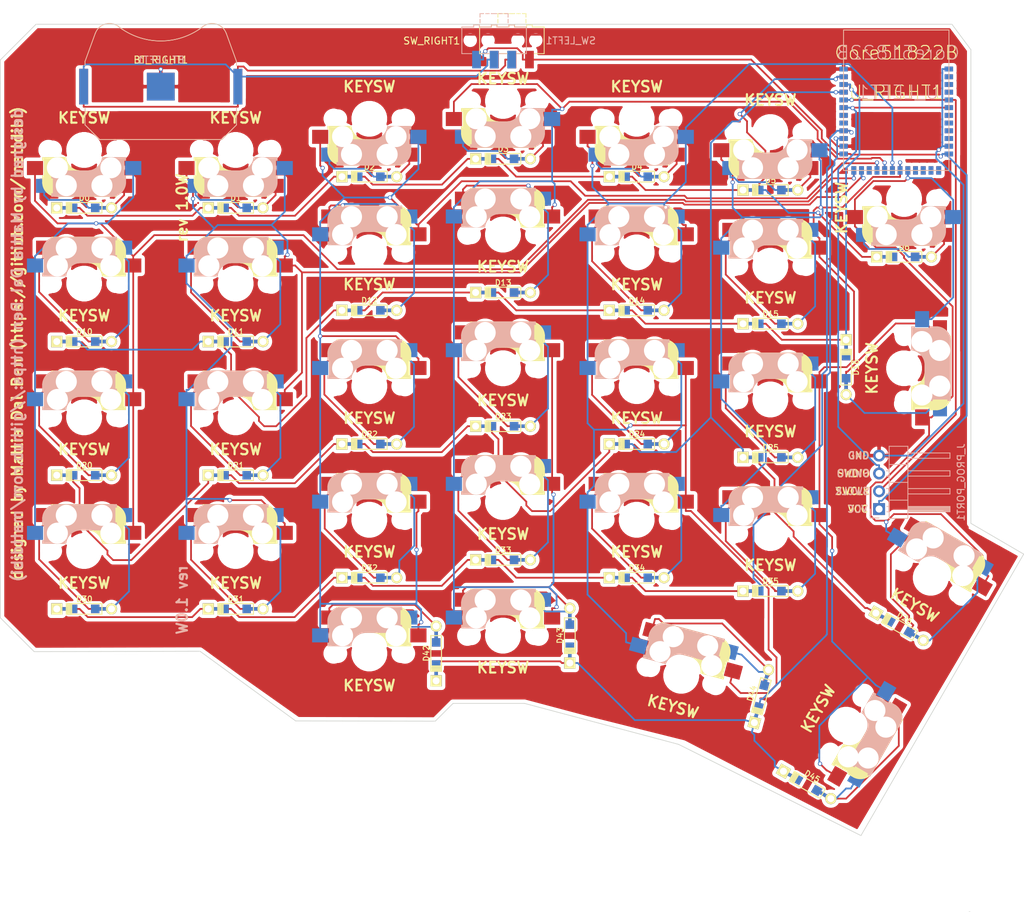
<source format=kicad_pcb>
(kicad_pcb (version 20171130) (host pcbnew "(5.1.2)-2")
  (title_block (title "Redox keyboard PCB") (date 2018-05-05) (rev 1.0) (comment 1 "designed by Mattia Dal Ben (aka u/TiaMaT102)") (comment 2 https://github.com/mattdibi/redox-keyboard))
  (layers (0 F.Cu signal hide) (31 B.Cu signal) (34 B.Paste user) (35 F.Paste user) (36 B.SilkS user) (37 F.SilkS user) (38 B.Mask user) (39 F.Mask user) (44 Edge.Cuts user))
  (net 0 "")
  (net 1 "Net-(D0-Pad2)")
  (net 2 row0)
  (net 3 "Net-(D1-Pad2)")
  (net 4 "Net-(D2-Pad2)")
  (net 5 "Net-(D3-Pad2)")
  (net 6 "Net-(D4-Pad2)")
  (net 7 "Net-(D5-Pad2)")
  (net 8 "Net-(D6-Pad2)")
  (net 9 "Net-(D10-Pad2)")
  (net 10 row1)
  (net 11 "Net-(D11-Pad2)")
  (net 12 "Net-(D12-Pad2)")
  (net 13 "Net-(D13-Pad2)")
  (net 14 "Net-(D14-Pad2)")
  (net 15 "Net-(D15-Pad2)")
  (net 16 "Net-(D16-Pad2)")
  (net 17 "Net-(D20-Pad2)")
  (net 18 row2)
  (net 19 "Net-(D21-Pad2)")
  (net 20 "Net-(D22-Pad2)")
  (net 21 "Net-(D23-Pad2)")
  (net 22 "Net-(D24-Pad2)")
  (net 23 "Net-(D25-Pad2)")
  (net 24 "Net-(D26-Pad2)")
  (net 25 "Net-(D30-Pad2)")
  (net 26 row3)
  (net 27 "Net-(D31-Pad2)")
  (net 28 "Net-(D32-Pad2)")
  (net 29 "Net-(D33-Pad2)")
  (net 30 "Net-(D34-Pad2)")
  (net 31 "Net-(D35-Pad2)")
  (net 32 row4)
  (net 33 "Net-(D42-Pad2)")
  (net 34 "Net-(D43-Pad2)")
  (net 35 "Net-(D44-Pad2)")
  (net 36 "Net-(D45-Pad2)")
  (net 37 col0)
  (net 38 col1)
  (net 39 col2)
  (net 40 col3)
  (net 41 col4)
  (net 42 col5)
  (net 43 col6)
  (net 44 VCC)
  (net 45 GND)
  (net 46 "Net-(BT_LEFT1-Pad1)")
  (net 47 "Net-(BT_RIGHT1-Pad1)")
  (net 48 SWCLK)
  (net 49 SWDIO)
  (net 50 "Net-(SW_LEFT1-Pad3)")
  (net 51 "Net-(SW_RIGHT1-Pad3)")
  (net 52 "Net-(U_LEFT1-Pad8)")
  (net 53 "Net-(U_LEFT1-Pad7)")
  (net 54 "Net-(U_LEFT1-Pad6)")
  (net 55 "Net-(U_LEFT1-Pad5)")
  (net 56 "Net-(U_LEFT1-Pad36)")
  (net 57 "Net-(U_LEFT1-Pad30)")
  (net 58 "Net-(U_LEFT1-Pad29)")
  (net 59 "Net-(U_LEFT1-Pad26)")
  (net 60 "Net-(U_LEFT1-Pad25)")
  (net 61 "Net-(U_LEFT1-Pad22)")
  (net 62 "Net-(U_LEFT1-Pad15)")
  (net 63 "Net-(U_RIGHT1-Pad8)")
  (net 64 "Net-(U_RIGHT1-Pad7)")
  (net 65 "Net-(U_RIGHT1-Pad6)")
  (net 66 "Net-(U_RIGHT1-Pad5)")
  (net 67 "Net-(U_RIGHT1-Pad36)")
  (net 68 "Net-(U_RIGHT1-Pad30)")
  (net 69 "Net-(U_RIGHT1-Pad29)")
  (net 70 "Net-(U_RIGHT1-Pad26)")
  (net 71 "Net-(U_RIGHT1-Pad25)")
  (net 72 "Net-(U_RIGHT1-Pad22)")
  (net 73 "Net-(U_RIGHT1-Pad15)")
  (net 74 "Net-(U_LEFT1-Pad13)")
  (net 75 "Net-(U_LEFT1-Pad10)")
  (net 76 "Net-(U_LEFT1-Pad9)")
  (net 77 "Net-(U_LEFT1-Pad4)")
  (net 78 "Net-(U_LEFT1-Pad3)")
  (net 79 "Net-(U_LEFT1-Pad2)")
  (net 80 "Net-(U_LEFT1-Pad16)")
  (net 81 "Net-(U_LEFT1-Pad14)")
  (net 82 "Net-(U_RIGHT1-Pad35)")
  (net 83 "Net-(U_RIGHT1-Pad34)")
  (net 84 "Net-(U_RIGHT1-Pad33)")
  (net 85 "Net-(U_RIGHT1-Pad28)")
  (net 86 "Net-(U_RIGHT1-Pad27)")
  (net 87 "Net-(U_RIGHT1-Pad24)")
  (net 88 "Net-(U_RIGHT1-Pad23)")
  (net 89 "Net-(U_RIGHT1-Pad21)")
  (module pcb:CherryMX_MidHeight_Hotswap (layer F.Cu) (at 176.53 141.605 345)
    (fp_text reference K44 hide)
    (fp_text value KEYSW (at 0 4.572 345) (layer F.SilkS) (effects (font (size 1.524 1.524) (thickness 0.3048))))
    (pad "" np_thru_hole circle (at 4.5 0 345) (size 1.7 1.7) (drill 1.7) (layers *.Cu *.Mask))
    (pad "" np_thru_hole circle (at -4.5 0 345) (size 1.7 1.7) (drill 1.7) (layers *.Cu *.Mask))
    (pad 2 smd rect (at 5.7 -5.12 165) (size 2.3 2) (layers B.Cu B.Paste B.Mask) (net 35 "Net-(D44-Pad2)"))
    (pad "" np_thru_hole circle (at -5.08 0 345) (size 1.9 1.9) (drill 1.9) (layers *.Cu *.Mask))
    (pad "" np_thru_hole circle (at 5.08 0 345) (size 1.9 1.9) (drill 1.9) (layers *.Cu *.Mask))
    (pad "" np_thru_hole circle (at 0 0 75) (size 4.1 4.1) (drill 4.1) (layers *.Cu *.Mask))
    (pad "" np_thru_hole circle (at 2.54 -5.08 165) (size 3 3) (drill 3) (layers *.Cu *.Mask))
    (pad "" np_thru_hole circle (at 3.81 -2.540001 165) (size 3 3) (drill 3) (layers *.Cu *.Mask))
    (pad "" np_thru_hole circle (at -2.54 -5.08 165) (size 3 3) (drill 3) (layers *.Cu *.Mask))
    (pad "" np_thru_hole circle (at -3.81 -2.54 165) (size 3 3) (drill 3) (layers *.Cu *.Mask))
    (pad 2 smd rect (at -5.7 -5.12 165) (size 2.3 2) (layers F.Cu F.Paste F.Mask) (net 35 "Net-(D44-Pad2)"))
    (pad 1 smd rect (at 7 -2.58 165) (size 2.3 2) (layers F.Cu F.Paste F.Mask) (net 41 col4))
    (pad 1 smd rect (at -7 -2.58 165) (size 2.3 2) (layers B.Cu B.Paste B.Mask) (net 41 col4))
  )
  (module pcb:CherryMX_MidHeight_Hotswap (layer F.Cu) (at 91.44 123.825)
    (fp_text reference K30 hide)
    (fp_text value KEYSW (at 0 4.572) (layer F.SilkS) (effects (font (size 1.524 1.524) (thickness 0.3048))))
    (pad "" np_thru_hole circle (at 4.5 0) (size 1.7 1.7) (drill 1.7) (layers *.Cu *.Mask))
    (pad "" np_thru_hole circle (at -4.5 0) (size 1.7 1.7) (drill 1.7) (layers *.Cu *.Mask))
    (pad 2 smd rect (at 5.7 -5.12 180) (size 2.3 2) (layers B.Cu B.Paste B.Mask) (net 25 "Net-(D30-Pad2)"))
    (pad "" np_thru_hole circle (at -5.08 0) (size 1.9 1.9) (drill 1.9) (layers *.Cu *.Mask))
    (pad "" np_thru_hole circle (at 5.08 0) (size 1.9 1.9) (drill 1.9) (layers *.Cu *.Mask))
    (pad "" np_thru_hole circle (at 0 0 90) (size 4.1 4.1) (drill 4.1) (layers *.Cu *.Mask))
    (pad "" np_thru_hole circle (at 2.54 -5.08 180) (size 3 3) (drill 3) (layers *.Cu *.Mask))
    (pad "" np_thru_hole circle (at 3.81 -2.540001 180) (size 3 3) (drill 3) (layers *.Cu *.Mask))
    (pad "" np_thru_hole circle (at -2.54 -5.08 180) (size 3 3) (drill 3) (layers *.Cu *.Mask))
    (pad "" np_thru_hole circle (at -3.81 -2.54 180) (size 3 3) (drill 3) (layers *.Cu *.Mask))
    (pad 2 smd rect (at -5.7 -5.12 180) (size 2.3 2) (layers F.Cu F.Paste F.Mask) (net 25 "Net-(D30-Pad2)"))
    (pad 1 smd rect (at 7 -2.58 180) (size 2.3 2) (layers F.Cu F.Paste F.Mask) (net 37 col0))
    (pad 1 smd rect (at -7 -2.58 180) (size 2.3 2) (layers B.Cu B.Paste B.Mask) (net 37 col0))
  )
  (module pcb:CherryMX_MidHeight_Hotswap (layer F.Cu) (at 91.44 104.775)
    (fp_text reference K20 hide)
    (fp_text value KEYSW (at 0 4.572) (layer F.SilkS) (effects (font (size 1.524 1.524) (thickness 0.3048))))
    (pad "" np_thru_hole circle (at 4.5 0) (size 1.7 1.7) (drill 1.7) (layers *.Cu *.Mask))
    (pad "" np_thru_hole circle (at -4.5 0) (size 1.7 1.7) (drill 1.7) (layers *.Cu *.Mask))
    (pad 2 smd rect (at 5.7 -5.12 180) (size 2.3 2) (layers B.Cu B.Paste B.Mask) (net 17 "Net-(D20-Pad2)"))
    (pad "" np_thru_hole circle (at -5.08 0) (size 1.9 1.9) (drill 1.9) (layers *.Cu *.Mask))
    (pad "" np_thru_hole circle (at 5.08 0) (size 1.9 1.9) (drill 1.9) (layers *.Cu *.Mask))
    (pad "" np_thru_hole circle (at 0 0 90) (size 4.1 4.1) (drill 4.1) (layers *.Cu *.Mask))
    (pad "" np_thru_hole circle (at 2.54 -5.08 180) (size 3 3) (drill 3) (layers *.Cu *.Mask))
    (pad "" np_thru_hole circle (at 3.81 -2.540001 180) (size 3 3) (drill 3) (layers *.Cu *.Mask))
    (pad "" np_thru_hole circle (at -2.54 -5.08 180) (size 3 3) (drill 3) (layers *.Cu *.Mask))
    (pad "" np_thru_hole circle (at -3.81 -2.54 180) (size 3 3) (drill 3) (layers *.Cu *.Mask))
    (pad 2 smd rect (at -5.7 -5.12 180) (size 2.3 2) (layers F.Cu F.Paste F.Mask) (net 17 "Net-(D20-Pad2)"))
    (pad 1 smd rect (at 7 -2.58 180) (size 2.3 2) (layers F.Cu F.Paste F.Mask) (net 37 col0))
    (pad 1 smd rect (at -7 -2.58 180) (size 2.3 2) (layers B.Cu B.Paste B.Mask) (net 37 col0))
  )
  (module pcb:CherryMX_MidHeight_Hotswap (layer F.Cu) (at 91.44 85.725)
    (fp_text reference K10 hide)
    (fp_text value KEYSW (at 0 4.572) (layer F.SilkS) (effects (font (size 1.524 1.524) (thickness 0.3048))))
    (pad "" np_thru_hole circle (at 4.5 0) (size 1.7 1.7) (drill 1.7) (layers *.Cu *.Mask))
    (pad "" np_thru_hole circle (at -4.5 0) (size 1.7 1.7) (drill 1.7) (layers *.Cu *.Mask))
    (pad 2 smd rect (at 5.7 -5.12 180) (size 2.3 2) (layers B.Cu B.Paste B.Mask) (net 9 "Net-(D10-Pad2)"))
    (pad "" np_thru_hole circle (at -5.08 0) (size 1.9 1.9) (drill 1.9) (layers *.Cu *.Mask))
    (pad "" np_thru_hole circle (at 5.08 0) (size 1.9 1.9) (drill 1.9) (layers *.Cu *.Mask))
    (pad "" np_thru_hole circle (at 0 0 90) (size 4.1 4.1) (drill 4.1) (layers *.Cu *.Mask))
    (pad "" np_thru_hole circle (at 2.54 -5.08 180) (size 3 3) (drill 3) (layers *.Cu *.Mask))
    (pad "" np_thru_hole circle (at 3.81 -2.540001 180) (size 3 3) (drill 3) (layers *.Cu *.Mask))
    (pad "" np_thru_hole circle (at -2.54 -5.08 180) (size 3 3) (drill 3) (layers *.Cu *.Mask))
    (pad "" np_thru_hole circle (at -3.81 -2.54 180) (size 3 3) (drill 3) (layers *.Cu *.Mask))
    (pad 2 smd rect (at -5.7 -5.12 180) (size 2.3 2) (layers F.Cu F.Paste F.Mask) (net 9 "Net-(D10-Pad2)"))
    (pad 1 smd rect (at 7 -2.58 180) (size 2.3 2) (layers F.Cu F.Paste F.Mask) (net 37 col0))
    (pad 1 smd rect (at -7 -2.58 180) (size 2.3 2) (layers B.Cu B.Paste B.Mask) (net 37 col0))
  )
  (module pcb:CherryMX_MidHeight_Hotswap (layer F.Cu) (at 91.44 66.675 180)
    (fp_text reference K0 hide)
    (fp_text value KEYSW (at 0 4.572 180) (layer F.SilkS) (effects (font (size 1.524 1.524) (thickness 0.3048))))
    (pad "" np_thru_hole circle (at 4.5 0 180) (size 1.7 1.7) (drill 1.7) (layers *.Cu *.Mask))
    (pad "" np_thru_hole circle (at -4.5 0 180) (size 1.7 1.7) (drill 1.7) (layers *.Cu *.Mask))
    (pad 2 smd rect (at 5.7 -5.12) (size 2.3 2) (layers B.Cu B.Paste B.Mask) (net 1 "Net-(D0-Pad2)"))
    (pad "" np_thru_hole circle (at -5.08 0 180) (size 1.9 1.9) (drill 1.9) (layers *.Cu *.Mask))
    (pad "" np_thru_hole circle (at 5.08 0 180) (size 1.9 1.9) (drill 1.9) (layers *.Cu *.Mask))
    (pad "" np_thru_hole circle (at 0 0 270) (size 4.1 4.1) (drill 4.1) (layers *.Cu *.Mask))
    (pad "" np_thru_hole circle (at 2.54 -5.08) (size 3 3) (drill 3) (layers *.Cu *.Mask))
    (pad "" np_thru_hole circle (at 3.81 -2.540001) (size 3 3) (drill 3) (layers *.Cu *.Mask))
    (pad "" np_thru_hole circle (at -2.54 -5.08) (size 3 3) (drill 3) (layers *.Cu *.Mask))
    (pad "" np_thru_hole circle (at -3.81 -2.54) (size 3 3) (drill 3) (layers *.Cu *.Mask))
    (pad 2 smd rect (at -5.7 -5.12) (size 2.3 2) (layers F.Cu F.Paste F.Mask) (net 1 "Net-(D0-Pad2)"))
    (pad 1 smd rect (at 7 -2.58) (size 2.3 2) (layers F.Cu F.Paste F.Mask) (net 37 col0))
    (pad 1 smd rect (at -7 -2.58) (size 2.3 2) (layers B.Cu B.Paste B.Mask) (net 37 col0))
  )
  (module pcb:CherryMX_MidHeight_Hotswap (layer F.Cu) (at 151.13 135.89)
    (fp_text reference K43 hide)
    (fp_text value KEYSW (at 0 4.572) (layer F.SilkS) (effects (font (size 1.524 1.524) (thickness 0.3048))))
    (pad "" np_thru_hole circle (at 4.5 0) (size 1.7 1.7) (drill 1.7) (layers *.Cu *.Mask))
    (pad "" np_thru_hole circle (at -4.5 0) (size 1.7 1.7) (drill 1.7) (layers *.Cu *.Mask))
    (pad 2 smd rect (at 5.7 -5.12 180) (size 2.3 2) (layers B.Cu B.Paste B.Mask) (net 34 "Net-(D43-Pad2)"))
    (pad "" np_thru_hole circle (at -5.08 0) (size 1.9 1.9) (drill 1.9) (layers *.Cu *.Mask))
    (pad "" np_thru_hole circle (at 5.08 0) (size 1.9 1.9) (drill 1.9) (layers *.Cu *.Mask))
    (pad "" np_thru_hole circle (at 0 0 90) (size 4.1 4.1) (drill 4.1) (layers *.Cu *.Mask))
    (pad "" np_thru_hole circle (at 2.54 -5.08 180) (size 3 3) (drill 3) (layers *.Cu *.Mask))
    (pad "" np_thru_hole circle (at 3.81 -2.540001 180) (size 3 3) (drill 3) (layers *.Cu *.Mask))
    (pad "" np_thru_hole circle (at -2.54 -5.08 180) (size 3 3) (drill 3) (layers *.Cu *.Mask))
    (pad "" np_thru_hole circle (at -3.81 -2.54 180) (size 3 3) (drill 3) (layers *.Cu *.Mask))
    (pad 2 smd rect (at -5.7 -5.12 180) (size 2.3 2) (layers F.Cu F.Paste F.Mask) (net 34 "Net-(D43-Pad2)"))
    (pad 1 smd rect (at 7 -2.58 180) (size 2.3 2) (layers F.Cu F.Paste F.Mask) (net 40 col3))
    (pad 1 smd rect (at -7 -2.58 180) (size 2.3 2) (layers B.Cu B.Paste B.Mask) (net 40 col3))
  )
  (module pcb:CherryMX_MidHeight_Hotswap (layer F.Cu) (at 132.08 138.43)
    (fp_text reference K42 hide)
    (fp_text value KEYSW (at 0 4.572) (layer F.SilkS) (effects (font (size 1.524 1.524) (thickness 0.3048))))
    (pad 1 smd rect (at -7 -2.58 180) (size 2.3 2) (layers B.Cu B.Paste B.Mask) (net 39 col2))
    (pad 1 smd rect (at 7 -2.58 180) (size 2.3 2) (layers F.Cu F.Paste F.Mask) (net 39 col2))
    (pad 2 smd rect (at -5.7 -5.12 180) (size 2.3 2) (layers F.Cu F.Paste F.Mask) (net 33 "Net-(D42-Pad2)"))
    (pad "" np_thru_hole circle (at -3.81 -2.54 180) (size 3 3) (drill 3) (layers *.Cu *.Mask))
    (pad "" np_thru_hole circle (at -2.54 -5.08 180) (size 3 3) (drill 3) (layers *.Cu *.Mask))
    (pad "" np_thru_hole circle (at 3.81 -2.540001 180) (size 3 3) (drill 3) (layers *.Cu *.Mask))
    (pad "" np_thru_hole circle (at 2.54 -5.08 180) (size 3 3) (drill 3) (layers *.Cu *.Mask))
    (pad "" np_thru_hole circle (at 0 0 90) (size 4.1 4.1) (drill 4.1) (layers *.Cu *.Mask))
    (pad "" np_thru_hole circle (at 5.08 0) (size 1.9 1.9) (drill 1.9) (layers *.Cu *.Mask))
    (pad "" np_thru_hole circle (at -5.08 0) (size 1.9 1.9) (drill 1.9) (layers *.Cu *.Mask))
    (pad 2 smd rect (at 5.7 -5.12 180) (size 2.3 2) (layers B.Cu B.Paste B.Mask) (net 33 "Net-(D42-Pad2)"))
    (pad "" np_thru_hole circle (at -4.5 0) (size 1.7 1.7) (drill 1.7) (layers *.Cu *.Mask))
    (pad "" np_thru_hole circle (at 4.5 0) (size 1.7 1.7) (drill 1.7) (layers *.Cu *.Mask))
  )
  (module pcb:CherryMX_MidHeight_Hotswap (layer F.Cu) (at 189.23 121.285)
    (fp_text reference K35 hide)
    (fp_text value KEYSW (at 0 4.572) (layer F.SilkS) (effects (font (size 1.524 1.524) (thickness 0.3048))))
    (pad "" np_thru_hole circle (at 4.5 0) (size 1.7 1.7) (drill 1.7) (layers *.Cu *.Mask))
    (pad "" np_thru_hole circle (at -4.5 0) (size 1.7 1.7) (drill 1.7) (layers *.Cu *.Mask))
    (pad 2 smd rect (at 5.7 -5.12 180) (size 2.3 2) (layers B.Cu B.Paste B.Mask) (net 31 "Net-(D35-Pad2)"))
    (pad "" np_thru_hole circle (at -5.08 0) (size 1.9 1.9) (drill 1.9) (layers *.Cu *.Mask))
    (pad "" np_thru_hole circle (at 5.08 0) (size 1.9 1.9) (drill 1.9) (layers *.Cu *.Mask))
    (pad "" np_thru_hole circle (at 0 0 90) (size 4.1 4.1) (drill 4.1) (layers *.Cu *.Mask))
    (pad "" np_thru_hole circle (at 2.54 -5.08 180) (size 3 3) (drill 3) (layers *.Cu *.Mask))
    (pad "" np_thru_hole circle (at 3.81 -2.540001 180) (size 3 3) (drill 3) (layers *.Cu *.Mask))
    (pad "" np_thru_hole circle (at -2.54 -5.08 180) (size 3 3) (drill 3) (layers *.Cu *.Mask))
    (pad "" np_thru_hole circle (at -3.81 -2.54 180) (size 3 3) (drill 3) (layers *.Cu *.Mask))
    (pad 2 smd rect (at -5.7 -5.12 180) (size 2.3 2) (layers F.Cu F.Paste F.Mask) (net 31 "Net-(D35-Pad2)"))
    (pad 1 smd rect (at 7 -2.58 180) (size 2.3 2) (layers F.Cu F.Paste F.Mask) (net 42 col5))
    (pad 1 smd rect (at -7 -2.58 180) (size 2.3 2) (layers B.Cu B.Paste B.Mask) (net 42 col5))
  )
  (module pcb:CherryMX_MidHeight_Hotswap (layer F.Cu) (at 170.18 119.38)
    (fp_text reference K34 hide)
    (fp_text value KEYSW (at 0 4.572) (layer F.SilkS) (effects (font (size 1.524 1.524) (thickness 0.3048))))
    (pad "" np_thru_hole circle (at 4.5 0) (size 1.7 1.7) (drill 1.7) (layers *.Cu *.Mask))
    (pad "" np_thru_hole circle (at -4.5 0) (size 1.7 1.7) (drill 1.7) (layers *.Cu *.Mask))
    (pad 2 smd rect (at 5.7 -5.12 180) (size 2.3 2) (layers B.Cu B.Paste B.Mask) (net 30 "Net-(D34-Pad2)"))
    (pad "" np_thru_hole circle (at -5.08 0) (size 1.9 1.9) (drill 1.9) (layers *.Cu *.Mask))
    (pad "" np_thru_hole circle (at 5.08 0) (size 1.9 1.9) (drill 1.9) (layers *.Cu *.Mask))
    (pad "" np_thru_hole circle (at 0 0 90) (size 4.1 4.1) (drill 4.1) (layers *.Cu *.Mask))
    (pad "" np_thru_hole circle (at 2.54 -5.08 180) (size 3 3) (drill 3) (layers *.Cu *.Mask))
    (pad "" np_thru_hole circle (at 3.81 -2.540001 180) (size 3 3) (drill 3) (layers *.Cu *.Mask))
    (pad "" np_thru_hole circle (at -2.54 -5.08 180) (size 3 3) (drill 3) (layers *.Cu *.Mask))
    (pad "" np_thru_hole circle (at -3.81 -2.54 180) (size 3 3) (drill 3) (layers *.Cu *.Mask))
    (pad 2 smd rect (at -5.7 -5.12 180) (size 2.3 2) (layers F.Cu F.Paste F.Mask) (net 30 "Net-(D34-Pad2)"))
    (pad 1 smd rect (at 7 -2.58 180) (size 2.3 2) (layers F.Cu F.Paste F.Mask) (net 41 col4))
    (pad 1 smd rect (at -7 -2.58 180) (size 2.3 2) (layers B.Cu B.Paste B.Mask) (net 41 col4))
  )
  (module pcb:CherryMX_MidHeight_Hotswap (layer F.Cu) (at 151.13 116.84)
    (fp_text reference K33 hide)
    (fp_text value KEYSW (at 0 4.572) (layer F.SilkS) (effects (font (size 1.524 1.524) (thickness 0.3048))))
    (pad "" np_thru_hole circle (at 4.5 0) (size 1.7 1.7) (drill 1.7) (layers *.Cu *.Mask))
    (pad "" np_thru_hole circle (at -4.5 0) (size 1.7 1.7) (drill 1.7) (layers *.Cu *.Mask))
    (pad 2 smd rect (at 5.7 -5.12 180) (size 2.3 2) (layers B.Cu B.Paste B.Mask) (net 29 "Net-(D33-Pad2)"))
    (pad "" np_thru_hole circle (at -5.08 0) (size 1.9 1.9) (drill 1.9) (layers *.Cu *.Mask))
    (pad "" np_thru_hole circle (at 5.08 0) (size 1.9 1.9) (drill 1.9) (layers *.Cu *.Mask))
    (pad "" np_thru_hole circle (at 0 0 90) (size 4.1 4.1) (drill 4.1) (layers *.Cu *.Mask))
    (pad "" np_thru_hole circle (at 2.54 -5.08 180) (size 3 3) (drill 3) (layers *.Cu *.Mask))
    (pad "" np_thru_hole circle (at 3.81 -2.540001 180) (size 3 3) (drill 3) (layers *.Cu *.Mask))
    (pad "" np_thru_hole circle (at -2.54 -5.08 180) (size 3 3) (drill 3) (layers *.Cu *.Mask))
    (pad "" np_thru_hole circle (at -3.81 -2.54 180) (size 3 3) (drill 3) (layers *.Cu *.Mask))
    (pad 2 smd rect (at -5.7 -5.12 180) (size 2.3 2) (layers F.Cu F.Paste F.Mask) (net 29 "Net-(D33-Pad2)"))
    (pad 1 smd rect (at 7 -2.58 180) (size 2.3 2) (layers F.Cu F.Paste F.Mask) (net 40 col3))
    (pad 1 smd rect (at -7 -2.58 180) (size 2.3 2) (layers B.Cu B.Paste B.Mask) (net 40 col3))
  )
  (module pcb:CherryMX_MidHeight_Hotswap (layer F.Cu) (at 132.08 119.38)
    (fp_text reference K32 hide)
    (fp_text value KEYSW (at 0 4.572) (layer F.SilkS) (effects (font (size 1.524 1.524) (thickness 0.3048))))
    (pad "" np_thru_hole circle (at 4.5 0) (size 1.7 1.7) (drill 1.7) (layers *.Cu *.Mask))
    (pad "" np_thru_hole circle (at -4.5 0) (size 1.7 1.7) (drill 1.7) (layers *.Cu *.Mask))
    (pad 2 smd rect (at 5.7 -5.12 180) (size 2.3 2) (layers B.Cu B.Paste B.Mask) (net 28 "Net-(D32-Pad2)"))
    (pad "" np_thru_hole circle (at -5.08 0) (size 1.9 1.9) (drill 1.9) (layers *.Cu *.Mask))
    (pad "" np_thru_hole circle (at 5.08 0) (size 1.9 1.9) (drill 1.9) (layers *.Cu *.Mask))
    (pad "" np_thru_hole circle (at 0 0 90) (size 4.1 4.1) (drill 4.1) (layers *.Cu *.Mask))
    (pad "" np_thru_hole circle (at 2.54 -5.08 180) (size 3 3) (drill 3) (layers *.Cu *.Mask))
    (pad "" np_thru_hole circle (at 3.81 -2.540001 180) (size 3 3) (drill 3) (layers *.Cu *.Mask))
    (pad "" np_thru_hole circle (at -2.54 -5.08 180) (size 3 3) (drill 3) (layers *.Cu *.Mask))
    (pad "" np_thru_hole circle (at -3.81 -2.54 180) (size 3 3) (drill 3) (layers *.Cu *.Mask))
    (pad 2 smd rect (at -5.7 -5.12 180) (size 2.3 2) (layers F.Cu F.Paste F.Mask) (net 28 "Net-(D32-Pad2)"))
    (pad 1 smd rect (at 7 -2.58 180) (size 2.3 2) (layers F.Cu F.Paste F.Mask) (net 39 col2))
    (pad 1 smd rect (at -7 -2.58 180) (size 2.3 2) (layers B.Cu B.Paste B.Mask) (net 39 col2))
  )
  (module pcb:CherryMX_MidHeight_Hotswap (layer F.Cu) (at 113.03 123.825)
    (fp_text reference K31 hide)
    (fp_text value KEYSW (at 0 4.572) (layer F.SilkS) (effects (font (size 1.524 1.524) (thickness 0.3048))))
    (pad "" np_thru_hole circle (at 4.5 0) (size 1.7 1.7) (drill 1.7) (layers *.Cu *.Mask))
    (pad "" np_thru_hole circle (at -4.5 0) (size 1.7 1.7) (drill 1.7) (layers *.Cu *.Mask))
    (pad 2 smd rect (at 5.7 -5.12 180) (size 2.3 2) (layers B.Cu B.Paste B.Mask) (net 27 "Net-(D31-Pad2)"))
    (pad "" np_thru_hole circle (at -5.08 0) (size 1.9 1.9) (drill 1.9) (layers *.Cu *.Mask))
    (pad "" np_thru_hole circle (at 5.08 0) (size 1.9 1.9) (drill 1.9) (layers *.Cu *.Mask))
    (pad "" np_thru_hole circle (at 0 0 90) (size 4.1 4.1) (drill 4.1) (layers *.Cu *.Mask))
    (pad "" np_thru_hole circle (at 2.54 -5.08 180) (size 3 3) (drill 3) (layers *.Cu *.Mask))
    (pad "" np_thru_hole circle (at 3.81 -2.540001 180) (size 3 3) (drill 3) (layers *.Cu *.Mask))
    (pad "" np_thru_hole circle (at -2.54 -5.08 180) (size 3 3) (drill 3) (layers *.Cu *.Mask))
    (pad "" np_thru_hole circle (at -3.81 -2.54 180) (size 3 3) (drill 3) (layers *.Cu *.Mask))
    (pad 2 smd rect (at -5.7 -5.12 180) (size 2.3 2) (layers F.Cu F.Paste F.Mask) (net 27 "Net-(D31-Pad2)"))
    (pad 1 smd rect (at 7 -2.58 180) (size 2.3 2) (layers F.Cu F.Paste F.Mask) (net 38 col1))
    (pad 1 smd rect (at -7 -2.58 180) (size 2.3 2) (layers B.Cu B.Paste B.Mask) (net 38 col1))
  )
  (module pcb:CherryMX_MidHeight_Hotswap (layer F.Cu) (at 212.09 127.635 330)
    (fp_text reference K26 hide)
    (fp_text value KEYSW (at 0 4.572 330) (layer F.SilkS) (effects (font (size 1.524 1.524) (thickness 0.3048))))
    (pad "" np_thru_hole circle (at 4.5 0 330) (size 1.7 1.7) (drill 1.7) (layers *.Cu *.Mask))
    (pad "" np_thru_hole circle (at -4.5 0 330) (size 1.7 1.7) (drill 1.7) (layers *.Cu *.Mask))
    (pad 2 smd rect (at 5.7 -5.12 150) (size 2.3 2) (layers B.Cu B.Paste B.Mask) (net 24 "Net-(D26-Pad2)"))
    (pad "" np_thru_hole circle (at -5.08 0 330) (size 1.9 1.9) (drill 1.9) (layers *.Cu *.Mask))
    (pad "" np_thru_hole circle (at 5.08 0 330) (size 1.9 1.9) (drill 1.9) (layers *.Cu *.Mask))
    (pad "" np_thru_hole circle (at 0 0 60) (size 4.1 4.1) (drill 4.1) (layers *.Cu *.Mask))
    (pad "" np_thru_hole circle (at 2.54 -5.08 150) (size 3 3) (drill 3) (layers *.Cu *.Mask))
    (pad "" np_thru_hole circle (at 3.81 -2.540001 150) (size 3 3) (drill 3) (layers *.Cu *.Mask))
    (pad "" np_thru_hole circle (at -2.54 -5.08 150) (size 3 3) (drill 3) (layers *.Cu *.Mask))
    (pad "" np_thru_hole circle (at -3.81 -2.54 150) (size 3 3) (drill 3) (layers *.Cu *.Mask))
    (pad 2 smd rect (at -5.7 -5.12 150) (size 2.3 2) (layers F.Cu F.Paste F.Mask) (net 24 "Net-(D26-Pad2)"))
    (pad 1 smd rect (at 7 -2.58 150) (size 2.3 2) (layers F.Cu F.Paste F.Mask) (net 43 col6))
    (pad 1 smd rect (at -7 -2.58 150) (size 2.3 2) (layers B.Cu B.Paste B.Mask) (net 43 col6))
  )
  (module pcb:CherryMX_MidHeight_Hotswap (layer F.Cu) (at 189.23 102.235)
    (fp_text reference K25 hide)
    (fp_text value KEYSW (at 0 4.572) (layer F.SilkS) (effects (font (size 1.524 1.524) (thickness 0.3048))))
    (pad "" np_thru_hole circle (at 4.5 0) (size 1.7 1.7) (drill 1.7) (layers *.Cu *.Mask))
    (pad "" np_thru_hole circle (at -4.5 0) (size 1.7 1.7) (drill 1.7) (layers *.Cu *.Mask))
    (pad 2 smd rect (at 5.7 -5.12 180) (size 2.3 2) (layers B.Cu B.Paste B.Mask) (net 23 "Net-(D25-Pad2)"))
    (pad "" np_thru_hole circle (at -5.08 0) (size 1.9 1.9) (drill 1.9) (layers *.Cu *.Mask))
    (pad "" np_thru_hole circle (at 5.08 0) (size 1.9 1.9) (drill 1.9) (layers *.Cu *.Mask))
    (pad "" np_thru_hole circle (at 0 0 90) (size 4.1 4.1) (drill 4.1) (layers *.Cu *.Mask))
    (pad "" np_thru_hole circle (at 2.54 -5.08 180) (size 3 3) (drill 3) (layers *.Cu *.Mask))
    (pad "" np_thru_hole circle (at 3.81 -2.540001 180) (size 3 3) (drill 3) (layers *.Cu *.Mask))
    (pad "" np_thru_hole circle (at -2.54 -5.08 180) (size 3 3) (drill 3) (layers *.Cu *.Mask))
    (pad "" np_thru_hole circle (at -3.81 -2.54 180) (size 3 3) (drill 3) (layers *.Cu *.Mask))
    (pad 2 smd rect (at -5.7 -5.12 180) (size 2.3 2) (layers F.Cu F.Paste F.Mask) (net 23 "Net-(D25-Pad2)"))
    (pad 1 smd rect (at 7 -2.58 180) (size 2.3 2) (layers F.Cu F.Paste F.Mask) (net 42 col5))
    (pad 1 smd rect (at -7 -2.58 180) (size 2.3 2) (layers B.Cu B.Paste B.Mask) (net 42 col5))
  )
  (module pcb:CherryMX_MidHeight_Hotswap (layer F.Cu) (at 170.18 100.33)
    (fp_text reference K24 hide)
    (fp_text value KEYSW (at 0 4.572) (layer F.SilkS) (effects (font (size 1.524 1.524) (thickness 0.3048))))
    (pad "" np_thru_hole circle (at 4.5 0) (size 1.7 1.7) (drill 1.7) (layers *.Cu *.Mask))
    (pad "" np_thru_hole circle (at -4.5 0) (size 1.7 1.7) (drill 1.7) (layers *.Cu *.Mask))
    (pad 2 smd rect (at 5.7 -5.12 180) (size 2.3 2) (layers B.Cu B.Paste B.Mask) (net 22 "Net-(D24-Pad2)"))
    (pad "" np_thru_hole circle (at -5.08 0) (size 1.9 1.9) (drill 1.9) (layers *.Cu *.Mask))
    (pad "" np_thru_hole circle (at 5.08 0) (size 1.9 1.9) (drill 1.9) (layers *.Cu *.Mask))
    (pad "" np_thru_hole circle (at 0 0 90) (size 4.1 4.1) (drill 4.1) (layers *.Cu *.Mask))
    (pad "" np_thru_hole circle (at 2.54 -5.08 180) (size 3 3) (drill 3) (layers *.Cu *.Mask))
    (pad "" np_thru_hole circle (at 3.81 -2.540001 180) (size 3 3) (drill 3) (layers *.Cu *.Mask))
    (pad "" np_thru_hole circle (at -2.54 -5.08 180) (size 3 3) (drill 3) (layers *.Cu *.Mask))
    (pad "" np_thru_hole circle (at -3.81 -2.54 180) (size 3 3) (drill 3) (layers *.Cu *.Mask))
    (pad 2 smd rect (at -5.7 -5.12 180) (size 2.3 2) (layers F.Cu F.Paste F.Mask) (net 22 "Net-(D24-Pad2)"))
    (pad 1 smd rect (at 7 -2.58 180) (size 2.3 2) (layers F.Cu F.Paste F.Mask) (net 41 col4))
    (pad 1 smd rect (at -7 -2.58 180) (size 2.3 2) (layers B.Cu B.Paste B.Mask) (net 41 col4))
  )
  (module pcb:CherryMX_MidHeight_Hotswap (layer F.Cu) (at 151.13 97.79)
    (fp_text reference K23 hide)
    (fp_text value KEYSW (at 0 4.572) (layer F.SilkS) (effects (font (size 1.524 1.524) (thickness 0.3048))))
    (pad "" np_thru_hole circle (at 4.5 0) (size 1.7 1.7) (drill 1.7) (layers *.Cu *.Mask))
    (pad "" np_thru_hole circle (at -4.5 0) (size 1.7 1.7) (drill 1.7) (layers *.Cu *.Mask))
    (pad 2 smd rect (at 5.7 -5.12 180) (size 2.3 2) (layers B.Cu B.Paste B.Mask) (net 21 "Net-(D23-Pad2)"))
    (pad "" np_thru_hole circle (at -5.08 0) (size 1.9 1.9) (drill 1.9) (layers *.Cu *.Mask))
    (pad "" np_thru_hole circle (at 5.08 0) (size 1.9 1.9) (drill 1.9) (layers *.Cu *.Mask))
    (pad "" np_thru_hole circle (at 0 0 90) (size 4.1 4.1) (drill 4.1) (layers *.Cu *.Mask))
    (pad "" np_thru_hole circle (at 2.54 -5.08 180) (size 3 3) (drill 3) (layers *.Cu *.Mask))
    (pad "" np_thru_hole circle (at 3.81 -2.540001 180) (size 3 3) (drill 3) (layers *.Cu *.Mask))
    (pad "" np_thru_hole circle (at -2.54 -5.08 180) (size 3 3) (drill 3) (layers *.Cu *.Mask))
    (pad "" np_thru_hole circle (at -3.81 -2.54 180) (size 3 3) (drill 3) (layers *.Cu *.Mask))
    (pad 2 smd rect (at -5.7 -5.12 180) (size 2.3 2) (layers F.Cu F.Paste F.Mask) (net 21 "Net-(D23-Pad2)"))
    (pad 1 smd rect (at 7 -2.58 180) (size 2.3 2) (layers F.Cu F.Paste F.Mask) (net 40 col3))
    (pad 1 smd rect (at -7 -2.58 180) (size 2.3 2) (layers B.Cu B.Paste B.Mask) (net 40 col3))
  )
  (module pcb:CherryMX_MidHeight_Hotswap (layer F.Cu) (at 132.08 100.33)
    (fp_text reference K22 hide)
    (fp_text value KEYSW (at 0 4.572) (layer F.SilkS) (effects (font (size 1.524 1.524) (thickness 0.3048))))
    (pad "" np_thru_hole circle (at 4.5 0) (size 1.7 1.7) (drill 1.7) (layers *.Cu *.Mask))
    (pad "" np_thru_hole circle (at -4.5 0) (size 1.7 1.7) (drill 1.7) (layers *.Cu *.Mask))
    (pad 2 smd rect (at 5.7 -5.12 180) (size 2.3 2) (layers B.Cu B.Paste B.Mask) (net 20 "Net-(D22-Pad2)"))
    (pad "" np_thru_hole circle (at -5.08 0) (size 1.9 1.9) (drill 1.9) (layers *.Cu *.Mask))
    (pad "" np_thru_hole circle (at 5.08 0) (size 1.9 1.9) (drill 1.9) (layers *.Cu *.Mask))
    (pad "" np_thru_hole circle (at 0 0 90) (size 4.1 4.1) (drill 4.1) (layers *.Cu *.Mask))
    (pad "" np_thru_hole circle (at 2.54 -5.08 180) (size 3 3) (drill 3) (layers *.Cu *.Mask))
    (pad "" np_thru_hole circle (at 3.81 -2.540001 180) (size 3 3) (drill 3) (layers *.Cu *.Mask))
    (pad "" np_thru_hole circle (at -2.54 -5.08 180) (size 3 3) (drill 3) (layers *.Cu *.Mask))
    (pad "" np_thru_hole circle (at -3.81 -2.54 180) (size 3 3) (drill 3) (layers *.Cu *.Mask))
    (pad 2 smd rect (at -5.7 -5.12 180) (size 2.3 2) (layers F.Cu F.Paste F.Mask) (net 20 "Net-(D22-Pad2)"))
    (pad 1 smd rect (at 7 -2.58 180) (size 2.3 2) (layers F.Cu F.Paste F.Mask) (net 39 col2))
    (pad 1 smd rect (at -7 -2.58 180) (size 2.3 2) (layers B.Cu B.Paste B.Mask) (net 39 col2))
  )
  (module pcb:CherryMX_MidHeight_Hotswap (layer F.Cu) (at 113.03 104.775)
    (fp_text reference K21 hide)
    (fp_text value KEYSW (at 0 4.572) (layer F.SilkS) (effects (font (size 1.524 1.524) (thickness 0.3048))))
    (pad "" np_thru_hole circle (at 4.5 0) (size 1.7 1.7) (drill 1.7) (layers *.Cu *.Mask))
    (pad "" np_thru_hole circle (at -4.5 0) (size 1.7 1.7) (drill 1.7) (layers *.Cu *.Mask))
    (pad 2 smd rect (at 5.7 -5.12 180) (size 2.3 2) (layers B.Cu B.Paste B.Mask) (net 19 "Net-(D21-Pad2)"))
    (pad "" np_thru_hole circle (at -5.08 0) (size 1.9 1.9) (drill 1.9) (layers *.Cu *.Mask))
    (pad "" np_thru_hole circle (at 5.08 0) (size 1.9 1.9) (drill 1.9) (layers *.Cu *.Mask))
    (pad "" np_thru_hole circle (at 0 0 90) (size 4.1 4.1) (drill 4.1) (layers *.Cu *.Mask))
    (pad "" np_thru_hole circle (at 2.54 -5.08 180) (size 3 3) (drill 3) (layers *.Cu *.Mask))
    (pad "" np_thru_hole circle (at 3.81 -2.540001 180) (size 3 3) (drill 3) (layers *.Cu *.Mask))
    (pad "" np_thru_hole circle (at -2.54 -5.08 180) (size 3 3) (drill 3) (layers *.Cu *.Mask))
    (pad "" np_thru_hole circle (at -3.81 -2.54 180) (size 3 3) (drill 3) (layers *.Cu *.Mask))
    (pad 2 smd rect (at -5.7 -5.12 180) (size 2.3 2) (layers F.Cu F.Paste F.Mask) (net 19 "Net-(D21-Pad2)"))
    (pad 1 smd rect (at 7 -2.58 180) (size 2.3 2) (layers F.Cu F.Paste F.Mask) (net 38 col1))
    (pad 1 smd rect (at -7 -2.58 180) (size 2.3 2) (layers B.Cu B.Paste B.Mask) (net 38 col1))
  )
  (module pcb:CherryMX_MidHeight_Hotswap (layer F.Cu) (at 189.23 83.185)
    (fp_text reference K15 hide)
    (fp_text value KEYSW (at 0 4.572) (layer F.SilkS) (effects (font (size 1.524 1.524) (thickness 0.3048))))
    (pad "" np_thru_hole circle (at 4.5 0) (size 1.7 1.7) (drill 1.7) (layers *.Cu *.Mask))
    (pad "" np_thru_hole circle (at -4.5 0) (size 1.7 1.7) (drill 1.7) (layers *.Cu *.Mask))
    (pad 2 smd rect (at 5.7 -5.12 180) (size 2.3 2) (layers B.Cu B.Paste B.Mask) (net 15 "Net-(D15-Pad2)"))
    (pad "" np_thru_hole circle (at -5.08 0) (size 1.9 1.9) (drill 1.9) (layers *.Cu *.Mask))
    (pad "" np_thru_hole circle (at 5.08 0) (size 1.9 1.9) (drill 1.9) (layers *.Cu *.Mask))
    (pad "" np_thru_hole circle (at 0 0 90) (size 4.1 4.1) (drill 4.1) (layers *.Cu *.Mask))
    (pad "" np_thru_hole circle (at 2.54 -5.08 180) (size 3 3) (drill 3) (layers *.Cu *.Mask))
    (pad "" np_thru_hole circle (at 3.81 -2.540001 180) (size 3 3) (drill 3) (layers *.Cu *.Mask))
    (pad "" np_thru_hole circle (at -2.54 -5.08 180) (size 3 3) (drill 3) (layers *.Cu *.Mask))
    (pad "" np_thru_hole circle (at -3.81 -2.54 180) (size 3 3) (drill 3) (layers *.Cu *.Mask))
    (pad 2 smd rect (at -5.7 -5.12 180) (size 2.3 2) (layers F.Cu F.Paste F.Mask) (net 15 "Net-(D15-Pad2)"))
    (pad 1 smd rect (at 7 -2.58 180) (size 2.3 2) (layers F.Cu F.Paste F.Mask) (net 42 col5))
    (pad 1 smd rect (at -7 -2.58 180) (size 2.3 2) (layers B.Cu B.Paste B.Mask) (net 42 col5))
  )
  (module pcb:CherryMX_MidHeight_Hotswap (layer F.Cu) (at 170.18 81.28)
    (fp_text reference K14 hide)
    (fp_text value KEYSW (at 0 4.572) (layer F.SilkS) (effects (font (size 1.524 1.524) (thickness 0.3048))))
    (pad "" np_thru_hole circle (at 4.5 0) (size 1.7 1.7) (drill 1.7) (layers *.Cu *.Mask))
    (pad "" np_thru_hole circle (at -4.5 0) (size 1.7 1.7) (drill 1.7) (layers *.Cu *.Mask))
    (pad 2 smd rect (at 5.7 -5.12 180) (size 2.3 2) (layers B.Cu B.Paste B.Mask) (net 14 "Net-(D14-Pad2)"))
    (pad "" np_thru_hole circle (at -5.08 0) (size 1.9 1.9) (drill 1.9) (layers *.Cu *.Mask))
    (pad "" np_thru_hole circle (at 5.08 0) (size 1.9 1.9) (drill 1.9) (layers *.Cu *.Mask))
    (pad "" np_thru_hole circle (at 0 0 90) (size 4.1 4.1) (drill 4.1) (layers *.Cu *.Mask))
    (pad "" np_thru_hole circle (at 2.54 -5.08 180) (size 3 3) (drill 3) (layers *.Cu *.Mask))
    (pad "" np_thru_hole circle (at 3.81 -2.540001 180) (size 3 3) (drill 3) (layers *.Cu *.Mask))
    (pad "" np_thru_hole circle (at -2.54 -5.08 180) (size 3 3) (drill 3) (layers *.Cu *.Mask))
    (pad "" np_thru_hole circle (at -3.81 -2.54 180) (size 3 3) (drill 3) (layers *.Cu *.Mask))
    (pad 2 smd rect (at -5.7 -5.12 180) (size 2.3 2) (layers F.Cu F.Paste F.Mask) (net 14 "Net-(D14-Pad2)"))
    (pad 1 smd rect (at 7 -2.58 180) (size 2.3 2) (layers F.Cu F.Paste F.Mask) (net 41 col4))
    (pad 1 smd rect (at -7 -2.58 180) (size 2.3 2) (layers B.Cu B.Paste B.Mask) (net 41 col4))
  )
  (module pcb:CherryMX_MidHeight_Hotswap (layer F.Cu) (at 151.13 78.74)
    (fp_text reference K13 hide)
    (fp_text value KEYSW (at 0 4.572) (layer F.SilkS) (effects (font (size 1.524 1.524) (thickness 0.3048))))
    (pad "" np_thru_hole circle (at 4.5 0) (size 1.7 1.7) (drill 1.7) (layers *.Cu *.Mask))
    (pad "" np_thru_hole circle (at -4.5 0) (size 1.7 1.7) (drill 1.7) (layers *.Cu *.Mask))
    (pad 2 smd rect (at 5.7 -5.12 180) (size 2.3 2) (layers B.Cu B.Paste B.Mask) (net 13 "Net-(D13-Pad2)"))
    (pad "" np_thru_hole circle (at -5.08 0) (size 1.9 1.9) (drill 1.9) (layers *.Cu *.Mask))
    (pad "" np_thru_hole circle (at 5.08 0) (size 1.9 1.9) (drill 1.9) (layers *.Cu *.Mask))
    (pad "" np_thru_hole circle (at 0 0 90) (size 4.1 4.1) (drill 4.1) (layers *.Cu *.Mask))
    (pad "" np_thru_hole circle (at 2.54 -5.08 180) (size 3 3) (drill 3) (layers *.Cu *.Mask))
    (pad "" np_thru_hole circle (at 3.81 -2.540001 180) (size 3 3) (drill 3) (layers *.Cu *.Mask))
    (pad "" np_thru_hole circle (at -2.54 -5.08 180) (size 3 3) (drill 3) (layers *.Cu *.Mask))
    (pad "" np_thru_hole circle (at -3.81 -2.54 180) (size 3 3) (drill 3) (layers *.Cu *.Mask))
    (pad 2 smd rect (at -5.7 -5.12 180) (size 2.3 2) (layers F.Cu F.Paste F.Mask) (net 13 "Net-(D13-Pad2)"))
    (pad 1 smd rect (at 7 -2.58 180) (size 2.3 2) (layers F.Cu F.Paste F.Mask) (net 40 col3))
    (pad 1 smd rect (at -7 -2.58 180) (size 2.3 2) (layers B.Cu B.Paste B.Mask) (net 40 col3))
  )
  (module pcb:CherryMX_MidHeight_Hotswap (layer F.Cu) (at 132.08 81.28)
    (fp_text reference K12 hide)
    (fp_text value KEYSW (at 0 4.572) (layer F.SilkS) (effects (font (size 1.524 1.524) (thickness 0.3048))))
    (pad "" np_thru_hole circle (at 4.5 0) (size 1.7 1.7) (drill 1.7) (layers *.Cu *.Mask))
    (pad "" np_thru_hole circle (at -4.5 0) (size 1.7 1.7) (drill 1.7) (layers *.Cu *.Mask))
    (pad 2 smd rect (at 5.7 -5.12 180) (size 2.3 2) (layers B.Cu B.Paste B.Mask) (net 12 "Net-(D12-Pad2)"))
    (pad "" np_thru_hole circle (at -5.08 0) (size 1.9 1.9) (drill 1.9) (layers *.Cu *.Mask))
    (pad "" np_thru_hole circle (at 5.08 0) (size 1.9 1.9) (drill 1.9) (layers *.Cu *.Mask))
    (pad "" np_thru_hole circle (at 0 0 90) (size 4.1 4.1) (drill 4.1) (layers *.Cu *.Mask))
    (pad "" np_thru_hole circle (at 2.54 -5.08 180) (size 3 3) (drill 3) (layers *.Cu *.Mask))
    (pad "" np_thru_hole circle (at 3.81 -2.540001 180) (size 3 3) (drill 3) (layers *.Cu *.Mask))
    (pad "" np_thru_hole circle (at -2.54 -5.08 180) (size 3 3) (drill 3) (layers *.Cu *.Mask))
    (pad "" np_thru_hole circle (at -3.81 -2.54 180) (size 3 3) (drill 3) (layers *.Cu *.Mask))
    (pad 2 smd rect (at -5.7 -5.12 180) (size 2.3 2) (layers F.Cu F.Paste F.Mask) (net 12 "Net-(D12-Pad2)"))
    (pad 1 smd rect (at 7 -2.58 180) (size 2.3 2) (layers F.Cu F.Paste F.Mask) (net 39 col2))
    (pad 1 smd rect (at -7 -2.58 180) (size 2.3 2) (layers B.Cu B.Paste B.Mask) (net 39 col2))
  )
  (module pcb:CherryMX_MidHeight_Hotswap (layer F.Cu) (at 113.03 85.725)
    (fp_text reference K11 hide)
    (fp_text value KEYSW (at 0 4.572) (layer F.SilkS) (effects (font (size 1.524 1.524) (thickness 0.3048))))
    (pad "" np_thru_hole circle (at 4.5 0) (size 1.7 1.7) (drill 1.7) (layers *.Cu *.Mask))
    (pad "" np_thru_hole circle (at -4.5 0) (size 1.7 1.7) (drill 1.7) (layers *.Cu *.Mask))
    (pad 2 smd rect (at 5.7 -5.12 180) (size 2.3 2) (layers B.Cu B.Paste B.Mask) (net 11 "Net-(D11-Pad2)"))
    (pad "" np_thru_hole circle (at -5.08 0) (size 1.9 1.9) (drill 1.9) (layers *.Cu *.Mask))
    (pad "" np_thru_hole circle (at 5.08 0) (size 1.9 1.9) (drill 1.9) (layers *.Cu *.Mask))
    (pad "" np_thru_hole circle (at 0 0 90) (size 4.1 4.1) (drill 4.1) (layers *.Cu *.Mask))
    (pad "" np_thru_hole circle (at 2.54 -5.08 180) (size 3 3) (drill 3) (layers *.Cu *.Mask))
    (pad "" np_thru_hole circle (at 3.81 -2.540001 180) (size 3 3) (drill 3) (layers *.Cu *.Mask))
    (pad "" np_thru_hole circle (at -2.54 -5.08 180) (size 3 3) (drill 3) (layers *.Cu *.Mask))
    (pad "" np_thru_hole circle (at -3.81 -2.54 180) (size 3 3) (drill 3) (layers *.Cu *.Mask))
    (pad 2 smd rect (at -5.7 -5.12 180) (size 2.3 2) (layers F.Cu F.Paste F.Mask) (net 11 "Net-(D11-Pad2)"))
    (pad 1 smd rect (at 7 -2.58 180) (size 2.3 2) (layers F.Cu F.Paste F.Mask) (net 38 col1))
    (pad 1 smd rect (at -7 -2.58 180) (size 2.3 2) (layers B.Cu B.Paste B.Mask) (net 38 col1))
  )
  (module pcb:CherryMX_MidHeight_Hotswap (layer F.Cu) (at 208.28 73.66 180)
    (fp_text reference K6 hide)
    (fp_text value KEYSW (at 8.89 -1.27 270) (layer F.SilkS) (effects (font (size 1.524 1.524) (thickness 0.3048))))
    (pad "" np_thru_hole circle (at 4.5 0 180) (size 1.7 1.7) (drill 1.7) (layers *.Cu *.Mask))
    (pad "" np_thru_hole circle (at -4.5 0 180) (size 1.7 1.7) (drill 1.7) (layers *.Cu *.Mask))
    (pad 2 smd rect (at 5.7 -5.12) (size 2.3 2) (layers B.Cu B.Paste B.Mask) (net 8 "Net-(D6-Pad2)"))
    (pad "" np_thru_hole circle (at -5.08 0 180) (size 1.9 1.9) (drill 1.9) (layers *.Cu *.Mask))
    (pad "" np_thru_hole circle (at 5.08 0 180) (size 1.9 1.9) (drill 1.9) (layers *.Cu *.Mask))
    (pad "" np_thru_hole circle (at 0 0 270) (size 4.1 4.1) (drill 4.1) (layers *.Cu *.Mask))
    (pad "" np_thru_hole circle (at 2.54 -5.08) (size 3 3) (drill 3) (layers *.Cu *.Mask))
    (pad "" np_thru_hole circle (at 3.81 -2.540001) (size 3 3) (drill 3) (layers *.Cu *.Mask))
    (pad "" np_thru_hole circle (at -2.54 -5.08) (size 3 3) (drill 3) (layers *.Cu *.Mask))
    (pad "" np_thru_hole circle (at -3.81 -2.54) (size 3 3) (drill 3) (layers *.Cu *.Mask))
    (pad 2 smd rect (at -5.7 -5.12) (size 2.3 2) (layers F.Cu F.Paste F.Mask) (net 8 "Net-(D6-Pad2)"))
    (pad 1 smd rect (at 7 -2.58) (size 2.3 2) (layers F.Cu F.Paste F.Mask) (net 43 col6))
    (pad 1 smd rect (at -7 -2.58) (size 2.3 2) (layers B.Cu B.Paste B.Mask) (net 43 col6))
  )
  (module pcb:CherryMX_MidHeight_Hotswap (layer F.Cu) (at 189.23 64.135 180)
    (fp_text reference K5 hide)
    (fp_text value KEYSW (at 0 4.572 180) (layer F.SilkS) (effects (font (size 1.524 1.524) (thickness 0.3048))))
    (pad "" np_thru_hole circle (at 4.5 0 180) (size 1.7 1.7) (drill 1.7) (layers *.Cu *.Mask))
    (pad "" np_thru_hole circle (at -4.5 0 180) (size 1.7 1.7) (drill 1.7) (layers *.Cu *.Mask))
    (pad 2 smd rect (at 5.7 -5.12) (size 2.3 2) (layers B.Cu B.Paste B.Mask) (net 7 "Net-(D5-Pad2)"))
    (pad "" np_thru_hole circle (at -5.08 0 180) (size 1.9 1.9) (drill 1.9) (layers *.Cu *.Mask))
    (pad "" np_thru_hole circle (at 5.08 0 180) (size 1.9 1.9) (drill 1.9) (layers *.Cu *.Mask))
    (pad "" np_thru_hole circle (at 0 0 270) (size 4.1 4.1) (drill 4.1) (layers *.Cu *.Mask))
    (pad "" np_thru_hole circle (at 2.54 -5.08) (size 3 3) (drill 3) (layers *.Cu *.Mask))
    (pad "" np_thru_hole circle (at 3.81 -2.540001) (size 3 3) (drill 3) (layers *.Cu *.Mask))
    (pad "" np_thru_hole circle (at -2.54 -5.08) (size 3 3) (drill 3) (layers *.Cu *.Mask))
    (pad "" np_thru_hole circle (at -3.81 -2.54) (size 3 3) (drill 3) (layers *.Cu *.Mask))
    (pad 2 smd rect (at -5.7 -5.12) (size 2.3 2) (layers F.Cu F.Paste F.Mask) (net 7 "Net-(D5-Pad2)"))
    (pad 1 smd rect (at 7 -2.58) (size 2.3 2) (layers F.Cu F.Paste F.Mask) (net 42 col5))
    (pad 1 smd rect (at -7 -2.58) (size 2.3 2) (layers B.Cu B.Paste B.Mask) (net 42 col5))
  )
  (module pcb:CherryMX_MidHeight_Hotswap (layer F.Cu) (at 170.18 62.23 180)
    (fp_text reference K4 hide)
    (fp_text value KEYSW (at 0 4.572 180) (layer F.SilkS) (effects (font (size 1.524 1.524) (thickness 0.3048))))
    (pad "" np_thru_hole circle (at 4.5 0 180) (size 1.7 1.7) (drill 1.7) (layers *.Cu *.Mask))
    (pad "" np_thru_hole circle (at -4.5 0 180) (size 1.7 1.7) (drill 1.7) (layers *.Cu *.Mask))
    (pad 2 smd rect (at 5.7 -5.12) (size 2.3 2) (layers B.Cu B.Paste B.Mask) (net 6 "Net-(D4-Pad2)"))
    (pad "" np_thru_hole circle (at -5.08 0 180) (size 1.9 1.9) (drill 1.9) (layers *.Cu *.Mask))
    (pad "" np_thru_hole circle (at 5.08 0 180) (size 1.9 1.9) (drill 1.9) (layers *.Cu *.Mask))
    (pad "" np_thru_hole circle (at 0 0 270) (size 4.1 4.1) (drill 4.1) (layers *.Cu *.Mask))
    (pad "" np_thru_hole circle (at 2.54 -5.08) (size 3 3) (drill 3) (layers *.Cu *.Mask))
    (pad "" np_thru_hole circle (at 3.81 -2.540001) (size 3 3) (drill 3) (layers *.Cu *.Mask))
    (pad "" np_thru_hole circle (at -2.54 -5.08) (size 3 3) (drill 3) (layers *.Cu *.Mask))
    (pad "" np_thru_hole circle (at -3.81 -2.54) (size 3 3) (drill 3) (layers *.Cu *.Mask))
    (pad 2 smd rect (at -5.7 -5.12) (size 2.3 2) (layers F.Cu F.Paste F.Mask) (net 6 "Net-(D4-Pad2)"))
    (pad 1 smd rect (at 7 -2.58) (size 2.3 2) (layers F.Cu F.Paste F.Mask) (net 41 col4))
    (pad 1 smd rect (at -7 -2.58) (size 2.3 2) (layers B.Cu B.Paste B.Mask) (net 41 col4))
  )
  (module pcb:CherryMX_MidHeight_Hotswap (layer F.Cu) (at 151.13 59.69 180)
    (fp_text reference K3 hide)
    (fp_text value KEYSW (at 0 3.175 180) (layer F.SilkS) (effects (font (size 1.524 1.524) (thickness 0.3048))))
    (pad "" np_thru_hole circle (at 4.5 0 180) (size 1.7 1.7) (drill 1.7) (layers *.Cu *.Mask))
    (pad "" np_thru_hole circle (at -4.5 0 180) (size 1.7 1.7) (drill 1.7) (layers *.Cu *.Mask))
    (pad 2 smd rect (at 5.7 -5.12) (size 2.3 2) (layers B.Cu B.Paste B.Mask) (net 5 "Net-(D3-Pad2)"))
    (pad "" np_thru_hole circle (at -5.08 0 180) (size 1.9 1.9) (drill 1.9) (layers *.Cu *.Mask))
    (pad "" np_thru_hole circle (at 5.08 0 180) (size 1.9 1.9) (drill 1.9) (layers *.Cu *.Mask))
    (pad "" np_thru_hole circle (at 0 0 270) (size 4.1 4.1) (drill 4.1) (layers *.Cu *.Mask))
    (pad "" np_thru_hole circle (at 2.54 -5.08) (size 3 3) (drill 3) (layers *.Cu *.Mask))
    (pad "" np_thru_hole circle (at 3.81 -2.540001) (size 3 3) (drill 3) (layers *.Cu *.Mask))
    (pad "" np_thru_hole circle (at -2.54 -5.08) (size 3 3) (drill 3) (layers *.Cu *.Mask))
    (pad "" np_thru_hole circle (at -3.81 -2.54) (size 3 3) (drill 3) (layers *.Cu *.Mask))
    (pad 2 smd rect (at -5.7 -5.12) (size 2.3 2) (layers F.Cu F.Paste F.Mask) (net 5 "Net-(D3-Pad2)"))
    (pad 1 smd rect (at 7 -2.58) (size 2.3 2) (layers F.Cu F.Paste F.Mask) (net 40 col3))
    (pad 1 smd rect (at -7 -2.58) (size 2.3 2) (layers B.Cu B.Paste B.Mask) (net 40 col3))
  )
  (module pcb:CherryMX_MidHeight_Hotswap (layer F.Cu) (at 132.08 62.23 180)
    (fp_text reference K2 hide)
    (fp_text value KEYSW (at 0 4.572 180) (layer F.SilkS) (effects (font (size 1.524 1.524) (thickness 0.3048))))
    (pad "" np_thru_hole circle (at 4.5 0 180) (size 1.7 1.7) (drill 1.7) (layers *.Cu *.Mask))
    (pad "" np_thru_hole circle (at -4.5 0 180) (size 1.7 1.7) (drill 1.7) (layers *.Cu *.Mask))
    (pad 2 smd rect (at 5.7 -5.12) (size 2.3 2) (layers B.Cu B.Paste B.Mask) (net 4 "Net-(D2-Pad2)"))
    (pad "" np_thru_hole circle (at -5.08 0 180) (size 1.9 1.9) (drill 1.9) (layers *.Cu *.Mask))
    (pad "" np_thru_hole circle (at 5.08 0 180) (size 1.9 1.9) (drill 1.9) (layers *.Cu *.Mask))
    (pad "" np_thru_hole circle (at 0 0 270) (size 4.1 4.1) (drill 4.1) (layers *.Cu *.Mask))
    (pad "" np_thru_hole circle (at 2.54 -5.08) (size 3 3) (drill 3) (layers *.Cu *.Mask))
    (pad "" np_thru_hole circle (at 3.81 -2.540001) (size 3 3) (drill 3) (layers *.Cu *.Mask))
    (pad "" np_thru_hole circle (at -2.54 -5.08) (size 3 3) (drill 3) (layers *.Cu *.Mask))
    (pad "" np_thru_hole circle (at -3.81 -2.54) (size 3 3) (drill 3) (layers *.Cu *.Mask))
    (pad 2 smd rect (at -5.7 -5.12) (size 2.3 2) (layers F.Cu F.Paste F.Mask) (net 4 "Net-(D2-Pad2)"))
    (pad 1 smd rect (at 7 -2.58) (size 2.3 2) (layers F.Cu F.Paste F.Mask) (net 39 col2))
    (pad 1 smd rect (at -7 -2.58) (size 2.3 2) (layers B.Cu B.Paste B.Mask) (net 39 col2))
  )
  (module pcb:CherryMX_MidHeight_Hotswap (layer F.Cu) (at 113.03 66.675 180)
    (fp_text reference K1 hide)
    (fp_text value KEYSW (at 0 4.572 180) (layer F.SilkS) (effects (font (size 1.524 1.524) (thickness 0.3048))))
    (pad "" np_thru_hole circle (at 4.5 0 180) (size 1.7 1.7) (drill 1.7) (layers *.Cu *.Mask))
    (pad "" np_thru_hole circle (at -4.5 0 180) (size 1.7 1.7) (drill 1.7) (layers *.Cu *.Mask))
    (pad 2 smd rect (at 5.7 -5.12) (size 2.3 2) (layers B.Cu B.Paste B.Mask) (net 3 "Net-(D1-Pad2)"))
    (pad "" np_thru_hole circle (at -5.08 0 180) (size 1.9 1.9) (drill 1.9) (layers *.Cu *.Mask))
    (pad "" np_thru_hole circle (at 5.08 0 180) (size 1.9 1.9) (drill 1.9) (layers *.Cu *.Mask))
    (pad "" np_thru_hole circle (at 0 0 270) (size 4.1 4.1) (drill 4.1) (layers *.Cu *.Mask))
    (pad "" np_thru_hole circle (at 2.54 -5.08) (size 3 3) (drill 3) (layers *.Cu *.Mask))
    (pad "" np_thru_hole circle (at 3.81 -2.540001) (size 3 3) (drill 3) (layers *.Cu *.Mask))
    (pad "" np_thru_hole circle (at -2.54 -5.08) (size 3 3) (drill 3) (layers *.Cu *.Mask))
    (pad "" np_thru_hole circle (at -3.81 -2.54) (size 3 3) (drill 3) (layers *.Cu *.Mask))
    (pad 2 smd rect (at -5.7 -5.12) (size 2.3 2) (layers F.Cu F.Paste F.Mask) (net 3 "Net-(D1-Pad2)"))
    (pad 1 smd rect (at 7 -2.58) (size 2.3 2) (layers F.Cu F.Paste F.Mask) (net 38 col1))
    (pad 1 smd rect (at -7 -2.58) (size 2.3 2) (layers B.Cu B.Paste B.Mask) (net 38 col1))
  )
  (module pcb:CherryMX_MidHeight_Hotswap (layer F.Cu) (at 208.28 97.79 270)
    (fp_text reference K16 hide)
    (fp_text value KEYSW (at 0 4.572 270) (layer F.SilkS) (effects (font (size 1.524 1.524) (thickness 0.3048))))
    (pad "" np_thru_hole circle (at 4.5 0 270) (size 1.7 1.7) (drill 1.7) (layers *.Cu *.Mask))
    (pad "" np_thru_hole circle (at -4.5 0 270) (size 1.7 1.7) (drill 1.7) (layers *.Cu *.Mask))
    (pad 2 smd rect (at 5.7 -5.12 90) (size 2.3 2) (layers B.Cu B.Paste B.Mask) (net 16 "Net-(D16-Pad2)"))
    (pad "" np_thru_hole circle (at -5.08 0 270) (size 1.9 1.9) (drill 1.9) (layers *.Cu *.Mask))
    (pad "" np_thru_hole circle (at 5.08 0 270) (size 1.9 1.9) (drill 1.9) (layers *.Cu *.Mask))
    (pad "" np_thru_hole circle (at 0 0) (size 4.1 4.1) (drill 4.1) (layers *.Cu *.Mask))
    (pad "" np_thru_hole circle (at 2.54 -5.08 90) (size 3 3) (drill 3) (layers *.Cu *.Mask))
    (pad "" np_thru_hole circle (at 3.81 -2.540001 90) (size 3 3) (drill 3) (layers *.Cu *.Mask))
    (pad "" np_thru_hole circle (at -2.54 -5.08 90) (size 3 3) (drill 3) (layers *.Cu *.Mask))
    (pad "" np_thru_hole circle (at -3.81 -2.54 90) (size 3 3) (drill 3) (layers *.Cu *.Mask))
    (pad 2 smd rect (at -5.7 -5.12 90) (size 2.3 2) (layers F.Cu F.Paste F.Mask) (net 16 "Net-(D16-Pad2)"))
    (pad 1 smd rect (at 7 -2.58 90) (size 2.3 2) (layers F.Cu F.Paste F.Mask) (net 43 col6))
    (pad 1 smd rect (at -7 -2.58 90) (size 2.3 2) (layers B.Cu B.Paste B.Mask) (net 43 col6))
  )
  (module pcb:CherryMX_MidHeight_Hotswap (layer F.Cu) (at 200.025 148.59 240)
    (fp_text reference K45 hide)
    (fp_text value KEYSW (at 0 4.572 240) (layer F.SilkS) (effects (font (size 1.524 1.524) (thickness 0.3048))))
    (pad "" np_thru_hole circle (at 4.5 0 240) (size 1.7 1.7) (drill 1.7) (layers *.Cu *.Mask))
    (pad "" np_thru_hole circle (at -4.5 0 240) (size 1.7 1.7) (drill 1.7) (layers *.Cu *.Mask))
    (pad 2 smd rect (at 5.7 -5.12 60) (size 2.3 2) (layers B.Cu B.Paste B.Mask) (net 36 "Net-(D45-Pad2)"))
    (pad "" np_thru_hole circle (at -5.08 0 240) (size 1.9 1.9) (drill 1.9) (layers *.Cu *.Mask))
    (pad "" np_thru_hole circle (at 5.08 0 240) (size 1.9 1.9) (drill 1.9) (layers *.Cu *.Mask))
    (pad "" np_thru_hole circle (at 0 0 330) (size 4.1 4.1) (drill 4.1) (layers *.Cu *.Mask))
    (pad "" np_thru_hole circle (at 2.54 -5.08 60) (size 3 3) (drill 3) (layers *.Cu *.Mask))
    (pad "" np_thru_hole circle (at 3.81 -2.540001 60) (size 3 3) (drill 3) (layers *.Cu *.Mask))
    (pad "" np_thru_hole circle (at -2.54 -5.08 60) (size 3 3) (drill 3) (layers *.Cu *.Mask))
    (pad "" np_thru_hole circle (at -3.81 -2.54 60) (size 3 3) (drill 3) (layers *.Cu *.Mask))
    (pad 2 smd rect (at -5.7 -5.12 60) (size 2.3 2) (layers F.Cu F.Paste F.Mask) (net 36 "Net-(D45-Pad2)"))
    (pad 1 smd rect (at 7 -2.58 60) (size 2.3 2) (layers F.Cu F.Paste F.Mask) (net 42 col5))
    (pad 1 smd rect (at -7 -2.58 60) (size 2.3 2) (layers B.Cu B.Paste B.Mask) (net 42 col5))
  )
  (module Connector_PinHeader_2.54mm:PinHeader_1x04_P2.54mm_Horizontal (layer B.Cu) (at 204.724 117.856)
    (fp_text reference J_PROG_PORT1 (at 11.684 -3.81 90) (layer B.SilkS) (effects (justify mirror)))
    (fp_text value Conn_01x04_Male)
    (pad 4 thru_hole oval (at 0 -7.62) (size 1.7 1.7) (drill 1) (layers *.Cu *.Mask) (net 45 GND))
    (pad 3 thru_hole oval (at 0 -5.08) (size 1.7 1.7) (drill 1) (layers *.Cu *.Mask) (net 49 SWDIO))
    (pad 2 thru_hole oval (at 0 -2.54) (size 1.7 1.7) (drill 1) (layers *.Cu *.Mask) (net 48 SWCLK))
    (pad 1 thru_hole rect (at 0 0) (size 1.7 1.7) (drill 1) (layers *.Cu *.Mask) (net 44 VCC))
  )
  (module Keebio-Parts:Diode-dual (layer F.Cu) (at 187.96 144.526 255)
    (fp_text reference D44 (at -0.0254 1.4 255) (layer F.SilkS) (effects (font (size 0.8 0.8))))
    (fp_text value D hide)
    (pad 2 smd rect (at -2.7 0 255) (size 2.5 0.5) (layers B.Cu) (net 35 "Net-(D44-Pad2)"))
    (pad 2 smd rect (at -1.575 0 255) (size 1.2 1.2) (layers B.Cu B.Paste B.Mask) (net 35 "Net-(D44-Pad2)"))
    (pad 1 smd rect (at 1.575 0 255) (size 1.2 1.2) (layers B.Cu B.Paste B.Mask) (net 32 row4))
    (pad 1 smd rect (at 2.7 0 255) (size 2.5 0.5) (layers B.Cu) (net 32 row4))
    (pad 1 smd rect (at 1.575 0 255) (size 1.2 1.2) (layers F.Cu F.Paste F.Mask) (net 32 row4))
    (pad 2 smd rect (at -1.575 0 255) (size 1.2 1.2) (layers F.Cu F.Paste F.Mask) (net 35 "Net-(D44-Pad2)"))
    (pad 2 thru_hole circle (at -3.9 0 255) (size 1.6 1.6) (drill 1) (layers *.Cu *.Mask F.SilkS) (net 35 "Net-(D44-Pad2)"))
    (pad 1 thru_hole rect (at 3.9 0 255) (size 1.6 1.6) (drill 1) (layers *.Cu *.Mask F.SilkS) (net 32 row4))
    (pad 2 smd rect (at -2.7 0 255) (size 2.5 0.5) (layers F.Cu) (net 35 "Net-(D44-Pad2)"))
    (pad 1 smd rect (at 2.7 0 255) (size 2.5 0.5) (layers F.Cu) (net 32 row4))
  )
  (module Keebio-Parts:Diode-dual (layer F.Cu) (at 194.469 157.162 150)
    (fp_text reference D45 (at -0.0254 1.4 150) (layer F.SilkS) (effects (font (size 0.8 0.8))))
    (fp_text value D hide)
    (pad 2 smd rect (at -2.7 0 150) (size 2.5 0.5) (layers B.Cu) (net 36 "Net-(D45-Pad2)"))
    (pad 2 smd rect (at -1.575 0 150) (size 1.2 1.2) (layers B.Cu B.Paste B.Mask) (net 36 "Net-(D45-Pad2)"))
    (pad 1 smd rect (at 1.575 0 150) (size 1.2 1.2) (layers B.Cu B.Paste B.Mask) (net 32 row4))
    (pad 1 smd rect (at 2.7 0 150) (size 2.5 0.5) (layers B.Cu) (net 32 row4))
    (pad 1 smd rect (at 1.575 0 150) (size 1.2 1.2) (layers F.Cu F.Paste F.Mask) (net 32 row4))
    (pad 2 smd rect (at -1.575 0 150) (size 1.2 1.2) (layers F.Cu F.Paste F.Mask) (net 36 "Net-(D45-Pad2)"))
    (pad 2 thru_hole circle (at -3.9 0 150) (size 1.6 1.6) (drill 1) (layers *.Cu *.Mask F.SilkS) (net 36 "Net-(D45-Pad2)"))
    (pad 1 thru_hole rect (at 3.9 0 150) (size 1.6 1.6) (drill 1) (layers *.Cu *.Mask F.SilkS) (net 32 row4))
    (pad 2 smd rect (at -2.7 0 150) (size 2.5 0.5) (layers F.Cu) (net 36 "Net-(D45-Pad2)"))
    (pad 1 smd rect (at 2.7 0 150) (size 2.5 0.5) (layers F.Cu) (net 32 row4))
  )
  (module YJ-14015:MY-YJ-14015-Module (layer B.Cu) (at 207.169 69.596 180)
    (fp_text reference U_LEFT1 (at -0.254 11.1252 180) (layer B.SilkS) (effects (font (size 1.9304 1.9304) (thickness 0.1524)) (justify mirror)))
    (fp_text value Core51822B (at -0.254 16.764 180) (layer B.SilkS) (effects (font (size 1.9304 1.9304) (thickness 0.1524)) (justify mirror)))
    (pad 12 smd rect (at -7.49808 2.3495 90) (size 0.6985 1.19888) (layers B.Cu B.Paste B.Mask) (net 44 VCC))
    (pad 31 smd rect (at 7.49808 8.94842 90) (size 0.6985 1.19888) (layers B.Cu B.Paste B.Mask) (net 49 SWDIO))
    (pad 32 smd rect (at 7.49808 10.04824 90) (size 0.6985 1.19888) (layers B.Cu B.Paste B.Mask) (net 48 SWCLK))
    (pad 13 smd rect (at -6.04774 0 90) (size 1.19888 0.6985) (layers B.Cu B.Paste B.Mask) (net 74 "Net-(U_LEFT1-Pad13)"))
    (pad 10 smd rect (at -7.49808 4.54914 90) (size 0.6985 1.19888) (layers B.Cu B.Paste B.Mask) (net 75 "Net-(U_LEFT1-Pad10)"))
    (pad 9 smd rect (at -7.49808 5.64896 90) (size 0.6985 1.19888) (layers B.Cu B.Paste B.Mask) (net 76 "Net-(U_LEFT1-Pad9)"))
    (pad 8 smd rect (at -7.49808 6.74878 90) (size 0.6985 1.19888) (layers B.Cu B.Paste B.Mask) (net 52 "Net-(U_LEFT1-Pad8)"))
    (pad 7 smd rect (at -7.49808 7.8486 90) (size 0.6985 1.19888) (layers B.Cu B.Paste B.Mask) (net 53 "Net-(U_LEFT1-Pad7)"))
    (pad 6 smd rect (at -7.49808 8.94842 90) (size 0.6985 1.19888) (layers B.Cu B.Paste B.Mask) (net 54 "Net-(U_LEFT1-Pad6)"))
    (pad 5 smd rect (at -7.49808 10.04824 90) (size 0.6985 1.19888) (layers B.Cu B.Paste B.Mask) (net 55 "Net-(U_LEFT1-Pad5)"))
    (pad 4 smd rect (at -7.49808 11.14806 90) (size 0.6985 1.19888) (layers B.Cu B.Paste B.Mask) (net 77 "Net-(U_LEFT1-Pad4)"))
    (pad 3 smd rect (at -7.49808 12.24788 90) (size 0.6985 1.19888) (layers B.Cu B.Paste B.Mask) (net 78 "Net-(U_LEFT1-Pad3)"))
    (pad 2 smd rect (at -7.49808 13.3477 90) (size 0.6985 1.19888) (layers B.Cu B.Paste B.Mask) (net 79 "Net-(U_LEFT1-Pad2)"))
    (pad 36 smd rect (at 7.49808 14.44752 90) (size 0.6985 1.19888) (layers B.Cu B.Paste B.Mask) (net 56 "Net-(U_LEFT1-Pad36)"))
    (pad 35 smd rect (at 7.49808 13.3477 90) (size 0.6985 1.19888) (layers B.Cu B.Paste B.Mask) (net 2 row0))
    (pad 34 smd rect (at 7.49808 12.24788 90) (size 0.6985 1.19888) (layers B.Cu B.Paste B.Mask) (net 10 row1))
    (pad 33 smd rect (at 7.49808 11.14806 90) (size 0.6985 1.19888) (layers B.Cu B.Paste B.Mask) (net 18 row2))
    (pad 30 smd rect (at 7.49808 7.8486 90) (size 0.6985 1.19888) (layers B.Cu B.Paste B.Mask) (net 57 "Net-(U_LEFT1-Pad30)"))
    (pad 29 smd rect (at 7.49808 6.74878 90) (size 0.6985 1.19888) (layers B.Cu B.Paste B.Mask) (net 58 "Net-(U_LEFT1-Pad29)"))
    (pad 28 smd rect (at 7.49808 5.64896 90) (size 0.6985 1.19888) (layers B.Cu B.Paste B.Mask) (net 26 row3))
    (pad 27 smd rect (at 7.49808 4.54914 90) (size 0.6985 1.19888) (layers B.Cu B.Paste B.Mask) (net 32 row4))
    (pad 26 smd rect (at 7.49808 3.44932 90) (size 0.6985 1.19888) (layers B.Cu B.Paste B.Mask) (net 59 "Net-(U_LEFT1-Pad26)"))
    (pad 25 smd rect (at 7.49808 2.3495 90) (size 0.6985 1.19888) (layers B.Cu B.Paste B.Mask) (net 60 "Net-(U_LEFT1-Pad25)"))
    (pad 24 smd rect (at 6.04774 0 90) (size 1.19888 0.6985) (layers B.Cu B.Paste B.Mask) (net 37 col0))
    (pad 23 smd rect (at 4.94792 0 90) (size 1.19888 0.6985) (layers B.Cu B.Paste B.Mask) (net 38 col1))
    (pad 22 smd rect (at 3.8481 0 90) (size 1.19888 0.6985) (layers B.Cu B.Paste B.Mask) (net 61 "Net-(U_LEFT1-Pad22)"))
    (pad 21 smd rect (at 2.74828 0 90) (size 1.19888 0.6985) (layers B.Cu B.Paste B.Mask) (net 39 col2))
    (pad 20 smd rect (at 1.64846 0 90) (size 1.19888 0.6985) (layers B.Cu B.Paste B.Mask) (net 40 col3))
    (pad 19 smd rect (at 0.54864 0 90) (size 1.19888 0.6985) (layers B.Cu B.Paste B.Mask) (net 41 col4))
    (pad 18 smd rect (at -0.54864 0 90) (size 1.19888 0.6985) (layers B.Cu B.Paste B.Mask) (net 42 col5))
    (pad 17 smd rect (at -1.64846 0 90) (size 1.19888 0.6985) (layers B.Cu B.Paste B.Mask) (net 43 col6))
    (pad 16 smd rect (at -2.74828 0 90) (size 1.19888 0.6985) (layers B.Cu B.Paste B.Mask) (net 80 "Net-(U_LEFT1-Pad16)"))
    (pad 15 smd rect (at -3.8481 0 90) (size 1.19888 0.6985) (layers B.Cu B.Paste B.Mask) (net 62 "Net-(U_LEFT1-Pad15)"))
    (pad 14 smd rect (at -4.94792 0 90) (size 1.19888 0.6985) (layers B.Cu B.Paste B.Mask) (net 81 "Net-(U_LEFT1-Pad14)"))
    (pad 1 smd rect (at -7.49808 14.44752 90) (size 0.6985 1.19888) (layers B.Cu B.Paste B.Mask) (net 45 GND))
    (pad 11 smd rect (at -7.49808 3.44932 90) (size 0.6985 1.19888) (layers B.Cu B.Paste B.Mask) (net 45 GND))
  )
  (module YJ-14015:MY-YJ-14015-Module (layer F.Cu) (at 207.169 69.596)
    (fp_text reference U_RIGHT1 (at 0 -11.1252) (layer F.SilkS) (effects (font (size 1.9304 1.9304) (thickness 0.1524))))
    (fp_text value Core51822B (at 0 -16.764) (layer F.SilkS) (effects (font (size 1.9304 1.9304) (thickness 0.1524))))
    (pad 12 smd rect (at -7.49808 -2.3495 90) (size 0.6985 1.19888) (layers F.Cu F.Paste F.Mask) (net 44 VCC))
    (pad 31 smd rect (at 7.49808 -8.94842 90) (size 0.6985 1.19888) (layers F.Cu F.Paste F.Mask) (net 49 SWDIO))
    (pad 32 smd rect (at 7.49808 -10.04824 90) (size 0.6985 1.19888) (layers F.Cu F.Paste F.Mask) (net 48 SWCLK))
    (pad 13 smd rect (at -6.04774 0 90) (size 1.19888 0.6985) (layers F.Cu F.Paste F.Mask) (net 37 col0))
    (pad 10 smd rect (at -7.49808 -4.54914 90) (size 0.6985 1.19888) (layers F.Cu F.Paste F.Mask) (net 32 row4))
    (pad 9 smd rect (at -7.49808 -5.64896 90) (size 0.6985 1.19888) (layers F.Cu F.Paste F.Mask) (net 26 row3))
    (pad 8 smd rect (at -7.49808 -6.74878 90) (size 0.6985 1.19888) (layers F.Cu F.Paste F.Mask) (net 63 "Net-(U_RIGHT1-Pad8)"))
    (pad 7 smd rect (at -7.49808 -7.8486 90) (size 0.6985 1.19888) (layers F.Cu F.Paste F.Mask) (net 64 "Net-(U_RIGHT1-Pad7)"))
    (pad 6 smd rect (at -7.49808 -8.94842 90) (size 0.6985 1.19888) (layers F.Cu F.Paste F.Mask) (net 65 "Net-(U_RIGHT1-Pad6)"))
    (pad 5 smd rect (at -7.49808 -10.04824 90) (size 0.6985 1.19888) (layers F.Cu F.Paste F.Mask) (net 66 "Net-(U_RIGHT1-Pad5)"))
    (pad 4 smd rect (at -7.49808 -11.14806 90) (size 0.6985 1.19888) (layers F.Cu F.Paste F.Mask) (net 18 row2))
    (pad 3 smd rect (at -7.49808 -12.24788 90) (size 0.6985 1.19888) (layers F.Cu F.Paste F.Mask) (net 10 row1))
    (pad 2 smd rect (at -7.49808 -13.3477 90) (size 0.6985 1.19888) (layers F.Cu F.Paste F.Mask) (net 2 row0))
    (pad 36 smd rect (at 7.49808 -14.44752 90) (size 0.6985 1.19888) (layers F.Cu F.Paste F.Mask) (net 67 "Net-(U_RIGHT1-Pad36)"))
    (pad 35 smd rect (at 7.49808 -13.3477 90) (size 0.6985 1.19888) (layers F.Cu F.Paste F.Mask) (net 82 "Net-(U_RIGHT1-Pad35)"))
    (pad 34 smd rect (at 7.49808 -12.24788 90) (size 0.6985 1.19888) (layers F.Cu F.Paste F.Mask) (net 83 "Net-(U_RIGHT1-Pad34)"))
    (pad 33 smd rect (at 7.49808 -11.14806 90) (size 0.6985 1.19888) (layers F.Cu F.Paste F.Mask) (net 84 "Net-(U_RIGHT1-Pad33)"))
    (pad 30 smd rect (at 7.49808 -7.8486 90) (size 0.6985 1.19888) (layers F.Cu F.Paste F.Mask) (net 68 "Net-(U_RIGHT1-Pad30)"))
    (pad 29 smd rect (at 7.49808 -6.74878 90) (size 0.6985 1.19888) (layers F.Cu F.Paste F.Mask) (net 69 "Net-(U_RIGHT1-Pad29)"))
    (pad 28 smd rect (at 7.49808 -5.64896 90) (size 0.6985 1.19888) (layers F.Cu F.Paste F.Mask) (net 85 "Net-(U_RIGHT1-Pad28)"))
    (pad 27 smd rect (at 7.49808 -4.54914 90) (size 0.6985 1.19888) (layers F.Cu F.Paste F.Mask) (net 86 "Net-(U_RIGHT1-Pad27)"))
    (pad 26 smd rect (at 7.49808 -3.44932 90) (size 0.6985 1.19888) (layers F.Cu F.Paste F.Mask) (net 70 "Net-(U_RIGHT1-Pad26)"))
    (pad 25 smd rect (at 7.49808 -2.3495 90) (size 0.6985 1.19888) (layers F.Cu F.Paste F.Mask) (net 71 "Net-(U_RIGHT1-Pad25)"))
    (pad 24 smd rect (at 6.04774 0 90) (size 1.19888 0.6985) (layers F.Cu F.Paste F.Mask) (net 87 "Net-(U_RIGHT1-Pad24)"))
    (pad 23 smd rect (at 4.94792 0 90) (size 1.19888 0.6985) (layers F.Cu F.Paste F.Mask) (net 88 "Net-(U_RIGHT1-Pad23)"))
    (pad 22 smd rect (at 3.8481 0 90) (size 1.19888 0.6985) (layers F.Cu F.Paste F.Mask) (net 72 "Net-(U_RIGHT1-Pad22)"))
    (pad 21 smd rect (at 2.74828 0 90) (size 1.19888 0.6985) (layers F.Cu F.Paste F.Mask) (net 89 "Net-(U_RIGHT1-Pad21)"))
    (pad 20 smd rect (at 1.64846 0 90) (size 1.19888 0.6985) (layers F.Cu F.Paste F.Mask) (net 43 col6))
    (pad 19 smd rect (at 0.54864 0 90) (size 1.19888 0.6985) (layers F.Cu F.Paste F.Mask) (net 42 col5))
    (pad 18 smd rect (at -0.54864 0 90) (size 1.19888 0.6985) (layers F.Cu F.Paste F.Mask) (net 41 col4))
    (pad 17 smd rect (at -1.64846 0 90) (size 1.19888 0.6985) (layers F.Cu F.Paste F.Mask) (net 40 col3))
    (pad 16 smd rect (at -2.74828 0 90) (size 1.19888 0.6985) (layers F.Cu F.Paste F.Mask) (net 39 col2))
    (pad 15 smd rect (at -3.8481 0 90) (size 1.19888 0.6985) (layers F.Cu F.Paste F.Mask) (net 73 "Net-(U_RIGHT1-Pad15)"))
    (pad 14 smd rect (at -4.94792 0 90) (size 1.19888 0.6985) (layers F.Cu F.Paste F.Mask) (net 38 col1))
    (pad 1 smd rect (at -7.49808 -14.44752 90) (size 0.6985 1.19888) (layers F.Cu F.Paste F.Mask) (net 45 GND))
    (pad 11 smd rect (at -7.49808 -3.44932 90) (size 0.6985 1.19888) (layers F.Cu F.Paste F.Mask) (net 45 GND))
  )
  (module Keebio-Parts:Diode-dual (layer F.Cu) (at 91.44 74.93 180)
    (fp_text reference D0 (at -0.0254 1.4 180) (layer F.SilkS) (effects (font (size 0.8 0.8))))
    (fp_text value D hide)
    (pad 2 smd rect (at -2.7 0 180) (size 2.5 0.5) (layers B.Cu) (net 1 "Net-(D0-Pad2)"))
    (pad 2 smd rect (at -1.575 0 180) (size 1.2 1.2) (layers B.Cu B.Paste B.Mask) (net 1 "Net-(D0-Pad2)"))
    (pad 1 smd rect (at 1.575 0 180) (size 1.2 1.2) (layers B.Cu B.Paste B.Mask) (net 2 row0))
    (pad 1 smd rect (at 2.7 0 180) (size 2.5 0.5) (layers B.Cu) (net 2 row0))
    (pad 1 smd rect (at 1.575 0 180) (size 1.2 1.2) (layers F.Cu F.Paste F.Mask) (net 2 row0))
    (pad 2 smd rect (at -1.575 0 180) (size 1.2 1.2) (layers F.Cu F.Paste F.Mask) (net 1 "Net-(D0-Pad2)"))
    (pad 2 thru_hole circle (at -3.9 0 180) (size 1.6 1.6) (drill 1) (layers *.Cu *.Mask F.SilkS) (net 1 "Net-(D0-Pad2)"))
    (pad 1 thru_hole rect (at 3.9 0 180) (size 1.6 1.6) (drill 1) (layers *.Cu *.Mask F.SilkS) (net 2 row0))
    (pad 2 smd rect (at -2.7 0 180) (size 2.5 0.5) (layers F.Cu) (net 1 "Net-(D0-Pad2)"))
    (pad 1 smd rect (at 2.7 0 180) (size 2.5 0.5) (layers F.Cu) (net 2 row0))
  )
  (module Keebio-Parts:Diode-dual (layer F.Cu) (at 113.03 74.93 180)
    (fp_text reference D1 (at -0.0254 1.4 180) (layer F.SilkS) (effects (font (size 0.8 0.8))))
    (fp_text value D hide)
    (pad 2 smd rect (at -2.7 0 180) (size 2.5 0.5) (layers B.Cu) (net 3 "Net-(D1-Pad2)"))
    (pad 2 smd rect (at -1.575 0 180) (size 1.2 1.2) (layers B.Cu B.Paste B.Mask) (net 3 "Net-(D1-Pad2)"))
    (pad 1 smd rect (at 1.575 0 180) (size 1.2 1.2) (layers B.Cu B.Paste B.Mask) (net 2 row0))
    (pad 1 smd rect (at 2.7 0 180) (size 2.5 0.5) (layers B.Cu) (net 2 row0))
    (pad 1 smd rect (at 1.575 0 180) (size 1.2 1.2) (layers F.Cu F.Paste F.Mask) (net 2 row0))
    (pad 2 smd rect (at -1.575 0 180) (size 1.2 1.2) (layers F.Cu F.Paste F.Mask) (net 3 "Net-(D1-Pad2)"))
    (pad 2 thru_hole circle (at -3.9 0 180) (size 1.6 1.6) (drill 1) (layers *.Cu *.Mask F.SilkS) (net 3 "Net-(D1-Pad2)"))
    (pad 1 thru_hole rect (at 3.9 0 180) (size 1.6 1.6) (drill 1) (layers *.Cu *.Mask F.SilkS) (net 2 row0))
    (pad 2 smd rect (at -2.7 0 180) (size 2.5 0.5) (layers F.Cu) (net 3 "Net-(D1-Pad2)"))
    (pad 1 smd rect (at 2.7 0 180) (size 2.5 0.5) (layers F.Cu) (net 2 row0))
  )
  (module Keebio-Parts:Diode-dual (layer F.Cu) (at 132.08 70.485 180)
    (fp_text reference D2 (at -0.0254 1.4 180) (layer F.SilkS) (effects (font (size 0.8 0.8))))
    (fp_text value D hide)
    (pad 2 smd rect (at -2.7 0 180) (size 2.5 0.5) (layers B.Cu) (net 4 "Net-(D2-Pad2)"))
    (pad 2 smd rect (at -1.575 0 180) (size 1.2 1.2) (layers B.Cu B.Paste B.Mask) (net 4 "Net-(D2-Pad2)"))
    (pad 1 smd rect (at 1.575 0 180) (size 1.2 1.2) (layers B.Cu B.Paste B.Mask) (net 2 row0))
    (pad 1 smd rect (at 2.7 0 180) (size 2.5 0.5) (layers B.Cu) (net 2 row0))
    (pad 1 smd rect (at 1.575 0 180) (size 1.2 1.2) (layers F.Cu F.Paste F.Mask) (net 2 row0))
    (pad 2 smd rect (at -1.575 0 180) (size 1.2 1.2) (layers F.Cu F.Paste F.Mask) (net 4 "Net-(D2-Pad2)"))
    (pad 2 thru_hole circle (at -3.9 0 180) (size 1.6 1.6) (drill 1) (layers *.Cu *.Mask F.SilkS) (net 4 "Net-(D2-Pad2)"))
    (pad 1 thru_hole rect (at 3.9 0 180) (size 1.6 1.6) (drill 1) (layers *.Cu *.Mask F.SilkS) (net 2 row0))
    (pad 2 smd rect (at -2.7 0 180) (size 2.5 0.5) (layers F.Cu) (net 4 "Net-(D2-Pad2)"))
    (pad 1 smd rect (at 2.7 0 180) (size 2.5 0.5) (layers F.Cu) (net 2 row0))
  )
  (module Keebio-Parts:Diode-dual (layer F.Cu) (at 151.13 67.945 180)
    (fp_text reference D3 (at -0.0254 1.4 180) (layer F.SilkS) (effects (font (size 0.8 0.8))))
    (fp_text value D hide)
    (pad 2 smd rect (at -2.7 0 180) (size 2.5 0.5) (layers B.Cu) (net 5 "Net-(D3-Pad2)"))
    (pad 2 smd rect (at -1.575 0 180) (size 1.2 1.2) (layers B.Cu B.Paste B.Mask) (net 5 "Net-(D3-Pad2)"))
    (pad 1 smd rect (at 1.575 0 180) (size 1.2 1.2) (layers B.Cu B.Paste B.Mask) (net 2 row0))
    (pad 1 smd rect (at 2.7 0 180) (size 2.5 0.5) (layers B.Cu) (net 2 row0))
    (pad 1 smd rect (at 1.575 0 180) (size 1.2 1.2) (layers F.Cu F.Paste F.Mask) (net 2 row0))
    (pad 2 smd rect (at -1.575 0 180) (size 1.2 1.2) (layers F.Cu F.Paste F.Mask) (net 5 "Net-(D3-Pad2)"))
    (pad 2 thru_hole circle (at -3.9 0 180) (size 1.6 1.6) (drill 1) (layers *.Cu *.Mask F.SilkS) (net 5 "Net-(D3-Pad2)"))
    (pad 1 thru_hole rect (at 3.9 0 180) (size 1.6 1.6) (drill 1) (layers *.Cu *.Mask F.SilkS) (net 2 row0))
    (pad 2 smd rect (at -2.7 0 180) (size 2.5 0.5) (layers F.Cu) (net 5 "Net-(D3-Pad2)"))
    (pad 1 smd rect (at 2.7 0 180) (size 2.5 0.5) (layers F.Cu) (net 2 row0))
  )
  (module Keebio-Parts:Diode-dual (layer F.Cu) (at 170.18 70.485 180)
    (fp_text reference D4 (at -0.0254 1.4 180) (layer F.SilkS) (effects (font (size 0.8 0.8))))
    (fp_text value D hide)
    (pad 2 smd rect (at -2.7 0 180) (size 2.5 0.5) (layers B.Cu) (net 6 "Net-(D4-Pad2)"))
    (pad 2 smd rect (at -1.575 0 180) (size 1.2 1.2) (layers B.Cu B.Paste B.Mask) (net 6 "Net-(D4-Pad2)"))
    (pad 1 smd rect (at 1.575 0 180) (size 1.2 1.2) (layers B.Cu B.Paste B.Mask) (net 2 row0))
    (pad 1 smd rect (at 2.7 0 180) (size 2.5 0.5) (layers B.Cu) (net 2 row0))
    (pad 1 smd rect (at 1.575 0 180) (size 1.2 1.2) (layers F.Cu F.Paste F.Mask) (net 2 row0))
    (pad 2 smd rect (at -1.575 0 180) (size 1.2 1.2) (layers F.Cu F.Paste F.Mask) (net 6 "Net-(D4-Pad2)"))
    (pad 2 thru_hole circle (at -3.9 0 180) (size 1.6 1.6) (drill 1) (layers *.Cu *.Mask F.SilkS) (net 6 "Net-(D4-Pad2)"))
    (pad 1 thru_hole rect (at 3.9 0 180) (size 1.6 1.6) (drill 1) (layers *.Cu *.Mask F.SilkS) (net 2 row0))
    (pad 2 smd rect (at -2.7 0 180) (size 2.5 0.5) (layers F.Cu) (net 6 "Net-(D4-Pad2)"))
    (pad 1 smd rect (at 2.7 0 180) (size 2.5 0.5) (layers F.Cu) (net 2 row0))
  )
  (module Keebio-Parts:Diode-dual (layer F.Cu) (at 189.23 72.39 180)
    (fp_text reference D5 (at -0.0254 1.4 180) (layer F.SilkS) (effects (font (size 0.8 0.8))))
    (fp_text value D hide)
    (pad 2 smd rect (at -2.7 0 180) (size 2.5 0.5) (layers B.Cu) (net 7 "Net-(D5-Pad2)"))
    (pad 2 smd rect (at -1.575 0 180) (size 1.2 1.2) (layers B.Cu B.Paste B.Mask) (net 7 "Net-(D5-Pad2)"))
    (pad 1 smd rect (at 1.575 0 180) (size 1.2 1.2) (layers B.Cu B.Paste B.Mask) (net 2 row0))
    (pad 1 smd rect (at 2.7 0 180) (size 2.5 0.5) (layers B.Cu) (net 2 row0))
    (pad 1 smd rect (at 1.575 0 180) (size 1.2 1.2) (layers F.Cu F.Paste F.Mask) (net 2 row0))
    (pad 2 smd rect (at -1.575 0 180) (size 1.2 1.2) (layers F.Cu F.Paste F.Mask) (net 7 "Net-(D5-Pad2)"))
    (pad 2 thru_hole circle (at -3.9 0 180) (size 1.6 1.6) (drill 1) (layers *.Cu *.Mask F.SilkS) (net 7 "Net-(D5-Pad2)"))
    (pad 1 thru_hole rect (at 3.9 0 180) (size 1.6 1.6) (drill 1) (layers *.Cu *.Mask F.SilkS) (net 2 row0))
    (pad 2 smd rect (at -2.7 0 180) (size 2.5 0.5) (layers F.Cu) (net 7 "Net-(D5-Pad2)"))
    (pad 1 smd rect (at 2.7 0 180) (size 2.5 0.5) (layers F.Cu) (net 2 row0))
  )
  (module Keebio-Parts:Diode-dual (layer F.Cu) (at 208.28 81.915 180)
    (fp_text reference D6 (at -0.0254 1.4 180) (layer F.SilkS) (effects (font (size 0.8 0.8))))
    (fp_text value D hide)
    (pad 2 smd rect (at -2.7 0 180) (size 2.5 0.5) (layers B.Cu) (net 8 "Net-(D6-Pad2)"))
    (pad 2 smd rect (at -1.575 0 180) (size 1.2 1.2) (layers B.Cu B.Paste B.Mask) (net 8 "Net-(D6-Pad2)"))
    (pad 1 smd rect (at 1.575 0 180) (size 1.2 1.2) (layers B.Cu B.Paste B.Mask) (net 2 row0))
    (pad 1 smd rect (at 2.7 0 180) (size 2.5 0.5) (layers B.Cu) (net 2 row0))
    (pad 1 smd rect (at 1.575 0 180) (size 1.2 1.2) (layers F.Cu F.Paste F.Mask) (net 2 row0))
    (pad 2 smd rect (at -1.575 0 180) (size 1.2 1.2) (layers F.Cu F.Paste F.Mask) (net 8 "Net-(D6-Pad2)"))
    (pad 2 thru_hole circle (at -3.9 0 180) (size 1.6 1.6) (drill 1) (layers *.Cu *.Mask F.SilkS) (net 8 "Net-(D6-Pad2)"))
    (pad 1 thru_hole rect (at 3.9 0 180) (size 1.6 1.6) (drill 1) (layers *.Cu *.Mask F.SilkS) (net 2 row0))
    (pad 2 smd rect (at -2.7 0 180) (size 2.5 0.5) (layers F.Cu) (net 8 "Net-(D6-Pad2)"))
    (pad 1 smd rect (at 2.7 0 180) (size 2.5 0.5) (layers F.Cu) (net 2 row0))
  )
  (module Keebio-Parts:Diode-dual (layer F.Cu) (at 91.44 93.98 180)
    (fp_text reference D10 (at -0.0254 1.4 180) (layer F.SilkS) (effects (font (size 0.8 0.8))))
    (fp_text value D hide)
    (pad 2 smd rect (at -2.7 0 180) (size 2.5 0.5) (layers B.Cu) (net 9 "Net-(D10-Pad2)"))
    (pad 2 smd rect (at -1.575 0 180) (size 1.2 1.2) (layers B.Cu B.Paste B.Mask) (net 9 "Net-(D10-Pad2)"))
    (pad 1 smd rect (at 1.575 0 180) (size 1.2 1.2) (layers B.Cu B.Paste B.Mask) (net 10 row1))
    (pad 1 smd rect (at 2.7 0 180) (size 2.5 0.5) (layers B.Cu) (net 10 row1))
    (pad 1 smd rect (at 1.575 0 180) (size 1.2 1.2) (layers F.Cu F.Paste F.Mask) (net 10 row1))
    (pad 2 smd rect (at -1.575 0 180) (size 1.2 1.2) (layers F.Cu F.Paste F.Mask) (net 9 "Net-(D10-Pad2)"))
    (pad 2 thru_hole circle (at -3.9 0 180) (size 1.6 1.6) (drill 1) (layers *.Cu *.Mask F.SilkS) (net 9 "Net-(D10-Pad2)"))
    (pad 1 thru_hole rect (at 3.9 0 180) (size 1.6 1.6) (drill 1) (layers *.Cu *.Mask F.SilkS) (net 10 row1))
    (pad 2 smd rect (at -2.7 0 180) (size 2.5 0.5) (layers F.Cu) (net 9 "Net-(D10-Pad2)"))
    (pad 1 smd rect (at 2.7 0 180) (size 2.5 0.5) (layers F.Cu) (net 10 row1))
  )
  (module Keebio-Parts:Diode-dual (layer F.Cu) (at 113.03 93.98 180)
    (fp_text reference D11 (at -0.0254 1.4 180) (layer F.SilkS) (effects (font (size 0.8 0.8))))
    (fp_text value D hide)
    (pad 2 smd rect (at -2.7 0 180) (size 2.5 0.5) (layers B.Cu) (net 11 "Net-(D11-Pad2)"))
    (pad 2 smd rect (at -1.575 0 180) (size 1.2 1.2) (layers B.Cu B.Paste B.Mask) (net 11 "Net-(D11-Pad2)"))
    (pad 1 smd rect (at 1.575 0 180) (size 1.2 1.2) (layers B.Cu B.Paste B.Mask) (net 10 row1))
    (pad 1 smd rect (at 2.7 0 180) (size 2.5 0.5) (layers B.Cu) (net 10 row1))
    (pad 1 smd rect (at 1.575 0 180) (size 1.2 1.2) (layers F.Cu F.Paste F.Mask) (net 10 row1))
    (pad 2 smd rect (at -1.575 0 180) (size 1.2 1.2) (layers F.Cu F.Paste F.Mask) (net 11 "Net-(D11-Pad2)"))
    (pad 2 thru_hole circle (at -3.9 0 180) (size 1.6 1.6) (drill 1) (layers *.Cu *.Mask F.SilkS) (net 11 "Net-(D11-Pad2)"))
    (pad 1 thru_hole rect (at 3.9 0 180) (size 1.6 1.6) (drill 1) (layers *.Cu *.Mask F.SilkS) (net 10 row1))
    (pad 2 smd rect (at -2.7 0 180) (size 2.5 0.5) (layers F.Cu) (net 11 "Net-(D11-Pad2)"))
    (pad 1 smd rect (at 2.7 0 180) (size 2.5 0.5) (layers F.Cu) (net 10 row1))
  )
  (module Keebio-Parts:Diode-dual (layer F.Cu) (at 132.08 89.535 180)
    (fp_text reference D12 (at -0.0254 1.4 180) (layer F.SilkS) (effects (font (size 0.8 0.8))))
    (fp_text value D hide)
    (pad 2 smd rect (at -2.7 0 180) (size 2.5 0.5) (layers B.Cu) (net 12 "Net-(D12-Pad2)"))
    (pad 2 smd rect (at -1.575 0 180) (size 1.2 1.2) (layers B.Cu B.Paste B.Mask) (net 12 "Net-(D12-Pad2)"))
    (pad 1 smd rect (at 1.575 0 180) (size 1.2 1.2) (layers B.Cu B.Paste B.Mask) (net 10 row1))
    (pad 1 smd rect (at 2.7 0 180) (size 2.5 0.5) (layers B.Cu) (net 10 row1))
    (pad 1 smd rect (at 1.575 0 180) (size 1.2 1.2) (layers F.Cu F.Paste F.Mask) (net 10 row1))
    (pad 2 smd rect (at -1.575 0 180) (size 1.2 1.2) (layers F.Cu F.Paste F.Mask) (net 12 "Net-(D12-Pad2)"))
    (pad 2 thru_hole circle (at -3.9 0 180) (size 1.6 1.6) (drill 1) (layers *.Cu *.Mask F.SilkS) (net 12 "Net-(D12-Pad2)"))
    (pad 1 thru_hole rect (at 3.9 0 180) (size 1.6 1.6) (drill 1) (layers *.Cu *.Mask F.SilkS) (net 10 row1))
    (pad 2 smd rect (at -2.7 0 180) (size 2.5 0.5) (layers F.Cu) (net 12 "Net-(D12-Pad2)"))
    (pad 1 smd rect (at 2.7 0 180) (size 2.5 0.5) (layers F.Cu) (net 10 row1))
  )
  (module Keebio-Parts:Diode-dual (layer F.Cu) (at 151.13 86.995 180)
    (fp_text reference D13 (at -0.0254 1.4 180) (layer F.SilkS) (effects (font (size 0.8 0.8))))
    (fp_text value D hide)
    (pad 2 smd rect (at -2.7 0 180) (size 2.5 0.5) (layers B.Cu) (net 13 "Net-(D13-Pad2)"))
    (pad 2 smd rect (at -1.575 0 180) (size 1.2 1.2) (layers B.Cu B.Paste B.Mask) (net 13 "Net-(D13-Pad2)"))
    (pad 1 smd rect (at 1.575 0 180) (size 1.2 1.2) (layers B.Cu B.Paste B.Mask) (net 10 row1))
    (pad 1 smd rect (at 2.7 0 180) (size 2.5 0.5) (layers B.Cu) (net 10 row1))
    (pad 1 smd rect (at 1.575 0 180) (size 1.2 1.2) (layers F.Cu F.Paste F.Mask) (net 10 row1))
    (pad 2 smd rect (at -1.575 0 180) (size 1.2 1.2) (layers F.Cu F.Paste F.Mask) (net 13 "Net-(D13-Pad2)"))
    (pad 2 thru_hole circle (at -3.9 0 180) (size 1.6 1.6) (drill 1) (layers *.Cu *.Mask F.SilkS) (net 13 "Net-(D13-Pad2)"))
    (pad 1 thru_hole rect (at 3.9 0 180) (size 1.6 1.6) (drill 1) (layers *.Cu *.Mask F.SilkS) (net 10 row1))
    (pad 2 smd rect (at -2.7 0 180) (size 2.5 0.5) (layers F.Cu) (net 13 "Net-(D13-Pad2)"))
    (pad 1 smd rect (at 2.7 0 180) (size 2.5 0.5) (layers F.Cu) (net 10 row1))
  )
  (module Keebio-Parts:Diode-dual (layer F.Cu) (at 170.18 89.535 180)
    (fp_text reference D14 (at -0.0254 1.4 180) (layer F.SilkS) (effects (font (size 0.8 0.8))))
    (fp_text value D hide)
    (pad 2 smd rect (at -2.7 0 180) (size 2.5 0.5) (layers B.Cu) (net 14 "Net-(D14-Pad2)"))
    (pad 2 smd rect (at -1.575 0 180) (size 1.2 1.2) (layers B.Cu B.Paste B.Mask) (net 14 "Net-(D14-Pad2)"))
    (pad 1 smd rect (at 1.575 0 180) (size 1.2 1.2) (layers B.Cu B.Paste B.Mask) (net 10 row1))
    (pad 1 smd rect (at 2.7 0 180) (size 2.5 0.5) (layers B.Cu) (net 10 row1))
    (pad 1 smd rect (at 1.575 0 180) (size 1.2 1.2) (layers F.Cu F.Paste F.Mask) (net 10 row1))
    (pad 2 smd rect (at -1.575 0 180) (size 1.2 1.2) (layers F.Cu F.Paste F.Mask) (net 14 "Net-(D14-Pad2)"))
    (pad 2 thru_hole circle (at -3.9 0 180) (size 1.6 1.6) (drill 1) (layers *.Cu *.Mask F.SilkS) (net 14 "Net-(D14-Pad2)"))
    (pad 1 thru_hole rect (at 3.9 0 180) (size 1.6 1.6) (drill 1) (layers *.Cu *.Mask F.SilkS) (net 10 row1))
    (pad 2 smd rect (at -2.7 0 180) (size 2.5 0.5) (layers F.Cu) (net 14 "Net-(D14-Pad2)"))
    (pad 1 smd rect (at 2.7 0 180) (size 2.5 0.5) (layers F.Cu) (net 10 row1))
  )
  (module Keebio-Parts:Diode-dual (layer F.Cu) (at 189.23 91.44 180)
    (fp_text reference D15 (at -0.0254 1.4 180) (layer F.SilkS) (effects (font (size 0.8 0.8))))
    (fp_text value D hide)
    (pad 2 smd rect (at -2.7 0 180) (size 2.5 0.5) (layers B.Cu) (net 15 "Net-(D15-Pad2)"))
    (pad 2 smd rect (at -1.575 0 180) (size 1.2 1.2) (layers B.Cu B.Paste B.Mask) (net 15 "Net-(D15-Pad2)"))
    (pad 1 smd rect (at 1.575 0 180) (size 1.2 1.2) (layers B.Cu B.Paste B.Mask) (net 10 row1))
    (pad 1 smd rect (at 2.7 0 180) (size 2.5 0.5) (layers B.Cu) (net 10 row1))
    (pad 1 smd rect (at 1.575 0 180) (size 1.2 1.2) (layers F.Cu F.Paste F.Mask) (net 10 row1))
    (pad 2 smd rect (at -1.575 0 180) (size 1.2 1.2) (layers F.Cu F.Paste F.Mask) (net 15 "Net-(D15-Pad2)"))
    (pad 2 thru_hole circle (at -3.9 0 180) (size 1.6 1.6) (drill 1) (layers *.Cu *.Mask F.SilkS) (net 15 "Net-(D15-Pad2)"))
    (pad 1 thru_hole rect (at 3.9 0 180) (size 1.6 1.6) (drill 1) (layers *.Cu *.Mask F.SilkS) (net 10 row1))
    (pad 2 smd rect (at -2.7 0 180) (size 2.5 0.5) (layers F.Cu) (net 15 "Net-(D15-Pad2)"))
    (pad 1 smd rect (at 2.7 0 180) (size 2.5 0.5) (layers F.Cu) (net 10 row1))
  )
  (module Keebio-Parts:Diode-dual (layer F.Cu) (at 200.025 97.6312 90)
    (fp_text reference D16 (at -0.0254 1.4 270) (layer F.SilkS) (effects (font (size 0.8 0.8))))
    (fp_text value D hide)
    (pad 1 smd rect (at 2.7 0 90) (size 2.5 0.5) (layers F.Cu) (net 10 row1))
    (pad 2 smd rect (at -2.7 0 90) (size 2.5 0.5) (layers F.Cu) (net 16 "Net-(D16-Pad2)"))
    (pad 1 thru_hole rect (at 3.9 0 90) (size 1.6 1.6) (drill 1) (layers *.Cu *.Mask F.SilkS) (net 10 row1))
    (pad 2 thru_hole circle (at -3.9 0 90) (size 1.6 1.6) (drill 1) (layers *.Cu *.Mask F.SilkS) (net 16 "Net-(D16-Pad2)"))
    (pad 2 smd rect (at -1.575 0 90) (size 1.2 1.2) (layers F.Cu F.Paste F.Mask) (net 16 "Net-(D16-Pad2)"))
    (pad 1 smd rect (at 1.575 0 90) (size 1.2 1.2) (layers F.Cu F.Paste F.Mask) (net 10 row1))
    (pad 1 smd rect (at 2.7 0 90) (size 2.5 0.5) (layers B.Cu) (net 10 row1))
    (pad 1 smd rect (at 1.575 0 90) (size 1.2 1.2) (layers B.Cu B.Paste B.Mask) (net 10 row1))
    (pad 2 smd rect (at -1.575 0 90) (size 1.2 1.2) (layers B.Cu B.Paste B.Mask) (net 16 "Net-(D16-Pad2)"))
    (pad 2 smd rect (at -2.7 0 90) (size 2.5 0.5) (layers B.Cu) (net 16 "Net-(D16-Pad2)"))
  )
  (module Keebio-Parts:Diode-dual (layer F.Cu) (at 91.44 113.03 180)
    (fp_text reference D20 (at -0.0254 1.4 180) (layer F.SilkS) (effects (font (size 0.8 0.8))))
    (fp_text value D hide)
    (pad 2 smd rect (at -2.7 0 180) (size 2.5 0.5) (layers B.Cu) (net 17 "Net-(D20-Pad2)"))
    (pad 2 smd rect (at -1.575 0 180) (size 1.2 1.2) (layers B.Cu B.Paste B.Mask) (net 17 "Net-(D20-Pad2)"))
    (pad 1 smd rect (at 1.575 0 180) (size 1.2 1.2) (layers B.Cu B.Paste B.Mask) (net 18 row2))
    (pad 1 smd rect (at 2.7 0 180) (size 2.5 0.5) (layers B.Cu) (net 18 row2))
    (pad 1 smd rect (at 1.575 0 180) (size 1.2 1.2) (layers F.Cu F.Paste F.Mask) (net 18 row2))
    (pad 2 smd rect (at -1.575 0 180) (size 1.2 1.2) (layers F.Cu F.Paste F.Mask) (net 17 "Net-(D20-Pad2)"))
    (pad 2 thru_hole circle (at -3.9 0 180) (size 1.6 1.6) (drill 1) (layers *.Cu *.Mask F.SilkS) (net 17 "Net-(D20-Pad2)"))
    (pad 1 thru_hole rect (at 3.9 0 180) (size 1.6 1.6) (drill 1) (layers *.Cu *.Mask F.SilkS) (net 18 row2))
    (pad 2 smd rect (at -2.7 0 180) (size 2.5 0.5) (layers F.Cu) (net 17 "Net-(D20-Pad2)"))
    (pad 1 smd rect (at 2.7 0 180) (size 2.5 0.5) (layers F.Cu) (net 18 row2))
  )
  (module Keebio-Parts:Diode-dual (layer F.Cu) (at 113.03 113.03 180)
    (fp_text reference D21 (at -0.0254 1.4 180) (layer F.SilkS) (effects (font (size 0.8 0.8))))
    (fp_text value D hide)
    (pad 2 smd rect (at -2.7 0 180) (size 2.5 0.5) (layers B.Cu) (net 19 "Net-(D21-Pad2)"))
    (pad 2 smd rect (at -1.575 0 180) (size 1.2 1.2) (layers B.Cu B.Paste B.Mask) (net 19 "Net-(D21-Pad2)"))
    (pad 1 smd rect (at 1.575 0 180) (size 1.2 1.2) (layers B.Cu B.Paste B.Mask) (net 18 row2))
    (pad 1 smd rect (at 2.7 0 180) (size 2.5 0.5) (layers B.Cu) (net 18 row2))
    (pad 1 smd rect (at 1.575 0 180) (size 1.2 1.2) (layers F.Cu F.Paste F.Mask) (net 18 row2))
    (pad 2 smd rect (at -1.575 0 180) (size 1.2 1.2) (layers F.Cu F.Paste F.Mask) (net 19 "Net-(D21-Pad2)"))
    (pad 2 thru_hole circle (at -3.9 0 180) (size 1.6 1.6) (drill 1) (layers *.Cu *.Mask F.SilkS) (net 19 "Net-(D21-Pad2)"))
    (pad 1 thru_hole rect (at 3.9 0 180) (size 1.6 1.6) (drill 1) (layers *.Cu *.Mask F.SilkS) (net 18 row2))
    (pad 2 smd rect (at -2.7 0 180) (size 2.5 0.5) (layers F.Cu) (net 19 "Net-(D21-Pad2)"))
    (pad 1 smd rect (at 2.7 0 180) (size 2.5 0.5) (layers F.Cu) (net 18 row2))
  )
  (module Keebio-Parts:Diode-dual (layer F.Cu) (at 132.08 108.585 180)
    (fp_text reference D22 (at -0.0254 1.4 180) (layer F.SilkS) (effects (font (size 0.8 0.8))))
    (fp_text value D hide)
    (pad 2 smd rect (at -2.7 0 180) (size 2.5 0.5) (layers B.Cu) (net 20 "Net-(D22-Pad2)"))
    (pad 2 smd rect (at -1.575 0 180) (size 1.2 1.2) (layers B.Cu B.Paste B.Mask) (net 20 "Net-(D22-Pad2)"))
    (pad 1 smd rect (at 1.575 0 180) (size 1.2 1.2) (layers B.Cu B.Paste B.Mask) (net 18 row2))
    (pad 1 smd rect (at 2.7 0 180) (size 2.5 0.5) (layers B.Cu) (net 18 row2))
    (pad 1 smd rect (at 1.575 0 180) (size 1.2 1.2) (layers F.Cu F.Paste F.Mask) (net 18 row2))
    (pad 2 smd rect (at -1.575 0 180) (size 1.2 1.2) (layers F.Cu F.Paste F.Mask) (net 20 "Net-(D22-Pad2)"))
    (pad 2 thru_hole circle (at -3.9 0 180) (size 1.6 1.6) (drill 1) (layers *.Cu *.Mask F.SilkS) (net 20 "Net-(D22-Pad2)"))
    (pad 1 thru_hole rect (at 3.9 0 180) (size 1.6 1.6) (drill 1) (layers *.Cu *.Mask F.SilkS) (net 18 row2))
    (pad 2 smd rect (at -2.7 0 180) (size 2.5 0.5) (layers F.Cu) (net 20 "Net-(D22-Pad2)"))
    (pad 1 smd rect (at 2.7 0 180) (size 2.5 0.5) (layers F.Cu) (net 18 row2))
  )
  (module Keebio-Parts:Diode-dual (layer F.Cu) (at 151.13 106.045 180)
    (fp_text reference D23 (at -0.0254 1.4 180) (layer F.SilkS) (effects (font (size 0.8 0.8))))
    (fp_text value D hide)
    (pad 2 smd rect (at -2.7 0 180) (size 2.5 0.5) (layers B.Cu) (net 21 "Net-(D23-Pad2)"))
    (pad 2 smd rect (at -1.575 0 180) (size 1.2 1.2) (layers B.Cu B.Paste B.Mask) (net 21 "Net-(D23-Pad2)"))
    (pad 1 smd rect (at 1.575 0 180) (size 1.2 1.2) (layers B.Cu B.Paste B.Mask) (net 18 row2))
    (pad 1 smd rect (at 2.7 0 180) (size 2.5 0.5) (layers B.Cu) (net 18 row2))
    (pad 1 smd rect (at 1.575 0 180) (size 1.2 1.2) (layers F.Cu F.Paste F.Mask) (net 18 row2))
    (pad 2 smd rect (at -1.575 0 180) (size 1.2 1.2) (layers F.Cu F.Paste F.Mask) (net 21 "Net-(D23-Pad2)"))
    (pad 2 thru_hole circle (at -3.9 0 180) (size 1.6 1.6) (drill 1) (layers *.Cu *.Mask F.SilkS) (net 21 "Net-(D23-Pad2)"))
    (pad 1 thru_hole rect (at 3.9 0 180) (size 1.6 1.6) (drill 1) (layers *.Cu *.Mask F.SilkS) (net 18 row2))
    (pad 2 smd rect (at -2.7 0 180) (size 2.5 0.5) (layers F.Cu) (net 21 "Net-(D23-Pad2)"))
    (pad 1 smd rect (at 2.7 0 180) (size 2.5 0.5) (layers F.Cu) (net 18 row2))
  )
  (module Keebio-Parts:Diode-dual (layer F.Cu) (at 170.18 108.585 180)
    (fp_text reference D24 (at -0.0254 1.4 180) (layer F.SilkS) (effects (font (size 0.8 0.8))))
    (fp_text value D hide)
    (pad 2 smd rect (at -2.7 0 180) (size 2.5 0.5) (layers B.Cu) (net 22 "Net-(D24-Pad2)"))
    (pad 2 smd rect (at -1.575 0 180) (size 1.2 1.2) (layers B.Cu B.Paste B.Mask) (net 22 "Net-(D24-Pad2)"))
    (pad 1 smd rect (at 1.575 0 180) (size 1.2 1.2) (layers B.Cu B.Paste B.Mask) (net 18 row2))
    (pad 1 smd rect (at 2.7 0 180) (size 2.5 0.5) (layers B.Cu) (net 18 row2))
    (pad 1 smd rect (at 1.575 0 180) (size 1.2 1.2) (layers F.Cu F.Paste F.Mask) (net 18 row2))
    (pad 2 smd rect (at -1.575 0 180) (size 1.2 1.2) (layers F.Cu F.Paste F.Mask) (net 22 "Net-(D24-Pad2)"))
    (pad 2 thru_hole circle (at -3.9 0 180) (size 1.6 1.6) (drill 1) (layers *.Cu *.Mask F.SilkS) (net 22 "Net-(D24-Pad2)"))
    (pad 1 thru_hole rect (at 3.9 0 180) (size 1.6 1.6) (drill 1) (layers *.Cu *.Mask F.SilkS) (net 18 row2))
    (pad 2 smd rect (at -2.7 0 180) (size 2.5 0.5) (layers F.Cu) (net 22 "Net-(D24-Pad2)"))
    (pad 1 smd rect (at 2.7 0 180) (size 2.5 0.5) (layers F.Cu) (net 18 row2))
  )
  (module Keebio-Parts:Diode-dual (layer F.Cu) (at 189.23 110.49 180)
    (fp_text reference D25 (at -0.0254 1.4 180) (layer F.SilkS) (effects (font (size 0.8 0.8))))
    (fp_text value D hide)
    (pad 2 smd rect (at -2.7 0 180) (size 2.5 0.5) (layers B.Cu) (net 23 "Net-(D25-Pad2)"))
    (pad 2 smd rect (at -1.575 0 180) (size 1.2 1.2) (layers B.Cu B.Paste B.Mask) (net 23 "Net-(D25-Pad2)"))
    (pad 1 smd rect (at 1.575 0 180) (size 1.2 1.2) (layers B.Cu B.Paste B.Mask) (net 18 row2))
    (pad 1 smd rect (at 2.7 0 180) (size 2.5 0.5) (layers B.Cu) (net 18 row2))
    (pad 1 smd rect (at 1.575 0 180) (size 1.2 1.2) (layers F.Cu F.Paste F.Mask) (net 18 row2))
    (pad 2 smd rect (at -1.575 0 180) (size 1.2 1.2) (layers F.Cu F.Paste F.Mask) (net 23 "Net-(D25-Pad2)"))
    (pad 2 thru_hole circle (at -3.9 0 180) (size 1.6 1.6) (drill 1) (layers *.Cu *.Mask F.SilkS) (net 23 "Net-(D25-Pad2)"))
    (pad 1 thru_hole rect (at 3.9 0 180) (size 1.6 1.6) (drill 1) (layers *.Cu *.Mask F.SilkS) (net 18 row2))
    (pad 2 smd rect (at -2.7 0 180) (size 2.5 0.5) (layers F.Cu) (net 23 "Net-(D25-Pad2)"))
    (pad 1 smd rect (at 2.7 0 180) (size 2.5 0.5) (layers F.Cu) (net 18 row2))
  )
  (module Keebio-Parts:Diode-dual (layer F.Cu) (at 207.645 134.62 150)
    (fp_text reference D26 (at -0.0254 1.4 150) (layer F.SilkS) (effects (font (size 0.8 0.8))))
    (fp_text value D hide)
    (pad 2 smd rect (at -2.7 0 150) (size 2.5 0.5) (layers B.Cu) (net 24 "Net-(D26-Pad2)"))
    (pad 2 smd rect (at -1.575 0 150) (size 1.2 1.2) (layers B.Cu B.Paste B.Mask) (net 24 "Net-(D26-Pad2)"))
    (pad 1 smd rect (at 1.575 0 150) (size 1.2 1.2) (layers B.Cu B.Paste B.Mask) (net 18 row2))
    (pad 1 smd rect (at 2.7 0 150) (size 2.5 0.5) (layers B.Cu) (net 18 row2))
    (pad 1 smd rect (at 1.575 0 150) (size 1.2 1.2) (layers F.Cu F.Paste F.Mask) (net 18 row2))
    (pad 2 smd rect (at -1.575 0 150) (size 1.2 1.2) (layers F.Cu F.Paste F.Mask) (net 24 "Net-(D26-Pad2)"))
    (pad 2 thru_hole circle (at -3.9 0 150) (size 1.6 1.6) (drill 1) (layers *.Cu *.Mask F.SilkS) (net 24 "Net-(D26-Pad2)"))
    (pad 1 thru_hole rect (at 3.9 0 150) (size 1.6 1.6) (drill 1) (layers *.Cu *.Mask F.SilkS) (net 18 row2))
    (pad 2 smd rect (at -2.7 0 150) (size 2.5 0.5) (layers F.Cu) (net 24 "Net-(D26-Pad2)"))
    (pad 1 smd rect (at 2.7 0 150) (size 2.5 0.5) (layers F.Cu) (net 18 row2))
  )
  (module Keebio-Parts:Diode-dual (layer F.Cu) (at 91.44 132.08 180)
    (fp_text reference D30 (at -0.0254 1.4 180) (layer F.SilkS) (effects (font (size 0.8 0.8))))
    (fp_text value D hide)
    (pad 2 smd rect (at -2.7 0 180) (size 2.5 0.5) (layers B.Cu) (net 25 "Net-(D30-Pad2)"))
    (pad 2 smd rect (at -1.575 0 180) (size 1.2 1.2) (layers B.Cu B.Paste B.Mask) (net 25 "Net-(D30-Pad2)"))
    (pad 1 smd rect (at 1.575 0 180) (size 1.2 1.2) (layers B.Cu B.Paste B.Mask) (net 26 row3))
    (pad 1 smd rect (at 2.7 0 180) (size 2.5 0.5) (layers B.Cu) (net 26 row3))
    (pad 1 smd rect (at 1.575 0 180) (size 1.2 1.2) (layers F.Cu F.Paste F.Mask) (net 26 row3))
    (pad 2 smd rect (at -1.575 0 180) (size 1.2 1.2) (layers F.Cu F.Paste F.Mask) (net 25 "Net-(D30-Pad2)"))
    (pad 2 thru_hole circle (at -3.9 0 180) (size 1.6 1.6) (drill 1) (layers *.Cu *.Mask F.SilkS) (net 25 "Net-(D30-Pad2)"))
    (pad 1 thru_hole rect (at 3.9 0 180) (size 1.6 1.6) (drill 1) (layers *.Cu *.Mask F.SilkS) (net 26 row3))
    (pad 2 smd rect (at -2.7 0 180) (size 2.5 0.5) (layers F.Cu) (net 25 "Net-(D30-Pad2)"))
    (pad 1 smd rect (at 2.7 0 180) (size 2.5 0.5) (layers F.Cu) (net 26 row3))
  )
  (module Keebio-Parts:Diode-dual (layer F.Cu) (at 113.03 132.08 180)
    (fp_text reference D31 (at -0.0254 1.4 180) (layer F.SilkS) (effects (font (size 0.8 0.8))))
    (fp_text value D hide)
    (pad 2 smd rect (at -2.7 0 180) (size 2.5 0.5) (layers B.Cu) (net 27 "Net-(D31-Pad2)"))
    (pad 2 smd rect (at -1.575 0 180) (size 1.2 1.2) (layers B.Cu B.Paste B.Mask) (net 27 "Net-(D31-Pad2)"))
    (pad 1 smd rect (at 1.575 0 180) (size 1.2 1.2) (layers B.Cu B.Paste B.Mask) (net 26 row3))
    (pad 1 smd rect (at 2.7 0 180) (size 2.5 0.5) (layers B.Cu) (net 26 row3))
    (pad 1 smd rect (at 1.575 0 180) (size 1.2 1.2) (layers F.Cu F.Paste F.Mask) (net 26 row3))
    (pad 2 smd rect (at -1.575 0 180) (size 1.2 1.2) (layers F.Cu F.Paste F.Mask) (net 27 "Net-(D31-Pad2)"))
    (pad 2 thru_hole circle (at -3.9 0 180) (size 1.6 1.6) (drill 1) (layers *.Cu *.Mask F.SilkS) (net 27 "Net-(D31-Pad2)"))
    (pad 1 thru_hole rect (at 3.9 0 180) (size 1.6 1.6) (drill 1) (layers *.Cu *.Mask F.SilkS) (net 26 row3))
    (pad 2 smd rect (at -2.7 0 180) (size 2.5 0.5) (layers F.Cu) (net 27 "Net-(D31-Pad2)"))
    (pad 1 smd rect (at 2.7 0 180) (size 2.5 0.5) (layers F.Cu) (net 26 row3))
  )
  (module Keebio-Parts:Diode-dual (layer F.Cu) (at 132.08 127.635 180)
    (fp_text reference D32 (at -0.0254 1.4 180) (layer F.SilkS) (effects (font (size 0.8 0.8))))
    (fp_text value D hide)
    (pad 2 smd rect (at -2.7 0 180) (size 2.5 0.5) (layers B.Cu) (net 28 "Net-(D32-Pad2)"))
    (pad 2 smd rect (at -1.575 0 180) (size 1.2 1.2) (layers B.Cu B.Paste B.Mask) (net 28 "Net-(D32-Pad2)"))
    (pad 1 smd rect (at 1.575 0 180) (size 1.2 1.2) (layers B.Cu B.Paste B.Mask) (net 26 row3))
    (pad 1 smd rect (at 2.7 0 180) (size 2.5 0.5) (layers B.Cu) (net 26 row3))
    (pad 1 smd rect (at 1.575 0 180) (size 1.2 1.2) (layers F.Cu F.Paste F.Mask) (net 26 row3))
    (pad 2 smd rect (at -1.575 0 180) (size 1.2 1.2) (layers F.Cu F.Paste F.Mask) (net 28 "Net-(D32-Pad2)"))
    (pad 2 thru_hole circle (at -3.9 0 180) (size 1.6 1.6) (drill 1) (layers *.Cu *.Mask F.SilkS) (net 28 "Net-(D32-Pad2)"))
    (pad 1 thru_hole rect (at 3.9 0 180) (size 1.6 1.6) (drill 1) (layers *.Cu *.Mask F.SilkS) (net 26 row3))
    (pad 2 smd rect (at -2.7 0 180) (size 2.5 0.5) (layers F.Cu) (net 28 "Net-(D32-Pad2)"))
    (pad 1 smd rect (at 2.7 0 180) (size 2.5 0.5) (layers F.Cu) (net 26 row3))
  )
  (module Keebio-Parts:Diode-dual (layer F.Cu) (at 151.13 125.095 180)
    (fp_text reference D33 (at -0.0254 1.4 180) (layer F.SilkS) (effects (font (size 0.8 0.8))))
    (fp_text value D hide)
    (pad 2 smd rect (at -2.7 0 180) (size 2.5 0.5) (layers B.Cu) (net 29 "Net-(D33-Pad2)"))
    (pad 2 smd rect (at -1.575 0 180) (size 1.2 1.2) (layers B.Cu B.Paste B.Mask) (net 29 "Net-(D33-Pad2)"))
    (pad 1 smd rect (at 1.575 0 180) (size 1.2 1.2) (layers B.Cu B.Paste B.Mask) (net 26 row3))
    (pad 1 smd rect (at 2.7 0 180) (size 2.5 0.5) (layers B.Cu) (net 26 row3))
    (pad 1 smd rect (at 1.575 0 180) (size 1.2 1.2) (layers F.Cu F.Paste F.Mask) (net 26 row3))
    (pad 2 smd rect (at -1.575 0 180) (size 1.2 1.2) (layers F.Cu F.Paste F.Mask) (net 29 "Net-(D33-Pad2)"))
    (pad 2 thru_hole circle (at -3.9 0 180) (size 1.6 1.6) (drill 1) (layers *.Cu *.Mask F.SilkS) (net 29 "Net-(D33-Pad2)"))
    (pad 1 thru_hole rect (at 3.9 0 180) (size 1.6 1.6) (drill 1) (layers *.Cu *.Mask F.SilkS) (net 26 row3))
    (pad 2 smd rect (at -2.7 0 180) (size 2.5 0.5) (layers F.Cu) (net 29 "Net-(D33-Pad2)"))
    (pad 1 smd rect (at 2.7 0 180) (size 2.5 0.5) (layers F.Cu) (net 26 row3))
  )
  (module Keebio-Parts:Diode-dual (layer F.Cu) (at 170.18 127.635 180)
    (fp_text reference D34 (at -0.0254 1.4 180) (layer F.SilkS) (effects (font (size 0.8 0.8))))
    (fp_text value D hide)
    (pad 2 smd rect (at -2.7 0 180) (size 2.5 0.5) (layers B.Cu) (net 30 "Net-(D34-Pad2)"))
    (pad 2 smd rect (at -1.575 0 180) (size 1.2 1.2) (layers B.Cu B.Paste B.Mask) (net 30 "Net-(D34-Pad2)"))
    (pad 1 smd rect (at 1.575 0 180) (size 1.2 1.2) (layers B.Cu B.Paste B.Mask) (net 26 row3))
    (pad 1 smd rect (at 2.7 0 180) (size 2.5 0.5) (layers B.Cu) (net 26 row3))
    (pad 1 smd rect (at 1.575 0 180) (size 1.2 1.2) (layers F.Cu F.Paste F.Mask) (net 26 row3))
    (pad 2 smd rect (at -1.575 0 180) (size 1.2 1.2) (layers F.Cu F.Paste F.Mask) (net 30 "Net-(D34-Pad2)"))
    (pad 2 thru_hole circle (at -3.9 0 180) (size 1.6 1.6) (drill 1) (layers *.Cu *.Mask F.SilkS) (net 30 "Net-(D34-Pad2)"))
    (pad 1 thru_hole rect (at 3.9 0 180) (size 1.6 1.6) (drill 1) (layers *.Cu *.Mask F.SilkS) (net 26 row3))
    (pad 2 smd rect (at -2.7 0 180) (size 2.5 0.5) (layers F.Cu) (net 30 "Net-(D34-Pad2)"))
    (pad 1 smd rect (at 2.7 0 180) (size 2.5 0.5) (layers F.Cu) (net 26 row3))
  )
  (module Keebio-Parts:Diode-dual (layer F.Cu) (at 189.23 129.54 180)
    (fp_text reference D35 (at -0.0254 1.4 180) (layer F.SilkS) (effects (font (size 0.8 0.8))))
    (fp_text value D hide)
    (pad 2 smd rect (at -2.7 0 180) (size 2.5 0.5) (layers B.Cu) (net 31 "Net-(D35-Pad2)"))
    (pad 2 smd rect (at -1.575 0 180) (size 1.2 1.2) (layers B.Cu B.Paste B.Mask) (net 31 "Net-(D35-Pad2)"))
    (pad 1 smd rect (at 1.575 0 180) (size 1.2 1.2) (layers B.Cu B.Paste B.Mask) (net 26 row3))
    (pad 1 smd rect (at 2.7 0 180) (size 2.5 0.5) (layers B.Cu) (net 26 row3))
    (pad 1 smd rect (at 1.575 0 180) (size 1.2 1.2) (layers F.Cu F.Paste F.Mask) (net 26 row3))
    (pad 2 smd rect (at -1.575 0 180) (size 1.2 1.2) (layers F.Cu F.Paste F.Mask) (net 31 "Net-(D35-Pad2)"))
    (pad 2 thru_hole circle (at -3.9 0 180) (size 1.6 1.6) (drill 1) (layers *.Cu *.Mask F.SilkS) (net 31 "Net-(D35-Pad2)"))
    (pad 1 thru_hole rect (at 3.9 0 180) (size 1.6 1.6) (drill 1) (layers *.Cu *.Mask F.SilkS) (net 26 row3))
    (pad 2 smd rect (at -2.7 0 180) (size 2.5 0.5) (layers F.Cu) (net 31 "Net-(D35-Pad2)"))
    (pad 1 smd rect (at 2.7 0 180) (size 2.5 0.5) (layers F.Cu) (net 26 row3))
  )
  (module Keebio-Parts:Diode-dual (layer F.Cu) (at 141.605 138.43 270)
    (fp_text reference D42 (at -0.0254 1.4 270) (layer F.SilkS) (effects (font (size 0.8 0.8))))
    (fp_text value D hide)
    (pad 2 smd rect (at -2.7 0 270) (size 2.5 0.5) (layers B.Cu) (net 33 "Net-(D42-Pad2)"))
    (pad 2 smd rect (at -1.575 0 270) (size 1.2 1.2) (layers B.Cu B.Paste B.Mask) (net 33 "Net-(D42-Pad2)"))
    (pad 1 smd rect (at 1.575 0 270) (size 1.2 1.2) (layers B.Cu B.Paste B.Mask) (net 32 row4))
    (pad 1 smd rect (at 2.7 0 270) (size 2.5 0.5) (layers B.Cu) (net 32 row4))
    (pad 1 smd rect (at 1.575 0 270) (size 1.2 1.2) (layers F.Cu F.Paste F.Mask) (net 32 row4))
    (pad 2 smd rect (at -1.575 0 270) (size 1.2 1.2) (layers F.Cu F.Paste F.Mask) (net 33 "Net-(D42-Pad2)"))
    (pad 2 thru_hole circle (at -3.9 0 270) (size 1.6 1.6) (drill 1) (layers *.Cu *.Mask F.SilkS) (net 33 "Net-(D42-Pad2)"))
    (pad 1 thru_hole rect (at 3.9 0 270) (size 1.6 1.6) (drill 1) (layers *.Cu *.Mask F.SilkS) (net 32 row4))
    (pad 2 smd rect (at -2.7 0 270) (size 2.5 0.5) (layers F.Cu) (net 33 "Net-(D42-Pad2)"))
    (pad 1 smd rect (at 2.7 0 270) (size 2.5 0.5) (layers F.Cu) (net 32 row4))
  )
  (module Keebio-Parts:Diode-dual (layer F.Cu) (at 160.655 135.89 270)
    (fp_text reference D43 (at -0.0254 1.4 270) (layer F.SilkS) (effects (font (size 0.8 0.8))))
    (fp_text value D hide)
    (pad 2 smd rect (at -2.7 0 270) (size 2.5 0.5) (layers B.Cu) (net 34 "Net-(D43-Pad2)"))
    (pad 2 smd rect (at -1.575 0 270) (size 1.2 1.2) (layers B.Cu B.Paste B.Mask) (net 34 "Net-(D43-Pad2)"))
    (pad 1 smd rect (at 1.575 0 270) (size 1.2 1.2) (layers B.Cu B.Paste B.Mask) (net 32 row4))
    (pad 1 smd rect (at 2.7 0 270) (size 2.5 0.5) (layers B.Cu) (net 32 row4))
    (pad 1 smd rect (at 1.575 0 270) (size 1.2 1.2) (layers F.Cu F.Paste F.Mask) (net 32 row4))
    (pad 2 smd rect (at -1.575 0 270) (size 1.2 1.2) (layers F.Cu F.Paste F.Mask) (net 34 "Net-(D43-Pad2)"))
    (pad 2 thru_hole circle (at -3.9 0 270) (size 1.6 1.6) (drill 1) (layers *.Cu *.Mask F.SilkS) (net 34 "Net-(D43-Pad2)"))
    (pad 1 thru_hole rect (at 3.9 0 270) (size 1.6 1.6) (drill 1) (layers *.Cu *.Mask F.SilkS) (net 32 row4))
    (pad 2 smd rect (at -2.7 0 270) (size 2.5 0.5) (layers F.Cu) (net 34 "Net-(D43-Pad2)"))
    (pad 1 smd rect (at 2.7 0 270) (size 2.5 0.5) (layers F.Cu) (net 32 row4))
  )
  (module Battery:BatteryHolder_Keystone_3034_1x20mm (layer B.Cu) (at 102.362 57.658)
    (fp_text reference BT_LEFT1 (at 0 -3.81) (layer B.SilkS) (effects (justify mirror)))
    (fp_text value Battery_Cell)
    (pad 2 smd rect (at 0 0) (size 3.96 3.96) (layers B.Cu B.Paste B.Mask) (net 45 GND))
    (pad 1 smd rect (at 10.985 0) (size 1.27 5.08) (layers B.Cu B.Paste B.Mask) (net 46 "Net-(BT_LEFT1-Pad1)"))
    (pad 1 smd rect (at -10.985 0) (size 1.27 5.08) (layers B.Cu B.Paste B.Mask) (net 46 "Net-(BT_LEFT1-Pad1)"))
  )
  (module Battery:BatteryHolder_Keystone_3034_1x20mm (layer F.Cu) (at 102.362 57.658 180)
    (fp_text reference BT_RIGHT1 (at 0 3.81 180) (layer F.SilkS))
    (fp_text value Battery_Cell)
    (pad 1 smd rect (at -10.985 0 180) (size 1.27 5.08) (layers F.Cu F.Paste F.Mask) (net 47 "Net-(BT_RIGHT1-Pad1)"))
    (pad 1 smd rect (at 10.985 0 180) (size 1.27 5.08) (layers F.Cu F.Paste F.Mask) (net 47 "Net-(BT_RIGHT1-Pad1)"))
    (pad 2 smd rect (at 0 0 180) (size 3.96 3.96) (layers F.Cu F.Paste F.Mask) (net 45 GND))
  )
  (module Button_Switch_SMD:SW_SPDT_CK-JS102011SAQN (layer B.Cu) (at 149.86 51.054)
    (fp_text reference SW_LEFT1 (at 10.922 0.0508) (layer B.SilkS) (effects (justify mirror)))
    (fp_text value SW_SPDT)
    (pad 1 smd rect (at -2.5 2.75) (size 1.25 2.5) (layers B.Cu B.Paste B.Mask) (net 44 VCC))
    (pad 2 smd rect (at 0 2.75) (size 1.25 2.5) (layers B.Cu B.Paste B.Mask) (net 46 "Net-(BT_LEFT1-Pad1)"))
    (pad 3 smd rect (at 2.5 2.75) (size 1.25 2.5) (layers B.Cu B.Paste B.Mask) (net 50 "Net-(SW_LEFT1-Pad3)"))
    (pad "" np_thru_hole circle (at -3.4 0) (size 0.9 0.9) (drill 0.9) (layers *.Cu *.Mask))
    (pad "" np_thru_hole circle (at 3.4 0) (size 0.9 0.9) (drill 0.9) (layers *.Cu *.Mask))
  )
  (module Button_Switch_SMD:SW_SPDT_CK-JS102011SAQN (layer F.Cu) (at 152.4 51.054 180)
    (fp_text reference SW_RIGHT1 (at 11.43 -0.0762 180) (layer F.SilkS))
    (fp_text value SW_SPDT)
    (pad "" np_thru_hole circle (at 3.4 0 180) (size 0.9 0.9) (drill 0.9) (layers *.Cu *.Mask))
    (pad "" np_thru_hole circle (at -3.4 0 180) (size 0.9 0.9) (drill 0.9) (layers *.Cu *.Mask))
    (pad 3 smd rect (at 2.5 -2.75 180) (size 1.25 2.5) (layers F.Cu F.Paste F.Mask) (net 51 "Net-(SW_RIGHT1-Pad3)"))
    (pad 2 smd rect (at 0 -2.75 180) (size 1.25 2.5) (layers F.Cu F.Paste F.Mask) (net 47 "Net-(BT_RIGHT1-Pad1)"))
    (pad 1 smd rect (at -2.5 -2.75 180) (size 1.25 2.5) (layers F.Cu F.Paste F.Mask) (net 44 VCC))
  )
  (gr_line (start 215.10625 48.768) (end 217.805 52.3875) (layer Edge.Cuts) (width 0.1))
  (gr_line (start 107.95 138.1125) (end 84.328 138.176) (layer Edge.Cuts) (width 0.1))
  (gr_line (start 121.579395 148.040505) (end 107.95 138.1125) (layer Edge.Cuts) (width 0.1))
  (gr_line (start 225.330156 124.273242) (end 202.142152 164.38329) (layer Edge.Cuts) (width 0.1))
  (gr_text "rev 1.0W" (at 105.41 130.81 90) (layer B.SilkS) (effects (font (size 1.5 1.5) (thickness 0.3)) (justify mirror)))
  (gr_text GND (at 203.454 110.236) (layer B.SilkS) (effects (font (size 1 1) (thickness 0.2)) (justify left mirror)))
  (gr_text SWDIO (at 203.454 112.776) (layer B.SilkS) (effects (font (size 1 1) (thickness 0.2)) (justify left mirror)))
  (gr_text SWCLK (at 203.454 115.316) (layer B.SilkS) (effects (font (size 1 1) (thickness 0.2)) (justify left mirror)))
  (gr_text VCC (at 203.2 117.856) (layer B.SilkS) (effects (font (size 1 1) (thickness 0.2)) (justify left mirror)))
  (gr_text VCC (at 200.152 117.856) (layer F.SilkS) (effects (font (size 1 1) (thickness 0.2)) (justify left)))
  (gr_text SWCLK (at 198.374 115.316) (layer F.SilkS) (effects (font (size 1 1) (thickness 0.2)) (justify left)))
  (gr_text SWDIO (at 198.628 112.776) (layer F.SilkS) (effects (font (size 1 1) (thickness 0.2)) (justify left)))
  (gr_text GND (at 200.152 110.236) (layer F.SilkS) (effects (font (size 1 1) (thickness 0.2)) (justify left)))
  (gr_text "rev 1.0W" (at 105.41 74.93 90) (layer F.SilkS) (effects (font (size 1.5 1.5) (thickness 0.3))))
  (gr_text "designed by Mattia Dal Ben (https://github.com/mattdibi)" (at 81.915 94.488 90) (layer B.SilkS) (effects (font (size 1.5 1.5) (thickness 0.3)) (justify mirror)))
  (gr_text "designed by Mattia Dal Ben (https://github.com/mattdibi)" (at 81.915 94.234 90) (layer F.SilkS) (effects (font (size 1.5 1.5) (thickness 0.3))))
  (gr_line (start 215.10625 48.768) (end 84.582 48.768) (angle 90) (layer Edge.Cuts) (width 0.1))
  (gr_line (start 217.805 52.3875) (end 217.805 64.008) (angle 90) (layer Edge.Cuts) (width 0.1))
  (gr_line (start 79.502 53.848) (end 79.502 57.15) (angle 90) (layer Edge.Cuts) (width 0.1))
  (gr_line (start 79.502 53.848) (end 84.582 48.768) (angle 90) (layer Edge.Cuts) (width 0.1))
  (gr_line (start 154.178 145.542) (end 144.018 145.542) (angle 90) (layer Edge.Cuts) (width 0.1))
  (gr_line (start 217.805 119.888) (end 225.330156 124.273242) (angle 90) (layer Edge.Cuts) (width 0.1))
  (gr_line (start 217.805 64.008) (end 217.805 119.888) (angle 90) (layer Edge.Cuts) (width 0.1))
  (gr_line (start 217.551 175.26) (end 217.678 175.26) (angle 90) (layer Edge.Cuts) (width 0.1))
  (gr_line (start 176.149 151.384) (end 154.178 145.542) (angle 90) (layer Edge.Cuts) (width 0.1))
  (gr_line (start 202.142152 164.38329) (end 176.149 151.384) (angle 90) (layer Edge.Cuts) (width 0.1))
  (gr_line (start 141.478 148.082) (end 144.018 145.542) (angle 90) (layer Edge.Cuts) (width 0.1))
  (gr_line (start 121.579395 148.040505) (end 141.478 148.082) (angle 90) (layer Edge.Cuts) (width 0.1))
  (gr_line (start 79.502 133.35) (end 84.328 138.176) (angle 90) (layer Edge.Cuts) (width 0.1))
  (gr_line (start 79.502 57.15) (end 79.502 133.35) (angle 90) (layer Edge.Cuts) (width 0.1))
  (segment (start 95.34 74.93) (end 95.34 74.9203) (width 0.25) (layer F.Cu) (net 1))
  (segment (start 95.34 74.9203) (end 97.14 73.1203) (width 0.25) (layer F.Cu) (net 1))
  (segment (start 95.34 74.93) (end 94.14 74.93) (width 0.25) (layer F.Cu) (net 1))
  (segment (start 85.74 71.795) (end 85.74 73.1203) (width 0.25) (layer B.Cu) (net 1))
  (segment (start 93.015 74.93) (end 92.0897 74.93) (width 0.25) (layer B.Cu) (net 1))
  (segment (start 92.0897 74.93) (end 90.9643 73.8046) (width 0.25) (layer B.Cu) (net 1))
  (segment (start 90.9643 73.8046) (end 86.4243 73.8046) (width 0.25) (layer B.Cu) (net 1))
  (segment (start 86.4243 73.8046) (end 85.74 73.1203) (width 0.25) (layer B.Cu) (net 1))
  (segment (start 94.14 74.93) (end 93.015 74.93) (width 0.25) (layer B.Cu) (net 1))
  (segment (start 97.14 71.795) (end 97.14 73.1203) (width 0.25) (layer F.Cu) (net 1))
  (segment (start 95.34 74.93) (end 94.14 74.93) (width 0.25) (layer B.Cu) (net 1))
  (segment (start 94.14 74.93) (end 93.015 74.93) (width 0.25) (layer F.Cu) (net 1))
  (segment (start 184.8777 61.5559) (end 185.9054 62.5836) (width 0.25) (layer F.Cu) (net 2))
  (segment (start 185.9054 62.5836) (end 185.9054 64.1697) (width 0.25) (layer F.Cu) (net 2))
  (segment (start 185.9054 64.1697) (end 188.5237 66.788) (width 0.25) (layer F.Cu) (net 2))
  (segment (start 188.5237 66.788) (end 188.5237 70.596) (width 0.25) (layer F.Cu) (net 2))
  (segment (start 188.5237 70.596) (end 187.655 71.4647) (width 0.25) (layer F.Cu) (net 2))
  (segment (start 198.559 56.5864) (end 189.8472 56.5864) (width 0.25) (layer B.Cu) (net 2))
  (segment (start 189.8472 56.5864) (end 184.8777 61.5559) (width 0.25) (layer B.Cu) (net 2))
  (segment (start 187.655 72.39) (end 187.655 71.4647) (width 0.25) (layer F.Cu) (net 2))
  (segment (start 198.559 56.5864) (end 198.559 56.4355) (width 0.25) (layer B.Cu) (net 2))
  (segment (start 198.559 56.4355) (end 198.7462 56.2483) (width 0.25) (layer B.Cu) (net 2))
  (segment (start 111.455 74.93) (end 112.3803 74.93) (width 0.25) (layer F.Cu) (net 2))
  (segment (start 128.18 70.485) (end 127.0547 70.485) (width 0.25) (layer F.Cu) (net 2))
  (segment (start 127.0547 70.485) (end 121.4843 76.0554) (width 0.25) (layer F.Cu) (net 2))
  (segment (start 121.4843 76.0554) (end 113.5057 76.0554) (width 0.25) (layer F.Cu) (net 2))
  (segment (start 113.5057 76.0554) (end 112.3803 74.93) (width 0.25) (layer F.Cu) (net 2))
  (segment (start 129.38 70.485) (end 128.18 70.485) (width 0.25) (layer F.Cu) (net 2))
  (segment (start 89.865 74.93) (end 90.7903 74.93) (width 0.25) (layer F.Cu) (net 2))
  (segment (start 90.7903 74.93) (end 91.9156 76.0553) (width 0.25) (layer F.Cu) (net 2))
  (segment (start 91.9156 76.0553) (end 106.8794 76.0553) (width 0.25) (layer F.Cu) (net 2))
  (segment (start 106.8794 76.0553) (end 108.0047 74.93) (width 0.25) (layer F.Cu) (net 2))
  (segment (start 88.74 74.93) (end 89.865 74.93) (width 0.25) (layer F.Cu) (net 2))
  (segment (start 109.13 74.93) (end 108.0047 74.93) (width 0.25) (layer F.Cu) (net 2))
  (segment (start 110.33 74.93) (end 109.13 74.93) (width 0.25) (layer F.Cu) (net 2))
  (segment (start 184.2047 72.39) (end 171.4353 72.39) (width 0.25) (layer F.Cu) (net 2))
  (segment (start 171.4353 72.39) (end 169.5303 70.485) (width 0.25) (layer F.Cu) (net 2))
  (segment (start 198.7462 56.2483) (end 198.7462 56.3992) (width 0.25) (layer F.Cu) (net 2))
  (segment (start 198.7462 56.3992) (end 198.559 56.5864) (width 0.25) (layer F.Cu) (net 2))
  (segment (start 199.6709 56.2483) (end 198.7462 56.2483) (width 0.25) (layer F.Cu) (net 2))
  (segment (start 199.6709 56.2483) (end 198.7462 56.2483) (width 0.25) (layer B.Cu) (net 2))
  (segment (start 131.4303 70.485) (end 132.5582 71.6129) (width 0.25) (layer F.Cu) (net 2))
  (segment (start 132.5582 71.6129) (end 142.4368 71.6129) (width 0.25) (layer F.Cu) (net 2))
  (segment (start 142.4368 71.6129) (end 146.1047 67.945) (width 0.25) (layer F.Cu) (net 2))
  (segment (start 147.23 67.945) (end 146.1047 67.945) (width 0.25) (layer F.Cu) (net 2))
  (segment (start 148.43 67.945) (end 147.23 67.945) (width 0.25) (layer F.Cu) (net 2))
  (segment (start 130.505 70.485) (end 131.4303 70.485) (width 0.25) (layer F.Cu) (net 2))
  (segment (start 185.33 72.39) (end 186.53 72.39) (width 0.25) (layer B.Cu) (net 2))
  (segment (start 187.655 72.39) (end 188.5803 72.39) (width 0.25) (layer B.Cu) (net 2))
  (segment (start 188.5803 72.39) (end 191.8248 75.6345) (width 0.25) (layer B.Cu) (net 2))
  (segment (start 191.8248 75.6345) (end 196.0301 75.6345) (width 0.25) (layer B.Cu) (net 2))
  (segment (start 186.53 72.39) (end 187.655 72.39) (width 0.25) (layer B.Cu) (net 2))
  (segment (start 196.0301 75.6345) (end 202.3106 81.915) (width 0.25) (layer F.Cu) (net 2))
  (segment (start 202.3106 81.915) (end 204.38 81.915) (width 0.25) (layer F.Cu) (net 2))
  (segment (start 168.605 70.485) (end 169.5303 70.485) (width 0.25) (layer F.Cu) (net 2))
  (segment (start 185.33 72.39) (end 184.2047 72.39) (width 0.25) (layer F.Cu) (net 2))
  (segment (start 186.53 72.39) (end 185.33 72.39) (width 0.25) (layer F.Cu) (net 2))
  (segment (start 128.78 70.485) (end 128.18 70.485) (width 0.25) (layer B.Cu) (net 2))
  (segment (start 129.38 70.485) (end 128.78 70.485) (width 0.25) (layer B.Cu) (net 2))
  (segment (start 186.53 72.39) (end 187.655 72.39) (width 0.25) (layer F.Cu) (net 2))
  (segment (start 149.555 67.945) (end 150.4803 67.945) (width 0.25) (layer F.Cu) (net 2))
  (segment (start 166.28 70.485) (end 153.0203 70.485) (width 0.25) (layer F.Cu) (net 2))
  (segment (start 153.0203 70.485) (end 150.4803 67.945) (width 0.25) (layer F.Cu) (net 2))
  (segment (start 167.48 70.485) (end 166.28 70.485) (width 0.25) (layer F.Cu) (net 2))
  (segment (start 205.58 81.915) (end 204.38 81.915) (width 0.25) (layer F.Cu) (net 2))
  (segment (start 88.74 74.93) (end 89.865 74.93) (width 0.25) (layer B.Cu) (net 2))
  (segment (start 87.54 74.93) (end 88.74 74.93) (width 0.25) (layer B.Cu) (net 2))
  (segment (start 87.54 74.93) (end 88.74 74.93) (width 0.25) (layer F.Cu) (net 2))
  (segment (start 110.33 74.93) (end 111.455 74.93) (width 0.25) (layer B.Cu) (net 2))
  (segment (start 109.13 74.93) (end 110.33 74.93) (width 0.25) (layer B.Cu) (net 2))
  (segment (start 110.33 74.93) (end 111.455 74.93) (width 0.25) (layer F.Cu) (net 2))
  (segment (start 129.38 70.485) (end 130.505 70.485) (width 0.25) (layer B.Cu) (net 2))
  (segment (start 129.38 70.485) (end 130.505 70.485) (width 0.25) (layer F.Cu) (net 2))
  (segment (start 148.43 67.945) (end 149.555 67.945) (width 0.25) (layer B.Cu) (net 2))
  (segment (start 147.23 67.945) (end 148.43 67.945) (width 0.25) (layer B.Cu) (net 2))
  (segment (start 148.43 67.945) (end 149.555 67.945) (width 0.25) (layer F.Cu) (net 2))
  (segment (start 167.48 70.485) (end 168.605 70.485) (width 0.25) (layer B.Cu) (net 2))
  (segment (start 166.28 70.485) (end 167.48 70.485) (width 0.25) (layer B.Cu) (net 2))
  (segment (start 167.48 70.485) (end 168.605 70.485) (width 0.25) (layer F.Cu) (net 2))
  (segment (start 205.58 81.915) (end 204.38 81.915) (width 0.25) (layer B.Cu) (net 2))
  (segment (start 205.58 81.915) (end 206.705 81.915) (width 0.25) (layer B.Cu) (net 2))
  (segment (start 205.58 81.915) (end 206.705 81.915) (width 0.25) (layer F.Cu) (net 2))
  (via (at 184.8777 61.5559) (size 0.6) (layers F.Cu B.Cu) (net 2))
  (via (at 198.559 56.5864) (size 0.6) (layers F.Cu B.Cu) (net 2))
  (via (at 196.0301 75.6345) (size 0.6) (layers F.Cu B.Cu) (net 2))
  (segment (start 118.73 71.795) (end 118.73 73.1203) (width 0.25) (layer F.Cu) (net 3))
  (segment (start 118.73 73.1203) (end 116.93 74.9203) (width 0.25) (layer F.Cu) (net 3))
  (segment (start 116.93 74.9203) (end 116.93 74.93) (width 0.25) (layer F.Cu) (net 3))
  (segment (start 114.605 74.93) (end 113.6797 74.93) (width 0.25) (layer B.Cu) (net 3))
  (segment (start 113.6797 74.93) (end 112.5543 73.8046) (width 0.25) (layer B.Cu) (net 3))
  (segment (start 112.5543 73.8046) (end 108.0143 73.8046) (width 0.25) (layer B.Cu) (net 3))
  (segment (start 108.0143 73.8046) (end 107.33 73.1203) (width 0.25) (layer B.Cu) (net 3))
  (segment (start 114.605 74.93) (end 115.73 74.93) (width 0.25) (layer B.Cu) (net 3))
  (segment (start 107.33 71.795) (end 107.33 73.1203) (width 0.25) (layer B.Cu) (net 3))
  (segment (start 116.93 74.93) (end 115.73 74.93) (width 0.25) (layer B.Cu) (net 3))
  (segment (start 116.93 74.93) (end 115.73 74.93) (width 0.25) (layer F.Cu) (net 3))
  (segment (start 115.73 74.93) (end 114.605 74.93) (width 0.25) (layer F.Cu) (net 3))
  (segment (start 137.78 67.35) (end 137.78 68.6753) (width 0.25) (layer F.Cu) (net 4))
  (segment (start 137.78 68.6753) (end 135.98 70.4753) (width 0.25) (layer F.Cu) (net 4))
  (segment (start 135.98 70.4753) (end 135.98 70.485) (width 0.25) (layer F.Cu) (net 4))
  (segment (start 133.655 70.485) (end 132.7297 70.485) (width 0.25) (layer B.Cu) (net 4))
  (segment (start 132.7297 70.485) (end 131.6043 69.3596) (width 0.25) (layer B.Cu) (net 4))
  (segment (start 131.6043 69.3596) (end 127.0643 69.3596) (width 0.25) (layer B.Cu) (net 4))
  (segment (start 127.0643 69.3596) (end 126.38 68.6753) (width 0.25) (layer B.Cu) (net 4))
  (segment (start 133.655 70.485) (end 134.78 70.485) (width 0.25) (layer B.Cu) (net 4))
  (segment (start 126.38 67.35) (end 126.38 68.6753) (width 0.25) (layer B.Cu) (net 4))
  (segment (start 135.98 70.485) (end 134.78 70.485) (width 0.25) (layer B.Cu) (net 4))
  (segment (start 135.98 70.485) (end 134.78 70.485) (width 0.25) (layer F.Cu) (net 4))
  (segment (start 134.78 70.485) (end 133.655 70.485) (width 0.25) (layer F.Cu) (net 4))
  (segment (start 152.705 67.945) (end 151.7797 67.945) (width 0.25) (layer B.Cu) (net 5))
  (segment (start 151.7797 67.945) (end 150.6543 66.8196) (width 0.25) (layer B.Cu) (net 5))
  (segment (start 150.6543 66.8196) (end 146.1143 66.8196) (width 0.25) (layer B.Cu) (net 5))
  (segment (start 146.1143 66.8196) (end 145.43 66.1353) (width 0.25) (layer B.Cu) (net 5))
  (segment (start 153.83 67.945) (end 152.705 67.945) (width 0.25) (layer B.Cu) (net 5))
  (segment (start 145.43 64.81) (end 145.43 66.1353) (width 0.25) (layer B.Cu) (net 5))
  (segment (start 155.03 67.945) (end 155.03 67.9353) (width 0.25) (layer F.Cu) (net 5))
  (segment (start 155.03 67.9353) (end 156.83 66.1353) (width 0.25) (layer F.Cu) (net 5))
  (segment (start 153.83 67.945) (end 155.03 67.945) (width 0.25) (layer F.Cu) (net 5))
  (segment (start 156.83 64.81) (end 156.83 66.1353) (width 0.25) (layer F.Cu) (net 5))
  (segment (start 155.03 67.945) (end 153.83 67.945) (width 0.25) (layer B.Cu) (net 5))
  (segment (start 153.83 67.945) (end 152.705 67.945) (width 0.25) (layer F.Cu) (net 5))
  (segment (start 174.08 70.485) (end 174.08 70.4753) (width 0.25) (layer F.Cu) (net 6))
  (segment (start 174.08 70.4753) (end 175.88 68.6753) (width 0.25) (layer F.Cu) (net 6))
  (segment (start 174.08 70.485) (end 172.88 70.485) (width 0.25) (layer F.Cu) (net 6))
  (segment (start 164.48 67.35) (end 164.48 68.6753) (width 0.25) (layer B.Cu) (net 6))
  (segment (start 171.755 70.485) (end 170.8297 70.485) (width 0.25) (layer B.Cu) (net 6))
  (segment (start 170.8297 70.485) (end 169.7043 69.3596) (width 0.25) (layer B.Cu) (net 6))
  (segment (start 169.7043 69.3596) (end 165.1643 69.3596) (width 0.25) (layer B.Cu) (net 6))
  (segment (start 165.1643 69.3596) (end 164.48 68.6753) (width 0.25) (layer B.Cu) (net 6))
  (segment (start 172.88 70.485) (end 171.755 70.485) (width 0.25) (layer B.Cu) (net 6))
  (segment (start 175.88 67.35) (end 175.88 68.6753) (width 0.25) (layer F.Cu) (net 6))
  (segment (start 174.08 70.485) (end 172.88 70.485) (width 0.25) (layer B.Cu) (net 6))
  (segment (start 172.88 70.485) (end 171.755 70.485) (width 0.25) (layer F.Cu) (net 6))
  (segment (start 189.8797 72.39) (end 188.7543 71.2646) (width 0.25) (layer B.Cu) (net 7))
  (segment (start 188.7543 71.2646) (end 184.7069 71.2646) (width 0.25) (layer B.Cu) (net 7))
  (segment (start 184.7069 71.2646) (end 184.0226 70.5803) (width 0.25) (layer B.Cu) (net 7))
  (segment (start 184.0226 70.5803) (end 183.53 70.5803) (width 0.25) (layer B.Cu) (net 7))
  (segment (start 193.13 72.39) (end 193.13 72.3803) (width 0.25) (layer F.Cu) (net 7))
  (segment (start 193.13 72.3803) (end 194.93 70.5803) (width 0.25) (layer F.Cu) (net 7))
  (segment (start 191.93 72.39) (end 193.13 72.39) (width 0.25) (layer F.Cu) (net 7))
  (segment (start 194.93 69.255) (end 194.93 70.5803) (width 0.25) (layer F.Cu) (net 7))
  (segment (start 183.53 69.255) (end 183.53 70.5803) (width 0.25) (layer B.Cu) (net 7))
  (segment (start 190.805 72.39) (end 189.8797 72.39) (width 0.25) (layer B.Cu) (net 7))
  (segment (start 191.93 72.39) (end 190.805 72.39) (width 0.25) (layer B.Cu) (net 7))
  (segment (start 193.13 72.39) (end 191.93 72.39) (width 0.25) (layer B.Cu) (net 7))
  (segment (start 191.93 72.39) (end 190.805 72.39) (width 0.25) (layer F.Cu) (net 7))
  (segment (start 212.18 81.915) (end 212.18 81.9053) (width 0.25) (layer F.Cu) (net 8))
  (segment (start 212.18 81.9053) (end 213.98 80.1053) (width 0.25) (layer F.Cu) (net 8))
  (segment (start 212.18 81.915) (end 210.98 81.915) (width 0.25) (layer F.Cu) (net 8))
  (segment (start 210.98 81.915) (end 209.855 81.915) (width 0.25) (layer F.Cu) (net 8))
  (segment (start 209.855 81.915) (end 208.9297 81.915) (width 0.25) (layer B.Cu) (net 8))
  (segment (start 208.9297 81.915) (end 207.8043 80.7896) (width 0.25) (layer B.Cu) (net 8))
  (segment (start 207.8043 80.7896) (end 203.2643 80.7896) (width 0.25) (layer B.Cu) (net 8))
  (segment (start 203.2643 80.7896) (end 202.58 80.1053) (width 0.25) (layer B.Cu) (net 8))
  (segment (start 210.98 81.915) (end 209.855 81.915) (width 0.25) (layer B.Cu) (net 8))
  (segment (start 202.58 78.78) (end 202.58 80.1053) (width 0.25) (layer B.Cu) (net 8))
  (segment (start 213.98 78.78) (end 213.98 80.1053) (width 0.25) (layer F.Cu) (net 8))
  (segment (start 212.18 81.915) (end 210.98 81.915) (width 0.25) (layer B.Cu) (net 8))
  (segment (start 85.74 80.605) (end 85.74 81.9303) (width 0.25) (layer F.Cu) (net 9))
  (segment (start 93.015 93.98) (end 92.0897 93.98) (width 0.25) (layer F.Cu) (net 9))
  (segment (start 92.0897 93.98) (end 85.0321 86.9224) (width 0.25) (layer F.Cu) (net 9))
  (segment (start 85.0321 86.9224) (end 85.0321 82.6382) (width 0.25) (layer F.Cu) (net 9))
  (segment (start 85.0321 82.6382) (end 85.74 81.9303) (width 0.25) (layer F.Cu) (net 9))
  (segment (start 94.14 93.98) (end 93.015 93.98) (width 0.25) (layer F.Cu) (net 9))
  (segment (start 97.14 80.605) (end 97.14 81.9303) (width 0.25) (layer B.Cu) (net 9))
  (segment (start 95.34 93.98) (end 97.7955 91.5245) (width 0.25) (layer B.Cu) (net 9))
  (segment (start 97.7955 91.5245) (end 97.7955 82.5858) (width 0.25) (layer B.Cu) (net 9))
  (segment (start 97.7955 82.5858) (end 97.14 81.9303) (width 0.25) (layer B.Cu) (net 9))
  (segment (start 94.14 93.98) (end 95.34 93.98) (width 0.25) (layer B.Cu) (net 9))
  (segment (start 93.015 93.98) (end 94.14 93.98) (width 0.25) (layer B.Cu) (net 9))
  (segment (start 95.34 93.98) (end 94.14 93.98) (width 0.25) (layer F.Cu) (net 9))
  (segment (start 168.605 89.535) (end 169.5303 89.535) (width 0.25) (layer F.Cu) (net 10))
  (segment (start 185.33 91.44) (end 171.4353 91.44) (width 0.25) (layer F.Cu) (net 10))
  (segment (start 171.4353 91.44) (end 169.5303 89.535) (width 0.25) (layer F.Cu) (net 10))
  (segment (start 186.53 91.44) (end 185.33 91.44) (width 0.25) (layer F.Cu) (net 10))
  (segment (start 111.455 93.98) (end 111.455 94.9053) (width 0.25) (layer F.Cu) (net 10))
  (segment (start 128.18 89.535) (end 127.0547 89.535) (width 0.25) (layer F.Cu) (net 10))
  (segment (start 127.0547 89.535) (end 123.1168 93.4729) (width 0.25) (layer F.Cu) (net 10))
  (segment (start 123.1168 93.4729) (end 123.1168 101.7312) (width 0.25) (layer F.Cu) (net 10))
  (segment (start 123.1168 101.7312) (end 118.7965 106.0515) (width 0.25) (layer F.Cu) (net 10))
  (segment (start 118.7965 106.0515) (end 117.1062 106.0515) (width 0.25) (layer F.Cu) (net 10))
  (segment (start 117.1062 106.0515) (end 116.3546 105.2999) (width 0.25) (layer F.Cu) (net 10))
  (segment (start 116.3546 105.2999) (end 116.3546 104.7402) (width 0.25) (layer F.Cu) (net 10))
  (segment (start 116.3546 104.7402) (end 112.3803 100.7659) (width 0.25) (layer F.Cu) (net 10))
  (segment (start 112.3803 100.7659) (end 112.3803 95.8306) (width 0.25) (layer F.Cu) (net 10))
  (segment (start 112.3803 95.8306) (end 111.455 94.9053) (width 0.25) (layer F.Cu) (net 10))
  (segment (start 129.38 89.535) (end 128.18 89.535) (width 0.25) (layer F.Cu) (net 10))
  (segment (start 110.33 93.98) (end 111.455 93.98) (width 0.25) (layer F.Cu) (net 10))
  (segment (start 89.865 93.98) (end 90.7903 93.98) (width 0.25) (layer B.Cu) (net 10))
  (segment (start 109.13 93.98) (end 108.0047 93.98) (width 0.25) (layer B.Cu) (net 10))
  (segment (start 108.0047 93.98) (end 106.8549 95.1298) (width 0.25) (layer B.Cu) (net 10))
  (segment (start 106.8549 95.1298) (end 91.9401 95.1298) (width 0.25) (layer B.Cu) (net 10))
  (segment (start 91.9401 95.1298) (end 90.7903 93.98) (width 0.25) (layer B.Cu) (net 10))
  (segment (start 110.33 93.98) (end 109.13 93.98) (width 0.25) (layer B.Cu) (net 10))
  (segment (start 110.33 93.98) (end 109.13 93.98) (width 0.25) (layer F.Cu) (net 10))
  (segment (start 200.025 92.6059) (end 200.025 69.2535) (width 0.25) (layer B.Cu) (net 10))
  (segment (start 200.025 69.2535) (end 201.9285 67.35) (width 0.25) (layer B.Cu) (net 10))
  (segment (start 201.9285 67.35) (end 201.9285 59.2274) (width 0.25) (layer B.Cu) (net 10))
  (segment (start 201.9285 59.2274) (end 200.7797 58.0786) (width 0.25) (layer B.Cu) (net 10))
  (segment (start 200.025 93.7312) (end 200.025 92.6059) (width 0.25) (layer B.Cu) (net 10))
  (segment (start 200.025 94.9312) (end 200.025 93.7312) (width 0.25) (layer B.Cu) (net 10))
  (segment (start 186.53 91.44) (end 187.655 91.44) (width 0.25) (layer B.Cu) (net 10))
  (segment (start 88.74 93.98) (end 89.865 93.98) (width 0.25) (layer B.Cu) (net 10))
  (segment (start 87.54 93.98) (end 88.74 93.98) (width 0.25) (layer B.Cu) (net 10))
  (segment (start 87.54 93.98) (end 88.74 93.98) (width 0.25) (layer F.Cu) (net 10))
  (segment (start 88.74 93.98) (end 89.865 93.98) (width 0.25) (layer F.Cu) (net 10))
  (segment (start 110.33 93.98) (end 111.455 93.98) (width 0.25) (layer B.Cu) (net 10))
  (segment (start 129.38 89.535) (end 130.505 89.535) (width 0.25) (layer B.Cu) (net 10))
  (segment (start 128.18 89.535) (end 129.38 89.535) (width 0.25) (layer B.Cu) (net 10))
  (segment (start 129.38 89.535) (end 130.505 89.535) (width 0.25) (layer F.Cu) (net 10))
  (segment (start 130.505 89.535) (end 131.4303 89.535) (width 0.25) (layer F.Cu) (net 10))
  (segment (start 147.23 86.995) (end 133.9703 86.995) (width 0.25) (layer F.Cu) (net 10))
  (segment (start 133.9703 86.995) (end 131.4303 89.535) (width 0.25) (layer F.Cu) (net 10))
  (segment (start 148.43 86.995) (end 147.23 86.995) (width 0.25) (layer F.Cu) (net 10))
  (segment (start 148.43 86.995) (end 149.555 86.995) (width 0.25) (layer B.Cu) (net 10))
  (segment (start 147.23 86.995) (end 148.43 86.995) (width 0.25) (layer B.Cu) (net 10))
  (segment (start 148.43 86.995) (end 149.555 86.995) (width 0.25) (layer F.Cu) (net 10))
  (segment (start 149.555 86.995) (end 150.4803 86.995) (width 0.25) (layer F.Cu) (net 10))
  (segment (start 166.28 89.535) (end 153.0203 89.535) (width 0.25) (layer F.Cu) (net 10))
  (segment (start 153.0203 89.535) (end 150.4803 86.995) (width 0.25) (layer F.Cu) (net 10))
  (segment (start 167.48 89.535) (end 166.28 89.535) (width 0.25) (layer F.Cu) (net 10))
  (segment (start 167.48 89.535) (end 168.605 89.535) (width 0.25) (layer B.Cu) (net 10))
  (segment (start 166.28 89.535) (end 167.48 89.535) (width 0.25) (layer B.Cu) (net 10))
  (segment (start 167.48 89.535) (end 168.605 89.535) (width 0.25) (layer F.Cu) (net 10))
  (segment (start 185.33 91.44) (end 186.53 91.44) (width 0.25) (layer B.Cu) (net 10))
  (segment (start 186.53 91.44) (end 187.655 91.44) (width 0.25) (layer F.Cu) (net 10))
  (segment (start 199.6709 57.3481) (end 200.5956 57.3481) (width 0.25) (layer B.Cu) (net 10))
  (segment (start 199.6709 57.3481) (end 200.5956 57.3481) (width 0.25) (layer F.Cu) (net 10))
  (segment (start 200.7797 58.0786) (end 200.5956 57.8945) (width 0.25) (layer F.Cu) (net 10))
  (segment (start 200.5956 57.8945) (end 200.5956 57.3481) (width 0.25) (layer F.Cu) (net 10))
  (segment (start 200.5956 57.3481) (end 200.5956 57.8945) (width 0.25) (layer B.Cu) (net 10))
  (segment (start 200.5956 57.8945) (end 200.7797 58.0786) (width 0.25) (layer B.Cu) (net 10))
  (segment (start 200.025 93.7312) (end 190.8715 93.7312) (width 0.25) (layer F.Cu) (net 10))
  (segment (start 190.8715 93.7312) (end 188.5803 91.44) (width 0.25) (layer F.Cu) (net 10))
  (segment (start 187.655 91.44) (end 188.5803 91.44) (width 0.25) (layer F.Cu) (net 10))
  (segment (start 200.025 93.7312) (end 200.025 94.9312) (width 0.25) (layer F.Cu) (net 10))
  (segment (start 200.025 96.0562) (end 200.025 94.9312) (width 0.25) (layer F.Cu) (net 10))
  (segment (start 200.025 96.0562) (end 200.025 94.9312) (width 0.25) (layer B.Cu) (net 10))
  (via (at 200.7797 58.0786) (size 0.6) (layers F.Cu B.Cu) (net 10))
  (segment (start 116.93 93.98) (end 119.3929 91.5171) (width 0.25) (layer B.Cu) (net 11))
  (segment (start 119.3929 91.5171) (end 119.3929 82.5932) (width 0.25) (layer B.Cu) (net 11))
  (segment (start 119.3929 82.5932) (end 118.73 81.9303) (width 0.25) (layer B.Cu) (net 11))
  (segment (start 115.73 93.98) (end 116.93 93.98) (width 0.25) (layer B.Cu) (net 11))
  (segment (start 118.73 80.605) (end 118.73 81.9303) (width 0.25) (layer B.Cu) (net 11))
  (segment (start 107.33 80.605) (end 107.33 81.9303) (width 0.25) (layer F.Cu) (net 11))
  (segment (start 114.605 93.98) (end 113.6797 93.98) (width 0.25) (layer F.Cu) (net 11))
  (segment (start 113.6797 93.98) (end 106.6745 86.9748) (width 0.25) (layer F.Cu) (net 11))
  (segment (start 106.6745 86.9748) (end 106.6745 82.5858) (width 0.25) (layer F.Cu) (net 11))
  (segment (start 106.6745 82.5858) (end 107.33 81.9303) (width 0.25) (layer F.Cu) (net 11))
  (segment (start 115.73 93.98) (end 114.605 93.98) (width 0.25) (layer F.Cu) (net 11))
  (segment (start 114.605 93.98) (end 115.73 93.98) (width 0.25) (layer B.Cu) (net 11))
  (segment (start 116.93 93.98) (end 115.73 93.98) (width 0.25) (layer F.Cu) (net 11))
  (segment (start 126.38 76.16) (end 126.38 74.8347) (width 0.25) (layer F.Cu) (net 12))
  (segment (start 128.2964 74.5819) (end 126.6328 74.5819) (width 0.25) (layer F.Cu) (net 12))
  (segment (start 126.6328 74.5819) (end 126.38 74.8347) (width 0.25) (layer F.Cu) (net 12))
  (segment (start 137.78 76.3143) (end 135.8403 74.3746) (width 0.25) (layer B.Cu) (net 12))
  (segment (start 135.8403 74.3746) (end 128.5037 74.3746) (width 0.25) (layer B.Cu) (net 12))
  (segment (start 128.5037 74.3746) (end 128.2964 74.5819) (width 0.25) (layer B.Cu) (net 12))
  (segment (start 137.78 76.3143) (end 137.78 77.4853) (width 0.25) (layer B.Cu) (net 12))
  (segment (start 137.78 76.16) (end 137.78 76.3143) (width 0.25) (layer B.Cu) (net 12))
  (segment (start 135.98 89.535) (end 138.4619 87.0531) (width 0.25) (layer B.Cu) (net 12))
  (segment (start 138.4619 87.0531) (end 138.4619 78.1672) (width 0.25) (layer B.Cu) (net 12))
  (segment (start 138.4619 78.1672) (end 137.78 77.4853) (width 0.25) (layer B.Cu) (net 12))
  (segment (start 135.98 89.535) (end 134.78 89.535) (width 0.25) (layer B.Cu) (net 12))
  (segment (start 133.655 89.535) (end 134.78 89.535) (width 0.25) (layer B.Cu) (net 12))
  (segment (start 135.98 89.535) (end 134.78 89.535) (width 0.25) (layer F.Cu) (net 12))
  (segment (start 134.78 89.535) (end 133.655 89.535) (width 0.25) (layer F.Cu) (net 12))
  (via (at 128.2964 74.5819) (size 0.6) (layers F.Cu B.Cu) (net 12))
  (segment (start 155.03 86.995) (end 157.5488 84.4762) (width 0.25) (layer B.Cu) (net 13))
  (segment (start 157.5488 84.4762) (end 157.5488 75.6641) (width 0.25) (layer B.Cu) (net 13))
  (segment (start 157.5488 75.6641) (end 156.83 74.9453) (width 0.25) (layer B.Cu) (net 13))
  (segment (start 155.03 86.995) (end 153.83 86.995) (width 0.25) (layer B.Cu) (net 13))
  (segment (start 156.83 73.62) (end 156.83 74.9453) (width 0.25) (layer B.Cu) (net 13))
  (segment (start 156.83 73.62) (end 156.5958 73.62) (width 0.25) (layer B.Cu) (net 13))
  (segment (start 156.5958 73.62) (end 154.7408 71.765) (width 0.25) (layer B.Cu) (net 13))
  (segment (start 145.43 72.2947) (end 145.9597 71.765) (width 0.25) (layer F.Cu) (net 13))
  (segment (start 145.9597 71.765) (end 154.7408 71.765) (width 0.25) (layer F.Cu) (net 13))
  (segment (start 145.43 73.62) (end 145.43 72.2947) (width 0.25) (layer F.Cu) (net 13))
  (segment (start 152.705 86.995) (end 153.83 86.995) (width 0.25) (layer B.Cu) (net 13))
  (segment (start 155.03 86.995) (end 153.83 86.995) (width 0.25) (layer F.Cu) (net 13))
  (segment (start 153.83 86.995) (end 152.705 86.995) (width 0.25) (layer F.Cu) (net 13))
  (via (at 154.7408 71.765) (size 0.6) (layers F.Cu B.Cu) (net 13))
  (segment (start 164.48 76.16) (end 164.48 77.4853) (width 0.25) (layer F.Cu) (net 14))
  (segment (start 171.755 89.535) (end 170.8297 89.535) (width 0.25) (layer F.Cu) (net 14))
  (segment (start 170.8297 89.535) (end 163.8246 82.5299) (width 0.25) (layer F.Cu) (net 14))
  (segment (start 163.8246 82.5299) (end 163.8246 78.1407) (width 0.25) (layer F.Cu) (net 14))
  (segment (start 163.8246 78.1407) (end 164.48 77.4853) (width 0.25) (layer F.Cu) (net 14))
  (segment (start 172.88 89.535) (end 171.755 89.535) (width 0.25) (layer F.Cu) (net 14))
  (segment (start 174.08 89.535) (end 176.5381 87.0769) (width 0.25) (layer B.Cu) (net 14))
  (segment (start 176.5381 87.0769) (end 176.5381 78.1434) (width 0.25) (layer B.Cu) (net 14))
  (segment (start 176.5381 78.1434) (end 175.88 77.4853) (width 0.25) (layer B.Cu) (net 14))
  (segment (start 174.08 89.535) (end 172.88 89.535) (width 0.25) (layer B.Cu) (net 14))
  (segment (start 175.88 76.16) (end 175.88 77.4853) (width 0.25) (layer B.Cu) (net 14))
  (segment (start 171.755 89.535) (end 172.88 89.535) (width 0.25) (layer B.Cu) (net 14))
  (segment (start 174.08 89.535) (end 172.88 89.535) (width 0.25) (layer F.Cu) (net 14))
  (segment (start 193.13 91.44) (end 195.6074 88.9626) (width 0.25) (layer B.Cu) (net 15))
  (segment (start 195.6074 88.9626) (end 195.6074 80.0677) (width 0.25) (layer B.Cu) (net 15))
  (segment (start 195.6074 80.0677) (end 194.93 79.3903) (width 0.25) (layer B.Cu) (net 15))
  (segment (start 193.13 91.44) (end 191.93 91.44) (width 0.25) (layer B.Cu) (net 15))
  (segment (start 194.93 78.065) (end 194.93 79.3903) (width 0.25) (layer B.Cu) (net 15))
  (segment (start 183.53 78.065) (end 183.53 79.3903) (width 0.25) (layer F.Cu) (net 15))
  (segment (start 190.805 91.44) (end 189.8797 91.44) (width 0.25) (layer F.Cu) (net 15))
  (segment (start 189.8797 91.44) (end 182.8746 84.4349) (width 0.25) (layer F.Cu) (net 15))
  (segment (start 182.8746 84.4349) (end 182.8746 80.0457) (width 0.25) (layer F.Cu) (net 15))
  (segment (start 182.8746 80.0457) (end 183.53 79.3903) (width 0.25) (layer F.Cu) (net 15))
  (segment (start 191.93 91.44) (end 190.805 91.44) (width 0.25) (layer F.Cu) (net 15))
  (segment (start 190.805 91.44) (end 191.93 91.44) (width 0.25) (layer B.Cu) (net 15))
  (segment (start 193.13 91.44) (end 191.93 91.44) (width 0.25) (layer F.Cu) (net 15))
  (segment (start 200.025 98.2809) (end 200.217 98.2809) (width 0.25) (layer F.Cu) (net 16))
  (segment (start 200.217 98.2809) (end 207.0888 91.4091) (width 0.25) (layer F.Cu) (net 16))
  (segment (start 207.0888 91.4091) (end 211.3938 91.4091) (width 0.25) (layer F.Cu) (net 16))
  (segment (start 211.3938 91.4091) (end 212.0747 92.09) (width 0.25) (layer F.Cu) (net 16))
  (segment (start 200.025 99.2062) (end 200.025 98.2809) (width 0.25) (layer F.Cu) (net 16))
  (segment (start 213.4 92.09) (end 212.0747 92.09) (width 0.25) (layer F.Cu) (net 16))
  (segment (start 200.025 101.5312) (end 202.6521 104.1583) (width 0.25) (layer B.Cu) (net 16))
  (segment (start 202.6521 104.1583) (end 211.4064 104.1583) (width 0.25) (layer B.Cu) (net 16))
  (segment (start 211.4064 104.1583) (end 212.0747 103.49) (width 0.25) (layer B.Cu) (net 16))
  (segment (start 200.025 100.3312) (end 200.025 101.5312) (width 0.25) (layer B.Cu) (net 16))
  (segment (start 213.4 103.49) (end 212.0747 103.49) (width 0.25) (layer B.Cu) (net 16))
  (segment (start 200.025 101.5312) (end 200.025 100.3312) (width 0.25) (layer F.Cu) (net 16))
  (segment (start 200.025 99.2062) (end 200.025 100.3312) (width 0.25) (layer F.Cu) (net 16))
  (segment (start 200.025 99.2062) (end 200.025 100.3312) (width 0.25) (layer B.Cu) (net 16))
  (segment (start 85.74 99.655) (end 85.74 100.9803) (width 0.25) (layer F.Cu) (net 17))
  (segment (start 93.015 113.03) (end 92.0897 113.03) (width 0.25) (layer F.Cu) (net 17))
  (segment (start 92.0897 113.03) (end 85.0321 105.9724) (width 0.25) (layer F.Cu) (net 17))
  (segment (start 85.0321 105.9724) (end 85.0321 101.6882) (width 0.25) (layer F.Cu) (net 17))
  (segment (start 85.0321 101.6882) (end 85.74 100.9803) (width 0.25) (layer F.Cu) (net 17))
  (segment (start 94.14 113.03) (end 93.015 113.03) (width 0.25) (layer F.Cu) (net 17))
  (segment (start 97.14 99.655) (end 97.14 100.9803) (width 0.25) (layer B.Cu) (net 17))
  (segment (start 97.14 100.9803) (end 97.8164 101.6567) (width 0.25) (layer B.Cu) (net 17))
  (segment (start 97.8164 101.6567) (end 97.8164 110.5536) (width 0.25) (layer B.Cu) (net 17))
  (segment (start 97.8164 110.5536) (end 95.34 113.03) (width 0.25) (layer B.Cu) (net 17))
  (segment (start 94.14 113.03) (end 95.34 113.03) (width 0.25) (layer B.Cu) (net 17))
  (segment (start 93.015 113.03) (end 94.14 113.03) (width 0.25) (layer B.Cu) (net 17))
  (segment (start 95.34 113.03) (end 94.14 113.03) (width 0.25) (layer F.Cu) (net 17))
  (segment (start 180.75 104.7847) (end 185.33 109.3647) (width 0.25) (layer B.Cu) (net 18))
  (segment (start 198.5694 58.4479) (end 188.8849 58.4479) (width 0.25) (layer B.Cu) (net 18))
  (segment (start 188.8849 58.4479) (end 184.7286 62.6042) (width 0.25) (layer B.Cu) (net 18))
  (segment (start 184.7286 62.6042) (end 183.8093 62.6042) (width 0.25) (layer B.Cu) (net 18))
  (segment (start 183.8093 62.6042) (end 180.75 65.6635) (width 0.25) (layer B.Cu) (net 18))
  (segment (start 180.75 65.6635) (end 180.75 104.7847) (width 0.25) (layer B.Cu) (net 18))
  (segment (start 180.75 104.7847) (end 175.8116 109.7231) (width 0.25) (layer B.Cu) (net 18))
  (segment (start 175.8116 109.7231) (end 170.6684 109.7231) (width 0.25) (layer B.Cu) (net 18))
  (segment (start 170.6684 109.7231) (end 169.5303 108.585) (width 0.25) (layer B.Cu) (net 18))
  (segment (start 168.605 108.585) (end 169.5303 108.585) (width 0.25) (layer B.Cu) (net 18))
  (segment (start 185.33 110.49) (end 185.33 109.3647) (width 0.25) (layer B.Cu) (net 18))
  (segment (start 199.6709 58.4479) (end 198.5694 58.4479) (width 0.25) (layer B.Cu) (net 18))
  (segment (start 166.28 108.585) (end 166.28 109.7103) (width 0.25) (layer F.Cu) (net 18))
  (segment (start 166.28 109.7103) (end 157.8507 118.1396) (width 0.25) (layer F.Cu) (net 18))
  (segment (start 157.8507 118.1396) (end 155.2658 118.1396) (width 0.25) (layer F.Cu) (net 18))
  (segment (start 155.2658 118.1396) (end 154.4546 117.3284) (width 0.25) (layer F.Cu) (net 18))
  (segment (start 154.4546 117.3284) (end 154.4546 116.8052) (width 0.25) (layer F.Cu) (net 18))
  (segment (start 154.4546 116.8052) (end 150.4803 112.8309) (width 0.25) (layer F.Cu) (net 18))
  (segment (start 150.4803 112.8309) (end 150.4803 107.8956) (width 0.25) (layer F.Cu) (net 18))
  (segment (start 150.4803 107.8956) (end 149.555 106.9703) (width 0.25) (layer F.Cu) (net 18))
  (segment (start 167.48 108.585) (end 166.28 108.585) (width 0.25) (layer F.Cu) (net 18))
  (segment (start 149.555 106.045) (end 149.555 106.9703) (width 0.25) (layer F.Cu) (net 18))
  (segment (start 167.48 108.585) (end 166.28 108.585) (width 0.25) (layer B.Cu) (net 18))
  (segment (start 109.13 113.03) (end 109.13 114.1553) (width 0.25) (layer F.Cu) (net 18))
  (segment (start 109.13 114.1553) (end 98.1607 125.1246) (width 0.25) (layer F.Cu) (net 18))
  (segment (start 98.1607 125.1246) (end 95.5758 125.1246) (width 0.25) (layer F.Cu) (net 18))
  (segment (start 95.5758 125.1246) (end 94.7646 124.3134) (width 0.25) (layer F.Cu) (net 18))
  (segment (start 94.7646 124.3134) (end 94.7646 123.7902) (width 0.25) (layer F.Cu) (net 18))
  (segment (start 94.7646 123.7902) (end 90.7903 119.8159) (width 0.25) (layer F.Cu) (net 18))
  (segment (start 90.7903 119.8159) (end 90.7903 114.8806) (width 0.25) (layer F.Cu) (net 18))
  (segment (start 90.7903 114.8806) (end 89.865 113.9553) (width 0.25) (layer F.Cu) (net 18))
  (segment (start 110.33 113.03) (end 109.13 113.03) (width 0.25) (layer F.Cu) (net 18))
  (segment (start 89.865 113.03) (end 89.865 113.9553) (width 0.25) (layer F.Cu) (net 18))
  (segment (start 199.6709 58.4479) (end 198.5694 58.4479) (width 0.25) (layer F.Cu) (net 18))
  (segment (start 147.23 106.045) (end 146.1047 106.045) (width 0.25) (layer F.Cu) (net 18))
  (segment (start 146.1047 106.045) (end 142.408 109.7417) (width 0.25) (layer F.Cu) (net 18))
  (segment (start 142.408 109.7417) (end 132.587 109.7417) (width 0.25) (layer F.Cu) (net 18))
  (segment (start 132.587 109.7417) (end 131.4303 108.585) (width 0.25) (layer F.Cu) (net 18))
  (segment (start 148.43 106.045) (end 147.23 106.045) (width 0.25) (layer F.Cu) (net 18))
  (segment (start 130.505 108.585) (end 131.4303 108.585) (width 0.25) (layer F.Cu) (net 18))
  (segment (start 111.455 113.03) (end 112.3803 113.03) (width 0.25) (layer F.Cu) (net 18))
  (segment (start 128.18 108.585) (end 127.0547 108.585) (width 0.25) (layer F.Cu) (net 18))
  (segment (start 127.0547 108.585) (end 121.4726 114.1671) (width 0.25) (layer F.Cu) (net 18))
  (segment (start 121.4726 114.1671) (end 113.5174 114.1671) (width 0.25) (layer F.Cu) (net 18))
  (segment (start 113.5174 114.1671) (end 112.3803 113.03) (width 0.25) (layer F.Cu) (net 18))
  (segment (start 129.38 108.585) (end 128.18 108.585) (width 0.25) (layer F.Cu) (net 18))
  (segment (start 206.281 133.8325) (end 205.265 133.2459) (width 0.25) (layer B.Cu) (net 18))
  (segment (start 205.0067 132.97) (end 205.2651 133.2284) (width 0.25) (layer B.Cu) (net 18))
  (segment (start 205.2651 133.2284) (end 205.2651 133.2458) (width 0.25) (layer B.Cu) (net 18))
  (segment (start 205.2651 133.2458) (end 205.265 133.2459) (width 0.25) (layer B.Cu) (net 18))
  (segment (start 205.0067 132.97) (end 205.3067 133.27) (width 0.25) (layer B.Cu) (net 18))
  (segment (start 204.2675 132.67) (end 204.7067 132.67) (width 0.25) (layer B.Cu) (net 18))
  (segment (start 204.7067 132.67) (end 205.0067 132.97) (width 0.25) (layer B.Cu) (net 18))
  (segment (start 187.655 110.49) (end 187.655 111.4153) (width 0.25) (layer F.Cu) (net 18))
  (segment (start 187.655 111.4153) (end 189.8201 113.5804) (width 0.25) (layer F.Cu) (net 18))
  (segment (start 189.8201 113.5804) (end 189.8201 118.3111) (width 0.25) (layer F.Cu) (net 18))
  (segment (start 189.8201 118.3111) (end 192.5479 121.0389) (width 0.25) (layer F.Cu) (net 18))
  (segment (start 192.5479 121.0389) (end 192.5479 121.7768) (width 0.25) (layer F.Cu) (net 18))
  (segment (start 192.5479 121.7768) (end 202.7278 131.9567) (width 0.25) (layer F.Cu) (net 18))
  (segment (start 202.7278 131.9567) (end 203.0318 131.9567) (width 0.25) (layer F.Cu) (net 18))
  (segment (start 203.0318 131.9567) (end 203.0319 131.9566) (width 0.25) (layer F.Cu) (net 18))
  (segment (start 186.53 110.49) (end 187.655 110.49) (width 0.25) (layer F.Cu) (net 18))
  (segment (start 204.2675 132.67) (end 203.0319 131.9566) (width 0.25) (layer F.Cu) (net 18))
  (segment (start 186.53 110.49) (end 185.33 110.49) (width 0.25) (layer B.Cu) (net 18))
  (segment (start 205.3067 133.27) (end 204.8675 133.27) (width 0.25) (layer F.Cu) (net 18))
  (segment (start 204.8675 133.27) (end 204.2675 132.67) (width 0.25) (layer F.Cu) (net 18))
  (segment (start 206.281 133.8325) (end 205.7185 133.27) (width 0.25) (layer F.Cu) (net 18))
  (segment (start 205.7185 133.27) (end 205.3067 133.27) (width 0.25) (layer F.Cu) (net 18))
  (segment (start 186.53 110.49) (end 187.655 110.49) (width 0.25) (layer B.Cu) (net 18))
  (segment (start 88.74 113.03) (end 89.865 113.03) (width 0.25) (layer B.Cu) (net 18))
  (segment (start 87.54 113.03) (end 88.74 113.03) (width 0.25) (layer B.Cu) (net 18))
  (segment (start 87.54 113.03) (end 88.74 113.03) (width 0.25) (layer F.Cu) (net 18))
  (segment (start 88.74 113.03) (end 89.865 113.03) (width 0.25) (layer F.Cu) (net 18))
  (segment (start 110.33 113.03) (end 111.455 113.03) (width 0.25) (layer B.Cu) (net 18))
  (segment (start 109.13 113.03) (end 110.33 113.03) (width 0.25) (layer B.Cu) (net 18))
  (segment (start 110.33 113.03) (end 111.455 113.03) (width 0.25) (layer F.Cu) (net 18))
  (segment (start 129.38 108.585) (end 130.505 108.585) (width 0.25) (layer B.Cu) (net 18))
  (segment (start 128.18 108.585) (end 129.38 108.585) (width 0.25) (layer B.Cu) (net 18))
  (segment (start 129.38 108.585) (end 130.505 108.585) (width 0.25) (layer F.Cu) (net 18))
  (segment (start 148.43 106.045) (end 149.555 106.045) (width 0.25) (layer B.Cu) (net 18))
  (segment (start 147.23 106.045) (end 148.43 106.045) (width 0.25) (layer B.Cu) (net 18))
  (segment (start 148.43 106.045) (end 149.555 106.045) (width 0.25) (layer F.Cu) (net 18))
  (segment (start 167.48 108.585) (end 168.605 108.585) (width 0.25) (layer B.Cu) (net 18))
  (segment (start 167.48 108.585) (end 168.605 108.585) (width 0.25) (layer F.Cu) (net 18))
  (segment (start 186.53 110.49) (end 185.33 110.49) (width 0.25) (layer F.Cu) (net 18))
  (via (at 198.5694 58.4479) (size 0.6) (layers F.Cu B.Cu) (net 18))
  (segment (start 118.73 99.655) (end 118.73 100.9803) (width 0.25) (layer B.Cu) (net 19))
  (segment (start 116.93 113.03) (end 119.4118 110.5482) (width 0.25) (layer B.Cu) (net 19))
  (segment (start 119.4118 110.5482) (end 119.4118 101.6621) (width 0.25) (layer B.Cu) (net 19))
  (segment (start 119.4118 101.6621) (end 118.73 100.9803) (width 0.25) (layer B.Cu) (net 19))
  (segment (start 115.73 113.03) (end 116.93 113.03) (width 0.25) (layer B.Cu) (net 19))
  (segment (start 107.33 99.655) (end 107.33 100.9803) (width 0.25) (layer F.Cu) (net 19))
  (segment (start 114.605 113.03) (end 113.6797 113.03) (width 0.25) (layer F.Cu) (net 19))
  (segment (start 113.6797 113.03) (end 106.6745 106.0248) (width 0.25) (layer F.Cu) (net 19))
  (segment (start 106.6745 106.0248) (end 106.6745 101.6358) (width 0.25) (layer F.Cu) (net 19))
  (segment (start 106.6745 101.6358) (end 107.33 100.9803) (width 0.25) (layer F.Cu) (net 19))
  (segment (start 115.73 113.03) (end 114.605 113.03) (width 0.25) (layer F.Cu) (net 19))
  (segment (start 114.605 113.03) (end 115.73 113.03) (width 0.25) (layer B.Cu) (net 19))
  (segment (start 116.93 113.03) (end 115.73 113.03) (width 0.25) (layer F.Cu) (net 19))
  (segment (start 126.38 95.21) (end 126.38 96.5353) (width 0.25) (layer F.Cu) (net 20))
  (segment (start 133.655 108.585) (end 132.7297 108.585) (width 0.25) (layer F.Cu) (net 20))
  (segment (start 132.7297 108.585) (end 125.6706 101.5259) (width 0.25) (layer F.Cu) (net 20))
  (segment (start 125.6706 101.5259) (end 125.6706 97.2447) (width 0.25) (layer F.Cu) (net 20))
  (segment (start 125.6706 97.2447) (end 126.38 96.5353) (width 0.25) (layer F.Cu) (net 20))
  (segment (start 134.78 108.585) (end 133.655 108.585) (width 0.25) (layer F.Cu) (net 20))
  (segment (start 137.78 95.21) (end 137.78 96.5353) (width 0.25) (layer B.Cu) (net 20))
  (segment (start 135.98 108.585) (end 138.4441 106.1209) (width 0.25) (layer B.Cu) (net 20))
  (segment (start 138.4441 106.1209) (end 138.4441 97.1994) (width 0.25) (layer B.Cu) (net 20))
  (segment (start 138.4441 97.1994) (end 137.78 96.5353) (width 0.25) (layer B.Cu) (net 20))
  (segment (start 135.98 108.585) (end 134.78 108.585) (width 0.25) (layer B.Cu) (net 20))
  (segment (start 133.655 108.585) (end 134.78 108.585) (width 0.25) (layer B.Cu) (net 20))
  (segment (start 135.98 108.585) (end 134.78 108.585) (width 0.25) (layer F.Cu) (net 20))
  (segment (start 145.43 92.67) (end 145.43 93.9953) (width 0.25) (layer F.Cu) (net 21))
  (segment (start 152.705 106.045) (end 151.7797 106.045) (width 0.25) (layer F.Cu) (net 21))
  (segment (start 151.7797 106.045) (end 144.7746 99.0399) (width 0.25) (layer F.Cu) (net 21))
  (segment (start 144.7746 99.0399) (end 144.7746 94.6507) (width 0.25) (layer F.Cu) (net 21))
  (segment (start 144.7746 94.6507) (end 145.43 93.9953) (width 0.25) (layer F.Cu) (net 21))
  (segment (start 153.83 106.045) (end 152.705 106.045) (width 0.25) (layer F.Cu) (net 21))
  (segment (start 155.03 106.045) (end 157.54 103.535) (width 0.25) (layer B.Cu) (net 21))
  (segment (start 157.54 103.535) (end 157.54 94.7053) (width 0.25) (layer B.Cu) (net 21))
  (segment (start 157.54 94.7053) (end 156.83 93.9953) (width 0.25) (layer B.Cu) (net 21))
  (segment (start 155.03 106.045) (end 153.83 106.045) (width 0.25) (layer B.Cu) (net 21))
  (segment (start 156.83 92.67) (end 156.83 93.9953) (width 0.25) (layer B.Cu) (net 21))
  (segment (start 152.705 106.045) (end 153.83 106.045) (width 0.25) (layer B.Cu) (net 21))
  (segment (start 155.03 106.045) (end 153.83 106.045) (width 0.25) (layer F.Cu) (net 21))
  (segment (start 164.48 95.21) (end 164.48 96.5353) (width 0.25) (layer F.Cu) (net 22))
  (segment (start 171.755 108.585) (end 170.8297 108.585) (width 0.25) (layer F.Cu) (net 22))
  (segment (start 170.8297 108.585) (end 163.8246 101.5799) (width 0.25) (layer F.Cu) (net 22))
  (segment (start 163.8246 101.5799) (end 163.8246 97.1907) (width 0.25) (layer F.Cu) (net 22))
  (segment (start 163.8246 97.1907) (end 164.48 96.5353) (width 0.25) (layer F.Cu) (net 22))
  (segment (start 172.88 108.585) (end 171.755 108.585) (width 0.25) (layer F.Cu) (net 22))
  (segment (start 174.08 108.585) (end 176.5381 106.1269) (width 0.25) (layer B.Cu) (net 22))
  (segment (start 176.5381 106.1269) (end 176.5381 97.1934) (width 0.25) (layer B.Cu) (net 22))
  (segment (start 176.5381 97.1934) (end 175.88 96.5353) (width 0.25) (layer B.Cu) (net 22))
  (segment (start 174.08 108.585) (end 172.88 108.585) (width 0.25) (layer B.Cu) (net 22))
  (segment (start 175.88 95.21) (end 175.88 96.5353) (width 0.25) (layer B.Cu) (net 22))
  (segment (start 171.755 108.585) (end 172.88 108.585) (width 0.25) (layer B.Cu) (net 22))
  (segment (start 174.08 108.585) (end 172.88 108.585) (width 0.25) (layer F.Cu) (net 22))
  (segment (start 183.53 97.115) (end 183.53 98.4403) (width 0.25) (layer F.Cu) (net 23))
  (segment (start 190.805 110.49) (end 189.8797 110.49) (width 0.25) (layer F.Cu) (net 23))
  (segment (start 189.8797 110.49) (end 182.8745 103.4848) (width 0.25) (layer F.Cu) (net 23))
  (segment (start 182.8745 103.4848) (end 182.8745 99.0958) (width 0.25) (layer F.Cu) (net 23))
  (segment (start 182.8745 99.0958) (end 183.53 98.4403) (width 0.25) (layer F.Cu) (net 23))
  (segment (start 191.93 110.49) (end 190.805 110.49) (width 0.25) (layer F.Cu) (net 23))
  (segment (start 193.13 110.49) (end 195.6175 108.0025) (width 0.25) (layer B.Cu) (net 23))
  (segment (start 195.6175 108.0025) (end 195.6175 99.1278) (width 0.25) (layer B.Cu) (net 23))
  (segment (start 195.6175 99.1278) (end 194.93 98.4403) (width 0.25) (layer B.Cu) (net 23))
  (segment (start 193.13 110.49) (end 191.93 110.49) (width 0.25) (layer B.Cu) (net 23))
  (segment (start 194.93 97.115) (end 194.93 98.4403) (width 0.25) (layer B.Cu) (net 23))
  (segment (start 190.805 110.49) (end 191.93 110.49) (width 0.25) (layer B.Cu) (net 23))
  (segment (start 193.13 110.49) (end 191.93 110.49) (width 0.25) (layer F.Cu) (net 23))
  (segment (start 219.5863 126.0509) (end 218.7259 127.541) (width 0.25) (layer B.Cu) (net 24))
  (segment (start 211.0225 136.57) (end 211.9329 136.57) (width 0.25) (layer B.Cu) (net 24))
  (segment (start 211.9329 136.57) (end 218.726 129.7769) (width 0.25) (layer B.Cu) (net 24))
  (segment (start 218.726 129.7769) (end 218.726 127.5411) (width 0.25) (layer B.Cu) (net 24))
  (segment (start 218.726 127.5411) (end 218.7259 127.541) (width 0.25) (layer B.Cu) (net 24))
  (segment (start 210.2833 136.27) (end 210.5833 136.57) (width 0.25) (layer B.Cu) (net 24))
  (segment (start 210.5833 136.57) (end 211.0225 136.57) (width 0.25) (layer B.Cu) (net 24))
  (segment (start 209.009 135.4075) (end 210.025 135.9941) (width 0.25) (layer B.Cu) (net 24))
  (segment (start 210.2833 136.27) (end 210.0249 136.0116) (width 0.25) (layer B.Cu) (net 24))
  (segment (start 210.0249 136.0116) (end 210.0249 135.9942) (width 0.25) (layer B.Cu) (net 24))
  (segment (start 210.0249 135.9942) (end 210.025 135.9941) (width 0.25) (layer B.Cu) (net 24))
  (segment (start 209.9833 135.97) (end 210.2833 136.27) (width 0.25) (layer B.Cu) (net 24))
  (segment (start 209.009 135.4075) (end 210.025 135.9941) (width 0.25) (layer F.Cu) (net 24))
  (segment (start 210.2833 136.27) (end 210.0249 136.0116) (width 0.25) (layer F.Cu) (net 24))
  (segment (start 210.0249 136.0116) (end 210.0249 135.9942) (width 0.25) (layer F.Cu) (net 24))
  (segment (start 210.0249 135.9942) (end 210.025 135.9941) (width 0.25) (layer F.Cu) (net 24))
  (segment (start 210.2833 136.27) (end 209.9833 135.97) (width 0.25) (layer F.Cu) (net 24))
  (segment (start 211.0225 136.57) (end 210.5833 136.57) (width 0.25) (layer F.Cu) (net 24))
  (segment (start 210.5833 136.57) (end 210.2833 136.27) (width 0.25) (layer F.Cu) (net 24))
  (segment (start 209.009 135.4075) (end 209.5956 134.3915) (width 0.25) (layer F.Cu) (net 24))
  (segment (start 209.7137 120.3509) (end 208.8533 121.8411) (width 0.25) (layer F.Cu) (net 24))
  (segment (start 208.8533 121.8411) (end 206.4023 124.2921) (width 0.25) (layer F.Cu) (net 24))
  (segment (start 206.4023 124.2921) (end 206.4023 130.4267) (width 0.25) (layer F.Cu) (net 24))
  (segment (start 206.4023 130.4267) (end 209.009 133.0334) (width 0.25) (layer F.Cu) (net 24))
  (segment (start 209.009 133.0334) (end 209.009 133.8049) (width 0.25) (layer F.Cu) (net 24))
  (segment (start 209.009 133.8049) (end 209.5956 134.3915) (width 0.25) (layer F.Cu) (net 24))
  (segment (start 85.74 118.705) (end 85.74 120.0303) (width 0.25) (layer F.Cu) (net 25))
  (segment (start 93.015 132.08) (end 92.0897 132.08) (width 0.25) (layer F.Cu) (net 25))
  (segment (start 92.0897 132.08) (end 85.0321 125.0224) (width 0.25) (layer F.Cu) (net 25))
  (segment (start 85.0321 125.0224) (end 85.0321 120.7382) (width 0.25) (layer F.Cu) (net 25))
  (segment (start 85.0321 120.7382) (end 85.74 120.0303) (width 0.25) (layer F.Cu) (net 25))
  (segment (start 94.14 132.08) (end 93.015 132.08) (width 0.25) (layer F.Cu) (net 25))
  (segment (start 95.34 132.08) (end 97.8383 129.5817) (width 0.25) (layer B.Cu) (net 25))
  (segment (start 97.8383 129.5817) (end 97.8383 120.7286) (width 0.25) (layer B.Cu) (net 25))
  (segment (start 97.8383 120.7286) (end 97.14 120.0303) (width 0.25) (layer B.Cu) (net 25))
  (segment (start 95.34 132.08) (end 94.14 132.08) (width 0.25) (layer B.Cu) (net 25))
  (segment (start 97.14 118.705) (end 97.14 120.0303) (width 0.25) (layer B.Cu) (net 25))
  (segment (start 93.015 132.08) (end 94.14 132.08) (width 0.25) (layer B.Cu) (net 25))
  (segment (start 95.34 132.08) (end 94.14 132.08) (width 0.25) (layer F.Cu) (net 25))
  (segment (start 89.865 132.08) (end 90.7903 132.08) (width 0.25) (layer F.Cu) (net 26))
  (segment (start 109.13 132.08) (end 108.0047 132.08) (width 0.25) (layer F.Cu) (net 26))
  (segment (start 108.0047 132.08) (end 106.833 133.2517) (width 0.25) (layer F.Cu) (net 26))
  (segment (start 106.833 133.2517) (end 91.962 133.2517) (width 0.25) (layer F.Cu) (net 26))
  (segment (start 91.962 133.2517) (end 90.7903 132.08) (width 0.25) (layer F.Cu) (net 26))
  (segment (start 110.33 132.08) (end 109.13 132.08) (width 0.25) (layer F.Cu) (net 26))
  (segment (start 188.1053 129.54) (end 188.1053 128.9647) (width 0.25) (layer B.Cu) (net 26))
  (segment (start 188.1053 128.9647) (end 186.8253 127.6847) (width 0.25) (layer B.Cu) (net 26))
  (segment (start 186.8253 127.6847) (end 186.8253 120.1258) (width 0.25) (layer B.Cu) (net 26))
  (segment (start 186.8253 120.1258) (end 188.64 118.3111) (width 0.25) (layer B.Cu) (net 26))
  (segment (start 188.64 118.3111) (end 188.64 116.6566) (width 0.25) (layer B.Cu) (net 26))
  (segment (start 188.64 116.6566) (end 196.615 108.6816) (width 0.25) (layer B.Cu) (net 26))
  (segment (start 196.615 108.6816) (end 196.615 98.6689) (width 0.25) (layer B.Cu) (net 26))
  (segment (start 196.615 98.6689) (end 197.2939 97.99) (width 0.25) (layer B.Cu) (net 26))
  (segment (start 197.2939 97.99) (end 197.2939 69.2545) (width 0.25) (layer B.Cu) (net 26))
  (segment (start 197.2939 69.2545) (end 197.748 68.8004) (width 0.25) (layer B.Cu) (net 26))
  (segment (start 197.748 68.8004) (end 197.748 64.9452) (width 0.25) (layer B.Cu) (net 26))
  (segment (start 197.748 64.9452) (end 198.7462 63.947) (width 0.25) (layer B.Cu) (net 26))
  (segment (start 130.505 127.635) (end 131.4303 127.635) (width 0.25) (layer F.Cu) (net 26))
  (segment (start 147.23 125.095) (end 146.1047 125.095) (width 0.25) (layer F.Cu) (net 26))
  (segment (start 146.1047 125.095) (end 142.4098 128.7899) (width 0.25) (layer F.Cu) (net 26))
  (segment (start 142.4098 128.7899) (end 132.5852 128.7899) (width 0.25) (layer F.Cu) (net 26))
  (segment (start 132.5852 128.7899) (end 131.4303 127.635) (width 0.25) (layer F.Cu) (net 26))
  (segment (start 148.43 125.095) (end 147.23 125.095) (width 0.25) (layer F.Cu) (net 26))
  (segment (start 111.455 132.08) (end 112.3803 132.08) (width 0.25) (layer F.Cu) (net 26))
  (segment (start 128.18 127.635) (end 127.0547 127.635) (width 0.25) (layer F.Cu) (net 26))
  (segment (start 127.0547 127.635) (end 121.438 133.2517) (width 0.25) (layer F.Cu) (net 26))
  (segment (start 121.438 133.2517) (end 113.552 133.2517) (width 0.25) (layer F.Cu) (net 26))
  (segment (start 113.552 133.2517) (end 112.3803 132.08) (width 0.25) (layer F.Cu) (net 26))
  (segment (start 129.38 127.635) (end 128.18 127.635) (width 0.25) (layer F.Cu) (net 26))
  (segment (start 199.6709 63.947) (end 200.5956 63.947) (width 0.25) (layer B.Cu) (net 26))
  (segment (start 199.6709 63.947) (end 200.5956 63.947) (width 0.25) (layer F.Cu) (net 26))
  (segment (start 200.7841 64.1772) (end 200.5956 63.9887) (width 0.25) (layer B.Cu) (net 26))
  (segment (start 200.5956 63.9887) (end 200.5956 63.947) (width 0.25) (layer B.Cu) (net 26))
  (segment (start 200.5956 63.947) (end 200.5956 63.9887) (width 0.25) (layer F.Cu) (net 26))
  (segment (start 200.5956 63.9887) (end 200.7841 64.1772) (width 0.25) (layer F.Cu) (net 26))
  (segment (start 187.655 129.54) (end 188.1053 129.54) (width 0.25) (layer B.Cu) (net 26))
  (segment (start 186.53 129.54) (end 187.3177 129.54) (width 0.25) (layer B.Cu) (net 26))
  (segment (start 187.3177 129.54) (end 187.655 129.54) (width 0.25) (layer B.Cu) (net 26))
  (segment (start 199.6709 63.947) (end 198.7462 63.947) (width 0.25) (layer B.Cu) (net 26))
  (segment (start 168.605 127.635) (end 169.5303 127.635) (width 0.25) (layer F.Cu) (net 26))
  (segment (start 185.33 129.54) (end 171.4353 129.54) (width 0.25) (layer F.Cu) (net 26))
  (segment (start 171.4353 129.54) (end 169.5303 127.635) (width 0.25) (layer F.Cu) (net 26))
  (segment (start 186.53 129.54) (end 185.33 129.54) (width 0.25) (layer F.Cu) (net 26))
  (segment (start 149.555 125.095) (end 150.4803 125.095) (width 0.25) (layer F.Cu) (net 26))
  (segment (start 166.28 127.635) (end 153.0203 127.635) (width 0.25) (layer F.Cu) (net 26))
  (segment (start 153.0203 127.635) (end 150.4803 125.095) (width 0.25) (layer F.Cu) (net 26))
  (segment (start 167.48 127.635) (end 166.28 127.635) (width 0.25) (layer F.Cu) (net 26))
  (segment (start 88.74 132.08) (end 89.865 132.08) (width 0.25) (layer B.Cu) (net 26))
  (segment (start 87.54 132.08) (end 88.74 132.08) (width 0.25) (layer B.Cu) (net 26))
  (segment (start 88.74 132.08) (end 87.54 132.08) (width 0.25) (layer F.Cu) (net 26))
  (segment (start 89.865 132.08) (end 88.74 132.08) (width 0.25) (layer F.Cu) (net 26))
  (segment (start 110.33 132.08) (end 111.455 132.08) (width 0.25) (layer B.Cu) (net 26))
  (segment (start 109.13 132.08) (end 110.33 132.08) (width 0.25) (layer B.Cu) (net 26))
  (segment (start 111.455 132.08) (end 110.33 132.08) (width 0.25) (layer F.Cu) (net 26))
  (segment (start 129.38 127.635) (end 130.505 127.635) (width 0.25) (layer B.Cu) (net 26))
  (segment (start 128.18 127.635) (end 129.38 127.635) (width 0.25) (layer B.Cu) (net 26))
  (segment (start 130.505 127.635) (end 129.38 127.635) (width 0.25) (layer F.Cu) (net 26))
  (segment (start 148.43 125.095) (end 149.555 125.095) (width 0.25) (layer B.Cu) (net 26))
  (segment (start 147.23 125.095) (end 148.43 125.095) (width 0.25) (layer B.Cu) (net 26))
  (segment (start 149.555 125.095) (end 148.43 125.095) (width 0.25) (layer F.Cu) (net 26))
  (segment (start 167.48 127.635) (end 168.605 127.635) (width 0.25) (layer B.Cu) (net 26))
  (segment (start 166.28 127.635) (end 167.48 127.635) (width 0.25) (layer B.Cu) (net 26))
  (segment (start 168.605 127.635) (end 167.48 127.635) (width 0.25) (layer F.Cu) (net 26))
  (segment (start 185.33 129.54) (end 186.53 129.54) (width 0.25) (layer B.Cu) (net 26))
  (segment (start 186.53 129.54) (end 187.655 129.54) (width 0.25) (layer F.Cu) (net 26))
  (via (at 200.7841 64.1772) (size 0.6) (layers F.Cu B.Cu) (net 26))
  (segment (start 107.33 118.705) (end 107.33 120.0303) (width 0.25) (layer F.Cu) (net 27))
  (segment (start 114.605 132.08) (end 113.6797 132.08) (width 0.25) (layer F.Cu) (net 27))
  (segment (start 113.6797 132.08) (end 106.6746 125.0749) (width 0.25) (layer F.Cu) (net 27))
  (segment (start 106.6746 125.0749) (end 106.6746 120.6857) (width 0.25) (layer F.Cu) (net 27))
  (segment (start 106.6746 120.6857) (end 107.33 120.0303) (width 0.25) (layer F.Cu) (net 27))
  (segment (start 115.73 132.08) (end 114.605 132.08) (width 0.25) (layer F.Cu) (net 27))
  (segment (start 118.73 118.705) (end 118.73 120.0303) (width 0.25) (layer B.Cu) (net 27))
  (segment (start 116.93 132.08) (end 119.4118 129.5982) (width 0.25) (layer B.Cu) (net 27))
  (segment (start 119.4118 129.5982) (end 119.4118 120.7121) (width 0.25) (layer B.Cu) (net 27))
  (segment (start 119.4118 120.7121) (end 118.73 120.0303) (width 0.25) (layer B.Cu) (net 27))
  (segment (start 115.73 132.08) (end 116.93 132.08) (width 0.25) (layer B.Cu) (net 27))
  (segment (start 114.605 132.08) (end 115.73 132.08) (width 0.25) (layer B.Cu) (net 27))
  (segment (start 116.93 132.08) (end 115.73 132.08) (width 0.25) (layer F.Cu) (net 27))
  (segment (start 126.38 114.26) (end 126.38 115.5853) (width 0.25) (layer F.Cu) (net 28))
  (segment (start 133.655 127.635) (end 132.7297 127.635) (width 0.25) (layer F.Cu) (net 28))
  (segment (start 132.7297 127.635) (end 125.7245 120.6298) (width 0.25) (layer F.Cu) (net 28))
  (segment (start 125.7245 120.6298) (end 125.7245 116.2408) (width 0.25) (layer F.Cu) (net 28))
  (segment (start 125.7245 116.2408) (end 126.38 115.5853) (width 0.25) (layer F.Cu) (net 28))
  (segment (start 134.78 127.635) (end 133.655 127.635) (width 0.25) (layer F.Cu) (net 28))
  (segment (start 135.98 127.635) (end 136.3553 127.635) (width 0.25) (layer B.Cu) (net 28))
  (segment (start 134.78 127.635) (end 135.98 127.635) (width 0.25) (layer B.Cu) (net 28))
  (segment (start 137.78 115.5853) (end 138.4855 116.2908) (width 0.25) (layer B.Cu) (net 28))
  (segment (start 138.4855 116.2908) (end 138.4855 123.0862) (width 0.25) (layer B.Cu) (net 28))
  (segment (start 138.4855 123.0862) (end 136.3553 125.2164) (width 0.25) (layer B.Cu) (net 28))
  (segment (start 136.3553 125.2164) (end 136.3553 127.635) (width 0.25) (layer B.Cu) (net 28))
  (segment (start 137.78 114.26) (end 137.78 115.5853) (width 0.25) (layer B.Cu) (net 28))
  (segment (start 133.655 127.635) (end 134.78 127.635) (width 0.25) (layer B.Cu) (net 28))
  (segment (start 135.98 127.635) (end 134.78 127.635) (width 0.25) (layer F.Cu) (net 28))
  (segment (start 155.03 125.095) (end 157.54 122.585) (width 0.25) (layer B.Cu) (net 29))
  (segment (start 157.54 122.585) (end 157.54 113.7553) (width 0.25) (layer B.Cu) (net 29))
  (segment (start 157.54 113.7553) (end 156.83 113.0453) (width 0.25) (layer B.Cu) (net 29))
  (segment (start 155.03 125.095) (end 153.83 125.095) (width 0.25) (layer B.Cu) (net 29))
  (segment (start 156.83 111.72) (end 156.83 113.0453) (width 0.25) (layer B.Cu) (net 29))
  (segment (start 152.705 125.095) (end 151.7797 125.095) (width 0.25) (layer F.Cu) (net 29))
  (segment (start 145.43 111.72) (end 145.43 113.0453) (width 0.25) (layer F.Cu) (net 29))
  (segment (start 145.43 113.0453) (end 144.7664 113.7089) (width 0.25) (layer F.Cu) (net 29))
  (segment (start 144.7664 113.7089) (end 144.7664 118.0817) (width 0.25) (layer F.Cu) (net 29))
  (segment (start 144.7664 118.0817) (end 151.7797 125.095) (width 0.25) (layer F.Cu) (net 29))
  (segment (start 152.705 125.095) (end 153.83 125.095) (width 0.25) (layer B.Cu) (net 29))
  (segment (start 155.03 125.095) (end 153.83 125.095) (width 0.25) (layer F.Cu) (net 29))
  (segment (start 153.83 125.095) (end 152.705 125.095) (width 0.25) (layer F.Cu) (net 29))
  (segment (start 174.08 127.635) (end 176.5381 125.1769) (width 0.25) (layer B.Cu) (net 30))
  (segment (start 176.5381 125.1769) (end 176.5381 116.2434) (width 0.25) (layer B.Cu) (net 30))
  (segment (start 176.5381 116.2434) (end 175.88 115.5853) (width 0.25) (layer B.Cu) (net 30))
  (segment (start 174.08 127.635) (end 172.88 127.635) (width 0.25) (layer B.Cu) (net 30))
  (segment (start 175.88 114.26) (end 175.88 115.5853) (width 0.25) (layer B.Cu) (net 30))
  (segment (start 164.48 114.26) (end 164.48 115.5853) (width 0.25) (layer F.Cu) (net 30))
  (segment (start 171.755 127.635) (end 170.8297 127.635) (width 0.25) (layer F.Cu) (net 30))
  (segment (start 170.8297 127.635) (end 163.8246 120.6299) (width 0.25) (layer F.Cu) (net 30))
  (segment (start 163.8246 120.6299) (end 163.8246 116.2407) (width 0.25) (layer F.Cu) (net 30))
  (segment (start 163.8246 116.2407) (end 164.48 115.5853) (width 0.25) (layer F.Cu) (net 30))
  (segment (start 172.88 127.635) (end 171.755 127.635) (width 0.25) (layer F.Cu) (net 30))
  (segment (start 171.755 127.635) (end 172.88 127.635) (width 0.25) (layer B.Cu) (net 30))
  (segment (start 174.08 127.635) (end 172.88 127.635) (width 0.25) (layer F.Cu) (net 30))
  (segment (start 189.8797 129.54) (end 189.8797 129.4082) (width 0.25) (layer F.Cu) (net 31))
  (segment (start 189.8797 129.4082) (end 182.8746 122.4031) (width 0.25) (layer F.Cu) (net 31))
  (segment (start 182.8746 122.4031) (end 182.8746 118.1457) (width 0.25) (layer F.Cu) (net 31))
  (segment (start 182.8746 118.1457) (end 183.53 117.4903) (width 0.25) (layer F.Cu) (net 31))
  (segment (start 193.13 129.54) (end 195.6074 127.0626) (width 0.25) (layer B.Cu) (net 31))
  (segment (start 195.6074 127.0626) (end 195.6074 118.1677) (width 0.25) (layer B.Cu) (net 31))
  (segment (start 195.6074 118.1677) (end 194.93 117.4903) (width 0.25) (layer B.Cu) (net 31))
  (segment (start 193.13 129.54) (end 191.93 129.54) (width 0.25) (layer B.Cu) (net 31))
  (segment (start 194.93 116.165) (end 194.93 117.4903) (width 0.25) (layer B.Cu) (net 31))
  (segment (start 183.53 116.165) (end 183.53 117.4903) (width 0.25) (layer F.Cu) (net 31))
  (segment (start 190.805 129.54) (end 189.8797 129.54) (width 0.25) (layer F.Cu) (net 31))
  (segment (start 191.93 129.54) (end 190.805 129.54) (width 0.25) (layer F.Cu) (net 31))
  (segment (start 190.805 129.54) (end 191.93 129.54) (width 0.25) (layer B.Cu) (net 31))
  (segment (start 193.13 129.54) (end 191.93 129.54) (width 0.25) (layer F.Cu) (net 31))
  (segment (start 187.2612 147.134) (end 187.5524 146.8428) (width 0.25) (layer B.Cu) (net 32))
  (segment (start 187.5524 146.8428) (end 187.5524 146.0473) (width 0.25) (layer B.Cu) (net 32))
  (segment (start 186.9506 148.2931) (end 186.9506 147.4446) (width 0.25) (layer B.Cu) (net 32))
  (segment (start 186.9506 147.4446) (end 187.2612 147.134) (width 0.25) (layer B.Cu) (net 32))
  (segment (start 187.5524 146.0473) (end 187.8561 144.914) (width 0.25) (layer B.Cu) (net 32))
  (segment (start 199.6709 65.0469) (end 198.559 65.0469) (width 0.25) (layer F.Cu) (net 32))
  (segment (start 198.7462 65.0469) (end 198.559 65.0469) (width 0.25) (layer B.Cu) (net 32))
  (segment (start 187.8561 144.914) (end 188.1191 144.914) (width 0.25) (layer B.Cu) (net 32))
  (segment (start 188.1191 144.914) (end 197.1993 135.8338) (width 0.25) (layer B.Cu) (net 32))
  (segment (start 197.1993 135.8338) (end 197.1993 135.7822) (width 0.25) (layer B.Cu) (net 32))
  (segment (start 197.1993 135.7822) (end 197.2939 135.6876) (width 0.25) (layer B.Cu) (net 32))
  (segment (start 197.2939 135.6876) (end 197.2939 98.8522) (width 0.25) (layer B.Cu) (net 32))
  (segment (start 197.2939 98.8522) (end 197.7442 98.4019) (width 0.25) (layer B.Cu) (net 32))
  (segment (start 197.7442 98.4019) (end 197.7442 76.7155) (width 0.25) (layer B.Cu) (net 32))
  (segment (start 197.7442 76.7155) (end 198.0063 76.4534) (width 0.25) (layer B.Cu) (net 32))
  (segment (start 198.0063 76.4534) (end 198.0063 69.179) (width 0.25) (layer B.Cu) (net 32))
  (segment (start 198.0063 69.179) (end 198.3573 68.828) (width 0.25) (layer B.Cu) (net 32))
  (segment (start 198.3573 68.828) (end 198.3573 68.185) (width 0.25) (layer B.Cu) (net 32))
  (segment (start 198.3573 68.185) (end 198.7462 67.7961) (width 0.25) (layer B.Cu) (net 32))
  (segment (start 198.7462 67.7961) (end 198.7462 65.0469) (width 0.25) (layer B.Cu) (net 32))
  (segment (start 187.5524 146.0473) (end 187.2487 147.1807) (width 0.25) (layer F.Cu) (net 32))
  (segment (start 187.2612 147.5582) (end 187.2612 147.1931) (width 0.25) (layer F.Cu) (net 32))
  (segment (start 187.2612 147.1931) (end 187.2488 147.1807) (width 0.25) (layer F.Cu) (net 32))
  (segment (start 187.2488 147.1807) (end 187.2487 147.1807) (width 0.25) (layer F.Cu) (net 32))
  (segment (start 187.2612 147.5582) (end 187.2612 147.134) (width 0.25) (layer F.Cu) (net 32))
  (segment (start 186.9506 148.2931) (end 187.2612 147.9825) (width 0.25) (layer F.Cu) (net 32))
  (segment (start 187.2612 147.9825) (end 187.2612 147.5582) (width 0.25) (layer F.Cu) (net 32))
  (segment (start 160.655 139.79) (end 161.7803 139.79) (width 0.25) (layer B.Cu) (net 32))
  (segment (start 161.7803 139.79) (end 169.9142 147.9239) (width 0.25) (layer B.Cu) (net 32))
  (segment (start 169.9142 147.9239) (end 185.5723 147.9239) (width 0.25) (layer B.Cu) (net 32))
  (segment (start 185.5723 147.9239) (end 185.5723 147.9238) (width 0.25) (layer B.Cu) (net 32))
  (segment (start 160.655 138.59) (end 160.655 139.79) (width 0.25) (layer B.Cu) (net 32))
  (segment (start 186.9506 148.2931) (end 185.5723 147.9238) (width 0.25) (layer B.Cu) (net 32))
  (segment (start 141.605 140.005) (end 141.605 139.5547) (width 0.25) (layer F.Cu) (net 32))
  (segment (start 141.605 141.13) (end 141.605 140.005) (width 0.25) (layer F.Cu) (net 32))
  (segment (start 160.655 139.79) (end 159.5297 139.79) (width 0.25) (layer F.Cu) (net 32))
  (segment (start 159.5297 139.79) (end 159.2944 139.5547) (width 0.25) (layer F.Cu) (net 32))
  (segment (start 159.2944 139.5547) (end 141.605 139.5547) (width 0.25) (layer F.Cu) (net 32))
  (segment (start 193.105 156.3745) (end 192.089 155.7879) (width 0.25) (layer F.Cu) (net 32))
  (segment (start 191.8307 155.512) (end 192.0891 155.7704) (width 0.25) (layer F.Cu) (net 32))
  (segment (start 192.0891 155.7704) (end 192.0891 155.7878) (width 0.25) (layer F.Cu) (net 32))
  (segment (start 192.0891 155.7878) (end 192.089 155.7879) (width 0.25) (layer F.Cu) (net 32))
  (segment (start 191.8307 155.512) (end 192.1307 155.812) (width 0.25) (layer F.Cu) (net 32))
  (segment (start 191.0915 155.212) (end 191.5307 155.212) (width 0.25) (layer F.Cu) (net 32))
  (segment (start 191.5307 155.212) (end 191.8307 155.512) (width 0.25) (layer F.Cu) (net 32))
  (segment (start 141.605 141.13) (end 141.605 142.33) (width 0.25) (layer F.Cu) (net 32))
  (segment (start 199.6709 65.0469) (end 198.7462 65.0469) (width 0.25) (layer B.Cu) (net 32))
  (segment (start 186.9506 148.2931) (end 186.5813 149.6714) (width 0.25) (layer B.Cu) (net 32))
  (segment (start 191.0915 155.212) (end 189.8559 154.4986) (width 0.25) (layer B.Cu) (net 32))
  (segment (start 189.8559 154.4986) (end 189.8559 153.7568) (width 0.25) (layer B.Cu) (net 32))
  (segment (start 189.8559 153.7568) (end 186.9506 150.8515) (width 0.25) (layer B.Cu) (net 32))
  (segment (start 186.9506 150.8515) (end 186.9506 150.0406) (width 0.25) (layer B.Cu) (net 32))
  (segment (start 186.9506 150.0406) (end 186.5814 149.6714) (width 0.25) (layer B.Cu) (net 32))
  (segment (start 186.5814 149.6714) (end 186.5813 149.6714) (width 0.25) (layer B.Cu) (net 32))
  (segment (start 191.0915 155.212) (end 191.5307 155.212) (width 0.25) (layer B.Cu) (net 32))
  (segment (start 191.5307 155.212) (end 191.8307 155.512) (width 0.25) (layer B.Cu) (net 32))
  (segment (start 193.105 156.3745) (end 192.089 155.7879) (width 0.25) (layer B.Cu) (net 32))
  (segment (start 191.8307 155.512) (end 192.0891 155.7704) (width 0.25) (layer B.Cu) (net 32))
  (segment (start 192.0891 155.7704) (end 192.0891 155.7878) (width 0.25) (layer B.Cu) (net 32))
  (segment (start 192.0891 155.7878) (end 192.089 155.7879) (width 0.25) (layer B.Cu) (net 32))
  (segment (start 191.8307 155.512) (end 192.1307 155.812) (width 0.25) (layer B.Cu) (net 32))
  (segment (start 141.605 141.13) (end 141.605 140.005) (width 0.25) (layer B.Cu) (net 32))
  (segment (start 141.605 142.33) (end 141.605 141.13) (width 0.25) (layer B.Cu) (net 32))
  (segment (start 160.655 138.59) (end 160.655 139.79) (width 0.25) (layer F.Cu) (net 32))
  (segment (start 160.655 138.59) (end 160.655 137.465) (width 0.25) (layer B.Cu) (net 32))
  (segment (start 160.655 137.465) (end 160.655 138.59) (width 0.25) (layer F.Cu) (net 32))
  (via (at 198.559 65.0469) (size 0.6) (layers F.Cu B.Cu) (net 32))
  (segment (start 141.605 134.6353) (end 141.605 135.73) (width 0.25) (layer B.Cu) (net 33))
  (segment (start 141.605 134.53) (end 141.605 134.6353) (width 0.25) (layer B.Cu) (net 33))
  (segment (start 141.605 134.6353) (end 137.78 134.6353) (width 0.25) (layer B.Cu) (net 33))
  (segment (start 137.78 133.31) (end 137.78 134.6353) (width 0.25) (layer B.Cu) (net 33))
  (segment (start 126.38 133.31) (end 126.38 131.9847) (width 0.25) (layer F.Cu) (net 33))
  (segment (start 141.605 134.53) (end 138.5828 131.5078) (width 0.25) (layer F.Cu) (net 33))
  (segment (start 138.5828 131.5078) (end 126.8569 131.5078) (width 0.25) (layer F.Cu) (net 33))
  (segment (start 126.8569 131.5078) (end 126.38 131.9847) (width 0.25) (layer F.Cu) (net 33))
  (segment (start 141.605 135.73) (end 141.605 134.53) (width 0.25) (layer F.Cu) (net 33))
  (segment (start 141.605 135.73) (end 141.605 136.855) (width 0.25) (layer B.Cu) (net 33))
  (segment (start 141.605 136.855) (end 141.605 135.73) (width 0.25) (layer F.Cu) (net 33))
  (segment (start 160.655 132.4522) (end 160.655 133.19) (width 0.25) (layer B.Cu) (net 34))
  (segment (start 160.655 131.99) (end 160.655 132.4522) (width 0.25) (layer B.Cu) (net 34))
  (segment (start 160.655 132.4522) (end 157.1869 132.4522) (width 0.25) (layer B.Cu) (net 34))
  (segment (start 157.1869 132.4522) (end 156.83 132.0953) (width 0.25) (layer B.Cu) (net 34))
  (segment (start 156.83 130.77) (end 156.83 132.0953) (width 0.25) (layer B.Cu) (net 34))
  (segment (start 145.43 130.77) (end 145.43 129.4447) (width 0.25) (layer F.Cu) (net 34))
  (segment (start 145.43 129.4447) (end 145.8995 128.9752) (width 0.25) (layer F.Cu) (net 34))
  (segment (start 145.8995 128.9752) (end 157.6402 128.9752) (width 0.25) (layer F.Cu) (net 34))
  (segment (start 157.6402 128.9752) (end 160.655 131.99) (width 0.25) (layer F.Cu) (net 34))
  (segment (start 160.655 134.315) (end 160.655 133.19) (width 0.25) (layer B.Cu) (net 34))
  (segment (start 160.655 133.19) (end 160.655 131.99) (width 0.25) (layer F.Cu) (net 34))
  (segment (start 160.655 134.315) (end 160.655 133.19) (width 0.25) (layer F.Cu) (net 34))
  (segment (start 188.6712 141.0571) (end 188.9694 140.7589) (width 0.25) (layer B.Cu) (net 35))
  (segment (start 188.6712 141.8713) (end 188.6712 141.0571) (width 0.25) (layer B.Cu) (net 35))
  (segment (start 188.6712 141.0571) (end 187.5777 141.0571) (width 0.25) (layer B.Cu) (net 35))
  (segment (start 187.5777 141.0571) (end 185.1291 138.6085) (width 0.25) (layer B.Cu) (net 35))
  (segment (start 183.3609 138.1347) (end 185.1291 138.6085) (width 0.25) (layer B.Cu) (net 35))
  (segment (start 188.6712 141.8713) (end 188.6713 141.8713) (width 0.25) (layer B.Cu) (net 35))
  (segment (start 188.6588 141.918) (end 188.6588 141.8837) (width 0.25) (layer B.Cu) (net 35))
  (segment (start 188.6588 141.8837) (end 188.6712 141.8713) (width 0.25) (layer B.Cu) (net 35))
  (segment (start 188.3676 143.0047) (end 188.6713 141.8713) (width 0.25) (layer B.Cu) (net 35))
  (segment (start 172.3494 135.1842) (end 172.7947 133.5221) (width 0.25) (layer F.Cu) (net 35))
  (segment (start 172.7947 133.5221) (end 173.3537 133.5221) (width 0.25) (layer F.Cu) (net 35))
  (segment (start 173.3537 133.5221) (end 173.9925 134.1609) (width 0.25) (layer F.Cu) (net 35))
  (segment (start 173.9925 134.1609) (end 182.3714 134.1609) (width 0.25) (layer F.Cu) (net 35))
  (segment (start 182.3714 134.1609) (end 188.9694 140.7589) (width 0.25) (layer F.Cu) (net 35))
  (segment (start 188.6588 141.918) (end 188.9694 141.6074) (width 0.25) (layer F.Cu) (net 35))
  (segment (start 188.9694 141.6074) (end 188.9694 140.7589) (width 0.25) (layer F.Cu) (net 35))
  (segment (start 188.3676 143.0047) (end 188.3676 142.2092) (width 0.25) (layer F.Cu) (net 35))
  (segment (start 188.3676 142.2092) (end 188.6588 141.918) (width 0.25) (layer F.Cu) (net 35))
  (segment (start 201.6091 156.0863) (end 200.6938 157.6716) (width 0.25) (layer B.Cu) (net 36))
  (segment (start 197.8465 159.112) (end 198.5834 159.112) (width 0.25) (layer B.Cu) (net 36))
  (segment (start 198.5834 159.112) (end 200.0239 157.6715) (width 0.25) (layer B.Cu) (net 36))
  (segment (start 200.0239 157.6715) (end 200.6937 157.6715) (width 0.25) (layer B.Cu) (net 36))
  (segment (start 200.6937 157.6715) (end 200.6938 157.6716) (width 0.25) (layer B.Cu) (net 36))
  (segment (start 197.1073 158.812) (end 197.4073 159.112) (width 0.25) (layer B.Cu) (net 36))
  (segment (start 197.4073 159.112) (end 197.8465 159.112) (width 0.25) (layer B.Cu) (net 36))
  (segment (start 197.8465 159.112) (end 200.0169 159.112) (width 0.25) (layer F.Cu) (net 36))
  (segment (start 200.0169 159.112) (end 207.5319 151.597) (width 0.25) (layer F.Cu) (net 36))
  (segment (start 207.5319 151.597) (end 207.5319 146.4365) (width 0.25) (layer F.Cu) (net 36))
  (segment (start 207.5319 146.4365) (end 207.3091 146.2137) (width 0.25) (layer F.Cu) (net 36))
  (segment (start 197.1073 158.812) (end 197.4073 159.112) (width 0.25) (layer F.Cu) (net 36))
  (segment (start 197.4073 159.112) (end 197.8465 159.112) (width 0.25) (layer F.Cu) (net 36))
  (segment (start 195.833 157.9495) (end 196.849 158.5361) (width 0.25) (layer B.Cu) (net 36))
  (segment (start 197.1073 158.812) (end 196.8489 158.5536) (width 0.25) (layer B.Cu) (net 36))
  (segment (start 196.8489 158.5536) (end 196.8489 158.5362) (width 0.25) (layer B.Cu) (net 36))
  (segment (start 196.8489 158.5362) (end 196.849 158.5361) (width 0.25) (layer B.Cu) (net 36))
  (segment (start 196.8073 158.512) (end 197.1073 158.812) (width 0.25) (layer B.Cu) (net 36))
  (segment (start 195.833 157.9495) (end 196.849 158.5361) (width 0.25) (layer F.Cu) (net 36))
  (segment (start 197.1073 158.812) (end 196.8489 158.5536) (width 0.25) (layer F.Cu) (net 36))
  (segment (start 196.8489 158.5536) (end 196.8489 158.5362) (width 0.25) (layer F.Cu) (net 36))
  (segment (start 196.8489 158.5362) (end 196.849 158.5361) (width 0.25) (layer F.Cu) (net 36))
  (segment (start 197.1073 158.812) (end 196.8073 158.512) (width 0.25) (layer F.Cu) (net 36))
  (segment (start 98.44 102.195) (end 98.44 119.9197) (width 0.25) (layer F.Cu) (net 37))
  (segment (start 98.44 83.145) (end 98.44 102.195) (width 0.25) (layer F.Cu) (net 37))
  (segment (start 98.44 121.245) (end 98.44 119.9197) (width 0.25) (layer F.Cu) (net 37))
  (segment (start 84.44 102.195) (end 84.44 121.245) (width 0.25) (layer B.Cu) (net 37))
  (segment (start 84.44 83.145) (end 84.44 102.195) (width 0.25) (layer B.Cu) (net 37))
  (segment (start 93.1521 77.1416) (end 94.73 77.1416) (width 0.25) (layer B.Cu) (net 37))
  (segment (start 94.73 77.1416) (end 98.44 73.4316) (width 0.25) (layer B.Cu) (net 37))
  (segment (start 98.44 73.4316) (end 98.44 69.255) (width 0.25) (layer B.Cu) (net 37))
  (segment (start 84.44 81.8197) (end 89.1181 77.1416) (width 0.25) (layer B.Cu) (net 37))
  (segment (start 89.1181 77.1416) (end 93.1521 77.1416) (width 0.25) (layer B.Cu) (net 37))
  (segment (start 93.1521 77.1416) (end 87.649 77.1416) (width 0.25) (layer F.Cu) (net 37))
  (segment (start 87.649 77.1416) (end 84.44 73.9326) (width 0.25) (layer F.Cu) (net 37))
  (segment (start 84.44 73.9326) (end 84.44 69.255) (width 0.25) (layer F.Cu) (net 37))
  (segment (start 98.44 81.8197) (end 93.7619 77.1416) (width 0.25) (layer F.Cu) (net 37))
  (segment (start 93.7619 77.1416) (end 93.1521 77.1416) (width 0.25) (layer F.Cu) (net 37))
  (segment (start 201.1213 70.7234) (end 197.9395 70.7234) (width 0.25) (layer F.Cu) (net 37))
  (segment (start 197.9395 70.7234) (end 194.6452 74.0177) (width 0.25) (layer F.Cu) (net 37))
  (segment (start 194.6452 74.0177) (end 177.179 74.0177) (width 0.25) (layer F.Cu) (net 37))
  (segment (start 177.179 74.0177) (end 176.9443 73.783) (width 0.25) (layer F.Cu) (net 37))
  (segment (start 176.9443 73.783) (end 163.2348 73.783) (width 0.25) (layer F.Cu) (net 37))
  (segment (start 163.2348 73.783) (end 153.3448 83.673) (width 0.25) (layer F.Cu) (net 37))
  (segment (start 153.3448 83.673) (end 127.5459 83.673) (width 0.25) (layer F.Cu) (net 37))
  (segment (start 127.5459 83.673) (end 122.6923 78.8194) (width 0.25) (layer F.Cu) (net 37))
  (segment (start 122.6923 78.8194) (end 101.4403 78.8194) (width 0.25) (layer F.Cu) (net 37))
  (segment (start 101.4403 78.8194) (end 98.44 81.8197) (width 0.25) (layer F.Cu) (net 37))
  (segment (start 201.1213 70.5207) (end 201.1213 70.7234) (width 0.25) (layer F.Cu) (net 37))
  (segment (start 98.44 83.145) (end 98.44 81.8197) (width 0.25) (layer F.Cu) (net 37))
  (segment (start 84.44 83.145) (end 84.44 81.8197) (width 0.25) (layer B.Cu) (net 37))
  (segment (start 201.1213 69.596) (end 201.1213 70.7234) (width 0.25) (layer B.Cu) (net 37))
  (segment (start 201.1213 69.596) (end 201.1213 70.5207) (width 0.25) (layer F.Cu) (net 37))
  (via (at 93.1521 77.1416) (size 0.6) (layers F.Cu B.Cu) (net 37))
  (via (at 201.1213 70.7234) (size 0.6) (layers F.Cu B.Cu) (net 37))
  (segment (start 109.982 77.8677) (end 106.03 81.8197) (width 0.25) (layer B.Cu) (net 38))
  (segment (start 118.1285 77.381) (end 110.4687 77.381) (width 0.25) (layer B.Cu) (net 38))
  (segment (start 110.4687 77.381) (end 109.982 77.8677) (width 0.25) (layer B.Cu) (net 38))
  (segment (start 109.982 77.8677) (end 106.9555 74.8412) (width 0.25) (layer B.Cu) (net 38))
  (segment (start 106.9555 74.8412) (end 106.9555 73.6357) (width 0.25) (layer B.Cu) (net 38))
  (segment (start 106.03 69.255) (end 106.03 70.5803) (width 0.25) (layer F.Cu) (net 38))
  (segment (start 106.03 70.5803) (end 106.9555 71.5058) (width 0.25) (layer F.Cu) (net 38))
  (segment (start 106.9555 71.5058) (end 106.9555 73.6357) (width 0.25) (layer F.Cu) (net 38))
  (segment (start 106.03 83.145) (end 106.03 81.8197) (width 0.25) (layer B.Cu) (net 38))
  (segment (start 120.03 70.5803) (end 120.03 75.4795) (width 0.25) (layer B.Cu) (net 38))
  (segment (start 120.03 75.4795) (end 118.1285 77.381) (width 0.25) (layer B.Cu) (net 38))
  (segment (start 118.1285 77.381) (end 120.416 79.6685) (width 0.25) (layer B.Cu) (net 38))
  (segment (start 120.416 79.6685) (end 120.416 81.6181) (width 0.25) (layer B.Cu) (net 38))
  (segment (start 120.03 83.145) (end 120.03 81.8197) (width 0.25) (layer F.Cu) (net 38))
  (segment (start 120.03 81.8197) (end 120.2144 81.8197) (width 0.25) (layer F.Cu) (net 38))
  (segment (start 120.2144 81.8197) (end 120.416 81.6181) (width 0.25) (layer F.Cu) (net 38))
  (segment (start 120.03 102.195) (end 120.03 100.8697) (width 0.25) (layer F.Cu) (net 38))
  (segment (start 122.4837 84.1234) (end 121.5053 83.145) (width 0.25) (layer F.Cu) (net 38))
  (segment (start 202.2211 70.5207) (end 199.3502 73.3916) (width 0.25) (layer F.Cu) (net 38))
  (segment (start 199.3502 73.3916) (end 195.9082 73.3916) (width 0.25) (layer F.Cu) (net 38))
  (segment (start 195.9082 73.3916) (end 194.8318 74.468) (width 0.25) (layer F.Cu) (net 38))
  (segment (start 194.8318 74.468) (end 176.9924 74.468) (width 0.25) (layer F.Cu) (net 38))
  (segment (start 176.9924 74.468) (end 176.7578 74.2334) (width 0.25) (layer F.Cu) (net 38))
  (segment (start 176.7578 74.2334) (end 163.4213 74.2334) (width 0.25) (layer F.Cu) (net 38))
  (segment (start 163.4213 74.2334) (end 153.5313 84.1234) (width 0.25) (layer F.Cu) (net 38))
  (segment (start 153.5313 84.1234) (end 122.4837 84.1234) (width 0.25) (layer F.Cu) (net 38))
  (segment (start 122.4837 84.1234) (end 122.4837 98.416) (width 0.25) (layer F.Cu) (net 38))
  (segment (start 122.4837 98.416) (end 120.03 100.8697) (width 0.25) (layer F.Cu) (net 38))
  (segment (start 106.03 83.145) (end 106.03 85.6852) (width 0.25) (layer B.Cu) (net 38))
  (segment (start 106.03 85.6852) (end 112.4282 92.0834) (width 0.25) (layer B.Cu) (net 38))
  (segment (start 112.4282 92.0834) (end 112.4282 94.7332) (width 0.25) (layer B.Cu) (net 38))
  (segment (start 112.4282 94.7332) (end 106.2917 100.8697) (width 0.25) (layer B.Cu) (net 38))
  (segment (start 106.2917 100.8697) (end 106.03 100.8697) (width 0.25) (layer B.Cu) (net 38))
  (segment (start 106.03 102.195) (end 106.03 100.8697) (width 0.25) (layer B.Cu) (net 38))
  (segment (start 120.03 83.145) (end 121.5053 83.145) (width 0.25) (layer F.Cu) (net 38))
  (segment (start 202.2211 70.5207) (end 202.3156 70.5207) (width 0.25) (layer F.Cu) (net 38))
  (segment (start 202.3156 70.5207) (end 202.4923 70.6974) (width 0.25) (layer F.Cu) (net 38))
  (segment (start 202.2211 69.596) (end 202.2211 70.5207) (width 0.25) (layer B.Cu) (net 38))
  (segment (start 202.2211 69.596) (end 202.2211 70.5207) (width 0.25) (layer F.Cu) (net 38))
  (segment (start 202.2211 70.5207) (end 202.3156 70.5207) (width 0.25) (layer B.Cu) (net 38))
  (segment (start 202.3156 70.5207) (end 202.4923 70.6974) (width 0.25) (layer B.Cu) (net 38))
  (segment (start 106.03 116.4023) (end 106.03 119.9197) (width 0.25) (layer B.Cu) (net 38))
  (segment (start 106.03 102.195) (end 106.03 116.4023) (width 0.25) (layer B.Cu) (net 38))
  (segment (start 106.03 116.4023) (end 112.0161 116.4023) (width 0.25) (layer B.Cu) (net 38))
  (segment (start 112.0161 116.4023) (end 112.1993 116.5855) (width 0.25) (layer B.Cu) (net 38))
  (segment (start 120.03 121.245) (end 120.03 119.9197) (width 0.25) (layer F.Cu) (net 38))
  (segment (start 112.1993 116.5855) (end 116.6958 116.5855) (width 0.25) (layer F.Cu) (net 38))
  (segment (start 116.6958 116.5855) (end 120.03 119.9197) (width 0.25) (layer F.Cu) (net 38))
  (segment (start 120.03 69.255) (end 120.03 70.5803) (width 0.25) (layer B.Cu) (net 38))
  (segment (start 106.03 121.245) (end 106.03 119.9197) (width 0.25) (layer B.Cu) (net 38))
  (via (at 106.9555 73.6357) (size 0.6) (layers F.Cu B.Cu) (net 38))
  (via (at 120.416 81.6181) (size 0.6) (layers F.Cu B.Cu) (net 38))
  (via (at 202.4923 70.6974) (size 0.6) (layers F.Cu B.Cu) (net 38))
  (via (at 112.1993 116.5855) (size 0.6) (layers F.Cu B.Cu) (net 38))
  (segment (start 128.5329 73.4611) (end 125.08 76.914) (width 0.25) (layer B.Cu) (net 39))
  (segment (start 125.08 76.914) (end 125.08 77.3747) (width 0.25) (layer B.Cu) (net 39))
  (segment (start 135.0294 73.4611) (end 128.5329 73.4611) (width 0.25) (layer B.Cu) (net 39))
  (segment (start 128.5329 73.4611) (end 125.4245 70.3527) (width 0.25) (layer B.Cu) (net 39))
  (segment (start 125.4245 70.3527) (end 125.4245 69.2457) (width 0.25) (layer B.Cu) (net 39))
  (segment (start 125.4245 69.2457) (end 125.08 68.9012) (width 0.25) (layer F.Cu) (net 39))
  (segment (start 125.08 68.9012) (end 125.08 64.81) (width 0.25) (layer F.Cu) (net 39))
  (segment (start 204.3279 68.5785) (end 199.4475 68.5785) (width 0.25) (layer F.Cu) (net 39))
  (segment (start 199.4475 68.5785) (end 194.4586 73.5674) (width 0.25) (layer F.Cu) (net 39))
  (segment (start 194.4586 73.5674) (end 177.3656 73.5674) (width 0.25) (layer F.Cu) (net 39))
  (segment (start 177.3656 73.5674) (end 177.0013 73.2031) (width 0.25) (layer F.Cu) (net 39))
  (segment (start 177.0013 73.2031) (end 162.8414 73.2031) (width 0.25) (layer F.Cu) (net 39))
  (segment (start 162.8414 73.2031) (end 160.778 71.1397) (width 0.25) (layer F.Cu) (net 39))
  (segment (start 160.778 71.1397) (end 145.2368 71.1397) (width 0.25) (layer F.Cu) (net 39))
  (segment (start 145.2368 71.1397) (end 139.08 77.2965) (width 0.25) (layer F.Cu) (net 39))
  (segment (start 125.08 78.7) (end 125.08 77.3747) (width 0.25) (layer B.Cu) (net 39))
  (segment (start 139.08 64.81) (end 139.08 69.4105) (width 0.25) (layer B.Cu) (net 39))
  (segment (start 139.08 69.4105) (end 135.0294 73.4611) (width 0.25) (layer B.Cu) (net 39))
  (segment (start 139.08 96.4247) (end 135.8657 93.2104) (width 0.25) (layer F.Cu) (net 39))
  (segment (start 135.8657 93.2104) (end 125.08 93.2104) (width 0.25) (layer F.Cu) (net 39))
  (segment (start 125.08 93.2104) (end 125.08 97.75) (width 0.25) (layer B.Cu) (net 39))
  (segment (start 125.08 78.7) (end 125.08 93.2104) (width 0.25) (layer B.Cu) (net 39))
  (segment (start 139.08 97.75) (end 139.08 96.4247) (width 0.25) (layer F.Cu) (net 39))
  (segment (start 204.4207 68.6713) (end 204.3279 68.5785) (width 0.25) (layer F.Cu) (net 39))
  (segment (start 204.3279 68.5785) (end 204.3279 68.5783) (width 0.25) (layer F.Cu) (net 39))
  (segment (start 204.3279 68.5783) (end 204.4207 68.4855) (width 0.25) (layer F.Cu) (net 39))
  (segment (start 204.4207 68.6713) (end 204.4207 68.4855) (width 0.25) (layer B.Cu) (net 39))
  (segment (start 139.08 77.2965) (end 139.08 78.0373) (width 0.25) (layer F.Cu) (net 39))
  (segment (start 135.0294 73.4611) (end 138.8648 77.2965) (width 0.25) (layer F.Cu) (net 39))
  (segment (start 138.8648 77.2965) (end 139.08 77.2965) (width 0.25) (layer F.Cu) (net 39))
  (segment (start 204.4207 69.596) (end 204.4207 68.6713) (width 0.25) (layer B.Cu) (net 39))
  (segment (start 204.4207 69.596) (end 204.4207 68.6713) (width 0.25) (layer F.Cu) (net 39))
  (segment (start 139.08 78.7) (end 139.08 78.0373) (width 0.25) (layer F.Cu) (net 39))
  (segment (start 125.08 131.3501) (end 125.08 134.5247) (width 0.25) (layer B.Cu) (net 39))
  (segment (start 125.08 116.8) (end 125.08 131.3501) (width 0.25) (layer B.Cu) (net 39))
  (segment (start 138.6807 131.3501) (end 125.08 131.3501) (width 0.25) (layer B.Cu) (net 39))
  (segment (start 138.6807 131.3501) (end 139.468 132.1374) (width 0.25) (layer B.Cu) (net 39))
  (segment (start 139.468 132.1374) (end 139.468 133.9708) (width 0.25) (layer B.Cu) (net 39))
  (segment (start 138.8043 123.6517) (end 138.8043 131.2265) (width 0.25) (layer B.Cu) (net 39))
  (segment (start 138.8043 131.2265) (end 138.6807 131.3501) (width 0.25) (layer B.Cu) (net 39))
  (segment (start 125.08 97.75) (end 125.08 116.8) (width 0.25) (layer B.Cu) (net 39))
  (segment (start 125.08 135.85) (end 125.08 134.5247) (width 0.25) (layer B.Cu) (net 39))
  (segment (start 139.08 116.8) (end 139.08 118.1253) (width 0.25) (layer F.Cu) (net 39))
  (segment (start 138.8043 123.6517) (end 138.8043 118.401) (width 0.25) (layer F.Cu) (net 39))
  (segment (start 138.8043 118.401) (end 139.08 118.1253) (width 0.25) (layer F.Cu) (net 39))
  (segment (start 139.08 135.85) (end 139.08 134.3588) (width 0.25) (layer F.Cu) (net 39))
  (segment (start 139.08 134.3588) (end 139.468 133.9708) (width 0.25) (layer F.Cu) (net 39))
  (via (at 125.4245 69.2457) (size 0.6) (layers F.Cu B.Cu) (net 39))
  (via (at 125.08 93.2104) (size 0.6) (layers F.Cu B.Cu) (net 39))
  (via (at 204.4207 68.4855) (size 0.6) (layers F.Cu B.Cu) (net 39))
  (via (at 138.8043 123.6517) (size 0.6) (layers F.Cu B.Cu) (net 39))
  (via (at 139.468 133.9708) (size 0.6) (layers F.Cu B.Cu) (net 39))
  (via (at 135.0294 73.4611) (size 0.6) (layers F.Cu B.Cu) (net 39))
  (segment (start 159.5597 60.8403) (end 160.5955 59.8045) (width 0.25) (layer F.Cu) (net 40))
  (segment (start 160.5955 59.8045) (end 191.8165 59.8045) (width 0.25) (layer F.Cu) (net 40))
  (segment (start 191.8165 59.8045) (end 195.9664 63.9544) (width 0.25) (layer F.Cu) (net 40))
  (segment (start 195.9664 63.9544) (end 195.9664 65.1036) (width 0.25) (layer F.Cu) (net 40))
  (segment (start 195.9664 65.1036) (end 198.7839 67.9211) (width 0.25) (layer F.Cu) (net 40))
  (segment (start 198.7839 67.9211) (end 203.6095 67.9211) (width 0.25) (layer F.Cu) (net 40))
  (segment (start 203.6095 67.9211) (end 203.7216 67.809) (width 0.25) (layer F.Cu) (net 40))
  (segment (start 203.7216 67.809) (end 204.8343 67.809) (width 0.25) (layer F.Cu) (net 40))
  (segment (start 204.8343 67.809) (end 205.5205 68.4952) (width 0.25) (layer F.Cu) (net 40))
  (segment (start 158.13 114.26) (end 158.13 95.21) (width 0.25) (layer F.Cu) (net 40))
  (segment (start 158.13 114.7435) (end 158.13 114.26) (width 0.25) (layer F.Cu) (net 40))
  (segment (start 158.13 114.7435) (end 158.13 115.5853) (width 0.25) (layer F.Cu) (net 40))
  (segment (start 158.13 71.1394) (end 158.5009 71.5103) (width 0.25) (layer B.Cu) (net 40))
  (segment (start 158.5009 71.5103) (end 158.5009 74.4769) (width 0.25) (layer B.Cu) (net 40))
  (segment (start 144.13 74.8347) (end 147.8253 71.1394) (width 0.25) (layer B.Cu) (net 40))
  (segment (start 147.8253 71.1394) (end 158.13 71.1394) (width 0.25) (layer B.Cu) (net 40))
  (segment (start 158.13 63.5953) (end 158.13 71.1394) (width 0.25) (layer B.Cu) (net 40))
  (segment (start 144.13 76.16) (end 144.13 74.8347) (width 0.25) (layer B.Cu) (net 40))
  (segment (start 144.13 95.21) (end 144.13 76.16) (width 0.25) (layer B.Cu) (net 40))
  (segment (start 158.13 62.27) (end 158.13 63.5953) (width 0.25) (layer B.Cu) (net 40))
  (segment (start 158.13 76.16) (end 158.13 74.8347) (width 0.25) (layer F.Cu) (net 40))
  (segment (start 158.13 61.6073) (end 158.13 62.27) (width 0.25) (layer B.Cu) (net 40))
  (segment (start 158.13 74.8347) (end 158.1431 74.8347) (width 0.25) (layer F.Cu) (net 40))
  (segment (start 158.1431 74.8347) (end 158.5009 74.4769) (width 0.25) (layer F.Cu) (net 40))
  (segment (start 158.13 61.6073) (end 158.13 60.9447) (width 0.25) (layer B.Cu) (net 40))
  (segment (start 144.13 62.27) (end 144.13 59.8027) (width 0.25) (layer F.Cu) (net 40))
  (segment (start 144.13 59.8027) (end 146.6424 57.2903) (width 0.25) (layer F.Cu) (net 40))
  (segment (start 146.6424 57.2903) (end 156.0097 57.2903) (width 0.25) (layer F.Cu) (net 40))
  (segment (start 156.0097 57.2903) (end 159.5597 60.8403) (width 0.25) (layer F.Cu) (net 40))
  (segment (start 159.5597 60.8403) (end 159.4553 60.9447) (width 0.25) (layer B.Cu) (net 40))
  (segment (start 159.4553 60.9447) (end 158.13 60.9447) (width 0.25) (layer B.Cu) (net 40))
  (segment (start 205.5205 68.6713) (end 205.5205 68.4952) (width 0.25) (layer F.Cu) (net 40))
  (segment (start 205.5205 69.596) (end 205.5205 68.4952) (width 0.25) (layer B.Cu) (net 40))
  (segment (start 205.5205 69.596) (end 205.5205 68.6713) (width 0.25) (layer F.Cu) (net 40))
  (segment (start 157.7047 128.9846) (end 158.3299 128.3594) (width 0.25) (layer B.Cu) (net 40))
  (segment (start 158.3299 128.3594) (end 158.3299 115.7852) (width 0.25) (layer B.Cu) (net 40))
  (segment (start 144.13 128.9846) (end 157.7047 128.9846) (width 0.25) (layer B.Cu) (net 40))
  (segment (start 157.7047 128.9846) (end 158.7639 130.0438) (width 0.25) (layer B.Cu) (net 40))
  (segment (start 158.7639 130.0438) (end 158.7639 131.8047) (width 0.25) (layer B.Cu) (net 40))
  (segment (start 158.7639 131.8047) (end 158.5839 131.9847) (width 0.25) (layer F.Cu) (net 40))
  (segment (start 158.5839 131.9847) (end 158.13 131.9847) (width 0.25) (layer F.Cu) (net 40))
  (segment (start 158.13 133.31) (end 158.13 131.9847) (width 0.25) (layer F.Cu) (net 40))
  (segment (start 144.13 128.9846) (end 144.13 131.9847) (width 0.25) (layer B.Cu) (net 40))
  (segment (start 144.13 114.26) (end 144.13 128.9846) (width 0.25) (layer B.Cu) (net 40))
  (segment (start 158.3299 115.7852) (end 158.13 115.5853) (width 0.25) (layer F.Cu) (net 40))
  (segment (start 144.13 95.21) (end 144.13 114.26) (width 0.25) (layer B.Cu) (net 40))
  (segment (start 144.13 133.31) (end 144.13 131.9847) (width 0.25) (layer B.Cu) (net 40))
  (via (at 158.5009 74.4769) (size 0.6) (layers F.Cu B.Cu) (net 40))
  (via (at 159.5597 60.8403) (size 0.6) (layers F.Cu B.Cu) (net 40))
  (via (at 205.5205 68.4952) (size 0.6) (layers F.Cu B.Cu) (net 40))
  (via (at 158.7639 131.8047) (size 0.6) (layers F.Cu B.Cu) (net 40))
  (via (at 158.3299 115.7852) (size 0.6) (layers F.Cu B.Cu) (net 40))
  (segment (start 177.18 105.9262) (end 169.296 105.9262) (width 0.25) (layer F.Cu) (net 41))
  (segment (start 164.0929 106.5376) (end 168.6846 106.5376) (width 0.25) (layer B.Cu) (net 41))
  (segment (start 168.6846 106.5376) (end 169.296 105.9262) (width 0.25) (layer B.Cu) (net 41))
  (segment (start 177.18 105.9262) (end 177.18 116.8) (width 0.25) (layer F.Cu) (net 41))
  (segment (start 177.18 97.75) (end 177.18 105.9262) (width 0.25) (layer F.Cu) (net 41))
  (segment (start 164.0929 106.5376) (end 164.0929 114.5618) (width 0.25) (layer B.Cu) (net 41))
  (segment (start 164.0929 114.5618) (end 163.18 115.4747) (width 0.25) (layer B.Cu) (net 41))
  (segment (start 163.18 97.75) (end 163.18 105.6247) (width 0.25) (layer B.Cu) (net 41))
  (segment (start 163.18 105.6247) (end 164.0929 106.5376) (width 0.25) (layer B.Cu) (net 41))
  (segment (start 163.18 116.8) (end 163.18 115.4747) (width 0.25) (layer B.Cu) (net 41))
  (segment (start 163.18 66.1353) (end 163.8706 66.8259) (width 0.25) (layer F.Cu) (net 41))
  (segment (start 163.8706 66.8259) (end 163.8706 68.9586) (width 0.25) (layer F.Cu) (net 41))
  (segment (start 166.2302 74.3245) (end 163.8706 71.9649) (width 0.25) (layer B.Cu) (net 41))
  (segment (start 163.8706 71.9649) (end 163.8706 68.9586) (width 0.25) (layer B.Cu) (net 41))
  (segment (start 177.18 64.81) (end 177.18 71.2463) (width 0.25) (layer B.Cu) (net 41))
  (segment (start 177.18 71.2463) (end 174.1018 74.3245) (width 0.25) (layer B.Cu) (net 41))
  (segment (start 177.18 64.81) (end 177.18 63.4847) (width 0.25) (layer B.Cu) (net 41))
  (segment (start 206.6204 68.4914) (end 206.6204 60.6563) (width 0.25) (layer B.Cu) (net 41))
  (segment (start 206.6204 60.6563) (end 200.4076 54.4435) (width 0.25) (layer B.Cu) (net 41))
  (segment (start 200.4076 54.4435) (end 186.2212 54.4435) (width 0.25) (layer B.Cu) (net 41))
  (segment (start 186.2212 54.4435) (end 177.18 63.4847) (width 0.25) (layer B.Cu) (net 41))
  (segment (start 206.6204 69.596) (end 206.6204 68.4914) (width 0.25) (layer B.Cu) (net 41))
  (segment (start 206.6204 68.6713) (end 206.6204 68.4914) (width 0.25) (layer F.Cu) (net 41))
  (segment (start 206.6204 69.596) (end 206.6204 68.6713) (width 0.25) (layer F.Cu) (net 41))
  (segment (start 166.2302 74.3245) (end 163.18 77.3747) (width 0.25) (layer B.Cu) (net 41))
  (segment (start 174.1018 74.3245) (end 166.2302 74.3245) (width 0.25) (layer B.Cu) (net 41))
  (segment (start 163.18 64.81) (end 163.18 66.1353) (width 0.25) (layer F.Cu) (net 41))
  (segment (start 174.1018 74.3245) (end 174.1018 74.6499) (width 0.25) (layer B.Cu) (net 41))
  (segment (start 174.1018 74.6499) (end 174.3138 74.8619) (width 0.25) (layer B.Cu) (net 41))
  (segment (start 163.18 78.7) (end 163.18 77.3747) (width 0.25) (layer B.Cu) (net 41))
  (segment (start 177.18 116.8) (end 177.18 118.1253) (width 0.25) (layer F.Cu) (net 41))
  (segment (start 177.18 118.1253) (end 177.9079 118.1253) (width 0.25) (layer F.Cu) (net 41))
  (segment (start 177.9079 118.1253) (end 188.9803 129.1977) (width 0.25) (layer F.Cu) (net 41))
  (segment (start 188.9803 129.1977) (end 188.9803 137.8726) (width 0.25) (layer F.Cu) (net 41))
  (segment (start 188.9803 137.8726) (end 190.1059 138.9982) (width 0.25) (layer F.Cu) (net 41))
  (segment (start 190.1059 138.9982) (end 190.1059 142.8857) (width 0.25) (layer F.Cu) (net 41))
  (segment (start 190.1059 142.8857) (end 188.9231 144.0685) (width 0.25) (layer F.Cu) (net 41))
  (segment (start 188.9231 144.0685) (end 184.9957 144.0685) (width 0.25) (layer F.Cu) (net 41))
  (segment (start 184.9957 144.0685) (end 183.5139 142.5867) (width 0.25) (layer F.Cu) (net 41))
  (segment (start 163.18 78.7) (end 163.18 97.75) (width 0.25) (layer B.Cu) (net 41))
  (segment (start 177.18 78.7) (end 177.18 77.3747) (width 0.25) (layer F.Cu) (net 41))
  (segment (start 177.18 77.3747) (end 176.8266 77.3747) (width 0.25) (layer F.Cu) (net 41))
  (segment (start 176.8266 77.3747) (end 174.3138 74.8619) (width 0.25) (layer F.Cu) (net 41))
  (segment (start 183.9592 140.9246) (end 183.5139 142.5867) (width 0.25) (layer F.Cu) (net 41))
  (segment (start 170.4363 137.3012) (end 168.6681 136.8274) (width 0.25) (layer B.Cu) (net 41))
  (segment (start 168.6681 136.8274) (end 168.6681 135.533) (width 0.25) (layer B.Cu) (net 41))
  (segment (start 168.6681 135.533) (end 163.18 130.0449) (width 0.25) (layer B.Cu) (net 41))
  (segment (start 163.18 130.0449) (end 163.18 116.8) (width 0.25) (layer B.Cu) (net 41))
  (via (at 169.296 105.9262) (size 0.6) (layers F.Cu B.Cu) (net 41))
  (via (at 206.6204 68.4914) (size 0.6) (layers F.Cu B.Cu) (net 41))
  (via (at 163.8706 68.9586) (size 0.6) (layers F.Cu B.Cu) (net 41))
  (via (at 174.3138 74.8619) (size 0.6) (layers F.Cu B.Cu) (net 41))
  (segment (start 185.2302 76.2795) (end 182.23 79.2797) (width 0.25) (layer B.Cu) (net 42))
  (segment (start 196.4153 74.8757) (end 196.6829 75.1433) (width 0.25) (layer B.Cu) (net 42))
  (segment (start 196.6829 75.1433) (end 196.6829 75.8895) (width 0.25) (layer B.Cu) (net 42))
  (segment (start 196.6829 75.8895) (end 196.2929 76.2795) (width 0.25) (layer B.Cu) (net 42))
  (segment (start 196.2929 76.2795) (end 185.2302 76.2795) (width 0.25) (layer B.Cu) (net 42))
  (segment (start 183.8591 71.3012) (end 183.8591 74.9084) (width 0.25) (layer B.Cu) (net 42))
  (segment (start 183.8591 74.9084) (end 185.2302 76.2795) (width 0.25) (layer B.Cu) (net 42))
  (segment (start 182.23 66.715) (end 182.23 68.0403) (width 0.25) (layer F.Cu) (net 42))
  (segment (start 182.23 68.0403) (end 183.8591 69.6694) (width 0.25) (layer F.Cu) (net 42))
  (segment (start 183.8591 69.6694) (end 183.8591 71.3012) (width 0.25) (layer F.Cu) (net 42))
  (segment (start 182.23 80.605) (end 182.23 79.2797) (width 0.25) (layer B.Cu) (net 42))
  (segment (start 196.23 68.0403) (end 196.4153 68.2256) (width 0.25) (layer B.Cu) (net 42))
  (segment (start 196.4153 68.2256) (end 196.4153 74.8757) (width 0.25) (layer B.Cu) (net 42))
  (segment (start 182.23 118.705) (end 182.23 117.3797) (width 0.25) (layer B.Cu) (net 42))
  (segment (start 182.23 99.655) (end 182.23 102.142) (width 0.25) (layer B.Cu) (net 42))
  (segment (start 182.23 102.142) (end 188.5804 108.4924) (width 0.25) (layer B.Cu) (net 42))
  (segment (start 188.5804 108.4924) (end 188.5804 111.2293) (width 0.25) (layer B.Cu) (net 42))
  (segment (start 188.5804 111.2293) (end 182.43 117.3797) (width 0.25) (layer B.Cu) (net 42))
  (segment (start 182.43 117.3797) (end 182.23 117.3797) (width 0.25) (layer B.Cu) (net 42))
  (segment (start 182.23 80.605) (end 182.23 99.655) (width 0.25) (layer B.Cu) (net 42))
  (segment (start 196.4153 74.8757) (end 199.5075 74.8757) (width 0.25) (layer F.Cu) (net 42))
  (segment (start 199.5075 74.8757) (end 203.8625 70.5207) (width 0.25) (layer F.Cu) (net 42))
  (segment (start 203.8625 70.5207) (end 207.7176 70.5207) (width 0.25) (layer F.Cu) (net 42))
  (segment (start 196.23 79.2797) (end 195.398 78.4477) (width 0.25) (layer F.Cu) (net 42))
  (segment (start 195.398 78.4477) (end 195.398 75.3232) (width 0.25) (layer F.Cu) (net 42))
  (segment (start 195.398 75.3232) (end 195.8455 74.8757) (width 0.25) (layer F.Cu) (net 42))
  (segment (start 195.8455 74.8757) (end 196.4153 74.8757) (width 0.25) (layer F.Cu) (net 42))
  (segment (start 196.23 80.605) (end 196.23 79.2797) (width 0.25) (layer F.Cu) (net 42))
  (segment (start 207.7176 69.596) (end 207.7176 70.5207) (width 0.25) (layer F.Cu) (net 42))
  (segment (start 207.7176 69.1336) (end 207.7176 69.596) (width 0.25) (layer F.Cu) (net 42))
  (segment (start 203.1287 141.8168) (end 204.2692 142.9574) (width 0.25) (layer B.Cu) (net 42))
  (segment (start 204.2692 142.9574) (end 204.2692 142.9575) (width 0.25) (layer B.Cu) (net 42))
  (segment (start 198.0315 123.8077) (end 198.0315 136.7197) (width 0.25) (layer B.Cu) (net 42))
  (segment (start 198.0315 136.7197) (end 203.1287 141.8168) (width 0.25) (layer B.Cu) (net 42))
  (segment (start 203.1287 141.8168) (end 196.2096 148.7359) (width 0.25) (layer B.Cu) (net 42))
  (segment (start 196.2096 148.7359) (end 196.2096 154.0482) (width 0.25) (layer B.Cu) (net 42))
  (segment (start 196.2096 154.0482) (end 196.307 154.1456) (width 0.25) (layer B.Cu) (net 42))
  (segment (start 198.7593 155.9422) (end 197.2692 155.0818) (width 0.25) (layer F.Cu) (net 42))
  (segment (start 196.307 154.1456) (end 197.2433 155.0819) (width 0.25) (layer F.Cu) (net 42))
  (segment (start 197.2433 155.0819) (end 197.2691 155.0819) (width 0.25) (layer F.Cu) (net 42))
  (segment (start 197.2691 155.0819) (end 197.2692 155.0818) (width 0.25) (layer F.Cu) (net 42))
  (segment (start 196.23 118.705) (end 196.23 120.0303) (width 0.25) (layer F.Cu) (net 42))
  (segment (start 196.23 120.0303) (end 198.0315 121.8318) (width 0.25) (layer F.Cu) (net 42))
  (segment (start 198.0315 121.8318) (end 198.0315 123.8077) (width 0.25) (layer F.Cu) (net 42))
  (segment (start 196.23 99.655) (end 196.23 118.705) (width 0.25) (layer F.Cu) (net 42))
  (segment (start 205.7593 143.8178) (end 204.2692 142.9575) (width 0.25) (layer B.Cu) (net 42))
  (segment (start 196.23 80.605) (end 196.23 81.9303) (width 0.25) (layer F.Cu) (net 42))
  (segment (start 196.23 81.9303) (end 201.1504 86.8507) (width 0.25) (layer F.Cu) (net 42))
  (segment (start 201.1504 86.8507) (end 201.1504 96.5909) (width 0.25) (layer F.Cu) (net 42))
  (segment (start 201.1504 96.5909) (end 200.1101 97.6312) (width 0.25) (layer F.Cu) (net 42))
  (segment (start 200.1101 97.6312) (end 196.9285 97.6312) (width 0.25) (layer F.Cu) (net 42))
  (segment (start 196.9285 97.6312) (end 196.23 98.3297) (width 0.25) (layer F.Cu) (net 42))
  (segment (start 196.23 99.655) (end 196.23 98.3297) (width 0.25) (layer F.Cu) (net 42))
  (segment (start 196.23 66.715) (end 196.23 68.0403) (width 0.25) (layer B.Cu) (net 42))
  (segment (start 207.7176 69.1336) (end 207.7176 68.6713) (width 0.25) (layer F.Cu) (net 42))
  (segment (start 207.7176 68.6713) (end 207.7176 68.4685) (width 0.25) (layer F.Cu) (net 42))
  (segment (start 207.7176 69.596) (end 207.7176 68.4685) (width 0.25) (layer B.Cu) (net 42))
  (via (at 183.8591 71.3012) (size 0.6) (layers F.Cu B.Cu) (net 42))
  (via (at 196.4153 74.8757) (size 0.6) (layers F.Cu B.Cu) (net 42))
  (via (at 196.307 154.1456) (size 0.6) (layers F.Cu B.Cu) (net 42))
  (via (at 198.0315 123.8077) (size 0.6) (layers F.Cu B.Cu) (net 42))
  (via (at 207.7176 68.4685) (size 0.6) (layers F.Cu B.Cu) (net 42))
  (segment (start 205.7326 119.5032) (end 205.7326 119.7017) (width 0.25) (layer F.Cu) (net 43))
  (segment (start 205.7326 120.9854) (end 205.7326 119.7017) (width 0.25) (layer B.Cu) (net 43))
  (segment (start 205.7326 119.5032) (end 205.9021 119.5032) (width 0.25) (layer F.Cu) (net 43))
  (segment (start 205.9021 119.5032) (end 206.8345 118.5708) (width 0.25) (layer F.Cu) (net 43))
  (segment (start 206.8345 118.5708) (end 213.5383 118.5708) (width 0.25) (layer F.Cu) (net 43))
  (segment (start 213.5383 118.5708) (end 219.4422 124.4747) (width 0.25) (layer F.Cu) (net 43))
  (segment (start 219.4422 124.4747) (end 219.4422 126.5502) (width 0.25) (layer F.Cu) (net 43))
  (segment (start 219.4422 126.5502) (end 220.3026 127.4106) (width 0.25) (layer F.Cu) (net 43))
  (segment (start 211.8495 104.79) (end 211.8495 107.3453) (width 0.25) (layer F.Cu) (net 43))
  (segment (start 211.8495 107.3453) (end 205.1488 114.046) (width 0.25) (layer F.Cu) (net 43))
  (segment (start 205.1488 114.046) (end 204.249 114.046) (width 0.25) (layer F.Cu) (net 43))
  (segment (start 204.249 114.046) (end 203.513 114.782) (width 0.25) (layer F.Cu) (net 43))
  (segment (start 203.513 114.782) (end 203.513 118.8096) (width 0.25) (layer F.Cu) (net 43))
  (segment (start 203.513 118.8096) (end 204.2066 119.5032) (width 0.25) (layer F.Cu) (net 43))
  (segment (start 204.2066 119.5032) (end 205.7326 119.5032) (width 0.25) (layer F.Cu) (net 43))
  (segment (start 207.3178 121.9007) (end 205.7326 120.9854) (width 0.25) (layer B.Cu) (net 43))
  (segment (start 201.28 76.24) (end 201.28 73.7401) (width 0.25) (layer F.Cu) (net 43))
  (segment (start 201.28 73.7401) (end 203.9113 71.1088) (width 0.25) (layer F.Cu) (net 43))
  (segment (start 203.9113 71.1088) (end 208.4056 71.1088) (width 0.25) (layer F.Cu) (net 43))
  (segment (start 208.4056 71.1088) (end 208.8175 70.6969) (width 0.25) (layer F.Cu) (net 43))
  (segment (start 219.4422 128.9007) (end 220.3026 127.4106) (width 0.25) (layer F.Cu) (net 43))
  (segment (start 211.8495 104.79) (end 212.1853 104.79) (width 0.25) (layer F.Cu) (net 43))
  (segment (start 210.86 104.79) (end 211.8495 104.79) (width 0.25) (layer F.Cu) (net 43))
  (segment (start 201.28 76.24) (end 201.28 77.5653) (width 0.25) (layer F.Cu) (net 43))
  (segment (start 201.28 77.5653) (end 204.2801 80.5654) (width 0.25) (layer F.Cu) (net 43))
  (segment (start 204.2801 80.5654) (end 207.0587 80.5654) (width 0.25) (layer F.Cu) (net 43))
  (segment (start 207.0587 80.5654) (end 208.28 81.7867) (width 0.25) (layer F.Cu) (net 43))
  (segment (start 208.28 81.7867) (end 208.28 82.0674) (width 0.25) (layer F.Cu) (net 43))
  (segment (start 208.28 82.0674) (end 215.2061 88.9935) (width 0.25) (layer F.Cu) (net 43))
  (segment (start 215.2061 88.9935) (end 215.2061 101.7692) (width 0.25) (layer F.Cu) (net 43))
  (segment (start 215.2061 101.7692) (end 212.1853 104.79) (width 0.25) (layer F.Cu) (net 43))
  (segment (start 212.1853 90.79) (end 215.28 87.6953) (width 0.25) (layer B.Cu) (net 43))
  (segment (start 215.28 87.6953) (end 215.28 76.24) (width 0.25) (layer B.Cu) (net 43))
  (segment (start 208.8175 69.596) (end 208.8175 70.6969) (width 0.25) (layer F.Cu) (net 43))
  (segment (start 210.86 90.79) (end 212.1853 90.79) (width 0.25) (layer B.Cu) (net 43))
  (segment (start 208.8175 70.6969) (end 212.2011 70.6969) (width 0.25) (layer B.Cu) (net 43))
  (segment (start 212.2011 70.6969) (end 215.28 73.7758) (width 0.25) (layer B.Cu) (net 43))
  (segment (start 215.28 73.7758) (end 215.28 76.24) (width 0.25) (layer B.Cu) (net 43))
  (segment (start 208.8175 70.6969) (end 208.8175 69.596) (width 0.25) (layer B.Cu) (net 43))
  (via (at 205.7326 119.7017) (size 0.6) (layers F.Cu B.Cu) (net 43))
  (via (at 208.8175 70.6969) (size 0.6) (layers F.Cu B.Cu) (net 43))
  (segment (start 154.9 53.804) (end 153.9497 53.804) (width 0.25) (layer F.Cu) (net 44))
  (segment (start 147.36 53.804) (end 148.3103 53.804) (width 0.25) (layer B.Cu) (net 44))
  (segment (start 153.9497 53.804) (end 153.9497 52.9725) (width 0.25) (layer F.Cu) (net 44))
  (segment (start 153.9497 52.9725) (end 153.1612 52.184) (width 0.25) (layer F.Cu) (net 44))
  (segment (start 153.1612 52.184) (end 149.0478 52.184) (width 0.25) (layer F.Cu) (net 44))
  (segment (start 149.0478 52.184) (end 148.61 52.6218) (width 0.25) (layer F.Cu) (net 44))
  (segment (start 198.7462 67.2465) (end 196.5621 65.0624) (width 0.25) (layer F.Cu) (net 44))
  (segment (start 196.5621 65.0624) (end 196.5621 63.876) (width 0.25) (layer F.Cu) (net 44))
  (segment (start 196.5621 63.876) (end 186.4901 53.804) (width 0.25) (layer F.Cu) (net 44))
  (segment (start 186.4901 53.804) (end 154.9 53.804) (width 0.25) (layer F.Cu) (net 44))
  (segment (start 148.61 52.6218) (end 148.3103 52.9215) (width 0.25) (layer B.Cu) (net 44))
  (segment (start 148.3103 52.9215) (end 148.3103 53.804) (width 0.25) (layer B.Cu) (net 44))
  (segment (start 199.6709 67.2465) (end 198.7462 67.2465) (width 0.25) (layer F.Cu) (net 44))
  (segment (start 199.6709 67.2465) (end 200.5956 67.2465) (width 0.25) (layer F.Cu) (net 44))
  (segment (start 200.5956 67.2465) (end 200.6892 67.3401) (width 0.25) (layer F.Cu) (net 44))
  (segment (start 200.6892 67.3401) (end 213.2485 67.3401) (width 0.25) (layer F.Cu) (net 44))
  (segment (start 213.2485 67.3401) (end 213.5117 67.6033) (width 0.25) (layer F.Cu) (net 44))
  (segment (start 213.7424 67.2465) (end 213.7424 67.3726) (width 0.25) (layer B.Cu) (net 44))
  (segment (start 213.7424 67.3726) (end 213.5117 67.6033) (width 0.25) (layer B.Cu) (net 44))
  (segment (start 204.724 116.6807) (end 205.0913 116.6807) (width 0.25) (layer B.Cu) (net 44))
  (segment (start 205.0913 116.6807) (end 217.2056 104.5664) (width 0.25) (layer B.Cu) (net 44))
  (segment (start 217.2056 104.5664) (end 217.2056 70.2473) (width 0.25) (layer B.Cu) (net 44))
  (segment (start 217.2056 70.2473) (end 214.2048 67.2465) (width 0.25) (layer B.Cu) (net 44))
  (segment (start 204.724 117.856) (end 204.724 116.6807) (width 0.25) (layer B.Cu) (net 44))
  (segment (start 214.2048 67.2465) (end 213.7424 67.2465) (width 0.25) (layer B.Cu) (net 44))
  (segment (start 214.6671 67.2465) (end 214.2048 67.2465) (width 0.25) (layer B.Cu) (net 44))
  (via (at 148.61 52.6218) (size 0.6) (layers F.Cu B.Cu) (net 44))
  (via (at 213.5117 67.6033) (size 0.6) (layers F.Cu B.Cu) (net 44))
  (segment (start 198.7462 66.1467) (end 197.4763 64.8768) (width 0.25) (layer F.Cu) (net 45))
  (segment (start 197.4763 64.8768) (end 197.4763 56.0126) (width 0.25) (layer F.Cu) (net 45))
  (segment (start 213.7424 66.1467) (end 213.7424 55.1485) (width 0.25) (layer B.Cu) (net 45))
  (segment (start 213.2335 66.6556) (end 213.7424 66.1467) (width 0.25) (layer B.Cu) (net 45))
  (segment (start 214.6671 55.1485) (end 213.7424 55.1485) (width 0.25) (layer B.Cu) (net 45))
  (segment (start 199.6709 66.1467) (end 212.7246 66.1467) (width 0.25) (layer F.Cu) (net 45))
  (segment (start 212.7246 66.1467) (end 213.2335 66.6556) (width 0.25) (layer F.Cu) (net 45))
  (segment (start 213.2335 66.6556) (end 212.8777 67.0114) (width 0.25) (layer B.Cu) (net 45))
  (segment (start 212.8777 67.0114) (end 212.8777 67.889) (width 0.25) (layer B.Cu) (net 45))
  (segment (start 212.8777 67.889) (end 213.4631 68.4744) (width 0.25) (layer B.Cu) (net 45))
  (segment (start 213.4631 68.4744) (end 213.5703 68.4744) (width 0.25) (layer B.Cu) (net 45))
  (segment (start 213.5703 68.4744) (end 216.7553 71.6594) (width 0.25) (layer B.Cu) (net 45))
  (segment (start 216.7553 71.6594) (end 216.7553 102.8077) (width 0.25) (layer B.Cu) (net 45))
  (segment (start 216.7553 102.8077) (end 209.327 110.236) (width 0.25) (layer B.Cu) (net 45))
  (segment (start 209.327 110.236) (end 205.8993 110.236) (width 0.25) (layer B.Cu) (net 45))
  (segment (start 199.2086 66.1467) (end 199.6709 66.1467) (width 0.25) (layer F.Cu) (net 45))
  (segment (start 199.2086 66.1467) (end 198.7462 66.1467) (width 0.25) (layer F.Cu) (net 45))
  (segment (start 204.724 110.236) (end 205.8993 110.236) (width 0.25) (layer B.Cu) (net 45))
  (segment (start 197.4763 56.0126) (end 191.726 50.2623) (width 0.25) (layer F.Cu) (net 45))
  (segment (start 191.726 50.2623) (end 107.276 50.2623) (width 0.25) (layer F.Cu) (net 45))
  (segment (start 107.276 50.2623) (end 102.362 55.1763) (width 0.25) (layer F.Cu) (net 45))
  (segment (start 198.7462 55.1485) (end 198.3404 55.1485) (width 0.25) (layer F.Cu) (net 45))
  (segment (start 198.3404 55.1485) (end 197.4763 56.0126) (width 0.25) (layer F.Cu) (net 45))
  (segment (start 199.6709 55.1485) (end 198.7462 55.1485) (width 0.25) (layer F.Cu) (net 45))
  (segment (start 102.362 56.5053) (end 102.362 55.1763) (width 0.25) (layer F.Cu) (net 45))
  (segment (start 214.6671 66.1467) (end 213.7424 66.1467) (width 0.25) (layer B.Cu) (net 45))
  (segment (start 102.362 55.3527) (end 102.362 55.1763) (width 0.25) (layer B.Cu) (net 45))
  (segment (start 102.362 57.658) (end 102.362 55.3527) (width 0.25) (layer B.Cu) (net 45))
  (segment (start 102.362 57.658) (end 102.362 56.5053) (width 0.25) (layer F.Cu) (net 45))
  (via (at 213.2335 66.6556) (size 0.6) (layers F.Cu B.Cu) (net 45))
  (via (at 102.362 55.1763) (size 0.6) (layers F.Cu B.Cu) (net 45))
  (segment (start 149.86 53.804) (end 148.9097 53.804) (width 0.25) (layer B.Cu) (net 46))
  (segment (start 148.9097 53.804) (end 148.9097 54.6355) (width 0.25) (layer B.Cu) (net 46))
  (segment (start 148.9097 54.6355) (end 147.3199 56.2253) (width 0.25) (layer B.Cu) (net 46))
  (segment (start 147.3199 56.2253) (end 113.347 56.2253) (width 0.25) (layer B.Cu) (net 46))
  (segment (start 91.377 57.658) (end 91.377 54.7927) (width 0.25) (layer B.Cu) (net 46))
  (segment (start 113.347 56.2253) (end 111.6035 54.4818) (width 0.25) (layer B.Cu) (net 46))
  (segment (start 111.6035 54.4818) (end 91.6879 54.4818) (width 0.25) (layer B.Cu) (net 46))
  (segment (start 91.6879 54.4818) (end 91.377 54.7927) (width 0.25) (layer B.Cu) (net 46))
  (segment (start 113.347 57.658) (end 113.347 56.2253) (width 0.25) (layer B.Cu) (net 46))
  (segment (start 113.347 57.658) (end 113.347 54.7927) (width 0.25) (layer F.Cu) (net 47))
  (segment (start 152.4 53.804) (end 151.4497 53.804) (width 0.25) (layer F.Cu) (net 47))
  (segment (start 151.4497 53.804) (end 151.4497 54.6355) (width 0.25) (layer F.Cu) (net 47))
  (segment (start 151.4497 54.6355) (end 150.7059 55.3793) (width 0.25) (layer F.Cu) (net 47))
  (segment (start 150.7059 55.3793) (end 114.7473 55.3793) (width 0.25) (layer F.Cu) (net 47))
  (segment (start 114.7473 55.3793) (end 114.1607 54.7927) (width 0.25) (layer F.Cu) (net 47))
  (segment (start 114.1607 54.7927) (end 113.347 54.7927) (width 0.25) (layer F.Cu) (net 47))
  (segment (start 113.347 57.658) (end 113.347 60.5233) (width 0.25) (layer F.Cu) (net 47))
  (segment (start 91.377 57.658) (end 91.377 60.5233) (width 0.25) (layer F.Cu) (net 47))
  (segment (start 91.377 60.5233) (end 113.347 60.5233) (width 0.25) (layer F.Cu) (net 47))
  (segment (start 214.6671 59.5478) (end 215.5918 59.5478) (width 0.25) (layer F.Cu) (net 48))
  (segment (start 215.5918 59.5478) (end 215.6565 59.6125) (width 0.25) (layer F.Cu) (net 48))
  (segment (start 215.6565 59.6125) (end 215.6565 104.3835) (width 0.25) (layer F.Cu) (net 48))
  (segment (start 215.6565 104.3835) (end 204.724 115.316) (width 0.25) (layer F.Cu) (net 48))
  (segment (start 200.8281 59.5478) (end 214.6671 59.5478) (width 0.25) (layer F.Cu) (net 48))
  (segment (start 200.5956 59.5478) (end 200.8281 59.5478) (width 0.25) (layer B.Cu) (net 48))
  (segment (start 199.6709 59.5478) (end 200.5956 59.5478) (width 0.25) (layer B.Cu) (net 48))
  (via (at 200.8281 59.5478) (size 0.6) (layers F.Cu B.Cu) (net 48))
  (segment (start 200.9483 60.7037) (end 201.4438 61.1992) (width 0.25) (layer B.Cu) (net 49))
  (segment (start 201.4438 61.1992) (end 201.4438 66.8904) (width 0.25) (layer B.Cu) (net 49))
  (segment (start 201.4438 66.8904) (end 198.8996 69.4346) (width 0.25) (layer B.Cu) (net 49))
  (segment (start 198.8996 69.4346) (end 198.8996 106.1436) (width 0.25) (layer B.Cu) (net 49))
  (segment (start 198.8996 106.1436) (end 204.3567 111.6007) (width 0.25) (layer B.Cu) (net 49))
  (segment (start 204.3567 111.6007) (end 204.724 111.6007) (width 0.25) (layer B.Cu) (net 49))
  (segment (start 200.9483 60.7037) (end 200.6517 60.7037) (width 0.25) (layer B.Cu) (net 49))
  (segment (start 200.6517 60.7037) (end 200.5956 60.6476) (width 0.25) (layer B.Cu) (net 49))
  (segment (start 204.724 112.776) (end 204.724 111.6007) (width 0.25) (layer B.Cu) (net 49))
  (segment (start 199.6709 60.6476) (end 200.5956 60.6476) (width 0.25) (layer B.Cu) (net 49))
  (segment (start 214.6671 60.6476) (end 201.0044 60.6476) (width 0.25) (layer F.Cu) (net 49))
  (segment (start 201.0044 60.6476) (end 200.9483 60.7037) (width 0.25) (layer F.Cu) (net 49))
  (via (at 200.9483 60.7037) (size 0.6) (layers F.Cu B.Cu) (net 49))
  (zone (net 45) (net_name GND) (layer F.Cu) (connect_pads (clearance 0.508)) (min_thickness 0.254) (fill yes (arc_segments 32) (thermal_gap 0.508) (thermal_bridge_width 0.508))
    (polygon (pts (xy 84.93125 49.2125) (xy 215.10625 49.2125) (xy 217.4875 52.3875) (xy 217.4875 120.65) (xy 224.63125 124.61875) (xy 201.6125 163.5125) (xy 177.00625 150.8125) (xy 154.78125 145.25625) (xy 143.66875 145.25625) (xy 141.2875 147.6375) (xy 122.2375 147.6375) (xy 108.74375 138.1125) (xy 84.1375 138.1125) (xy 79.375 133.35) (xy 79.375 53.975)))
  )
  (zone (net 0) (net_name "") (layer F.Cu) (priority 1) (connect_pads (clearance 0.508)) (min_thickness 0.254) (fill yes (arc_segments 32) (thermal_gap 0.508) (thermal_bridge_width 0.508))
    (polygon (pts (xy 81.75625 62.70625) (xy 142.08125 56.35625) (xy 195.2625 57.15) (xy 216.69375 67.46875) (xy 216.69375 95.25) (xy 199.23125 110.33125) (xy 199.23125 133.35) (xy 83.34375 134.9375) (xy 83.34375 110.33125)))
  )
)
</source>
